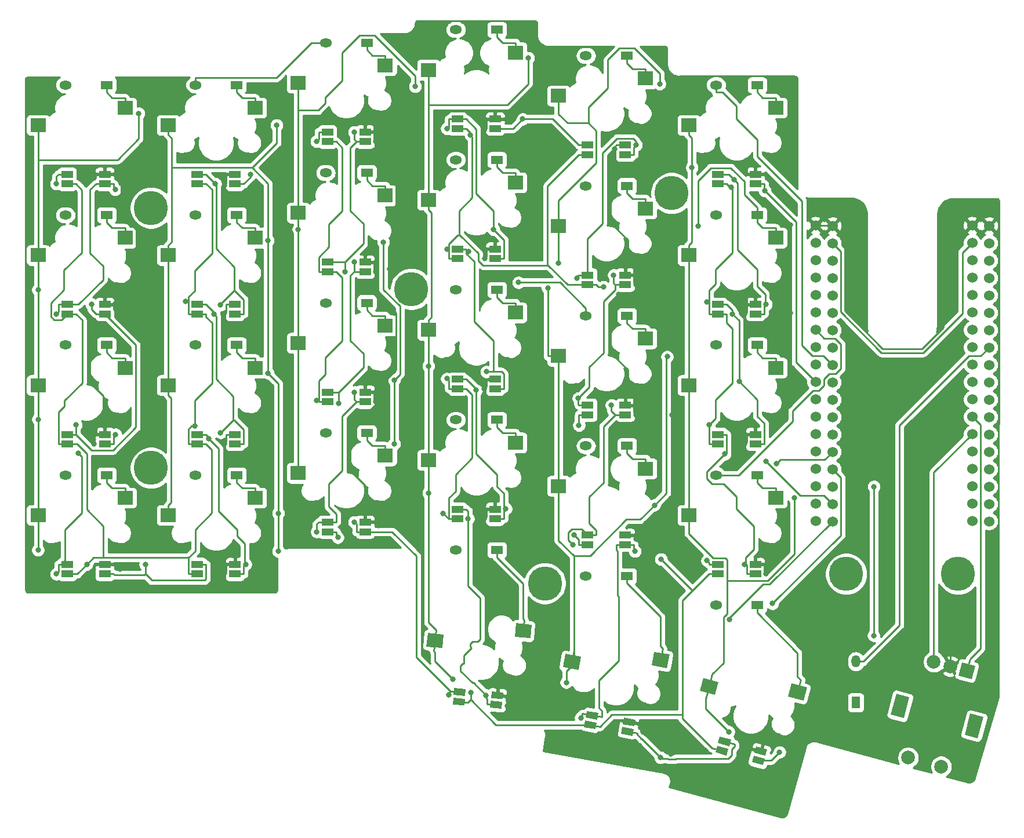
<source format=gbl>
%TF.GenerationSoftware,KiCad,Pcbnew,5.1.10*%
%TF.CreationDate,2021-09-07T21:41:42+02:00*%
%TF.ProjectId,mini,6d696e69-2e6b-4696-9361-645f70636258,rev?*%
%TF.SameCoordinates,Original*%
%TF.FileFunction,Copper,L2,Bot*%
%TF.FilePolarity,Positive*%
%FSLAX46Y46*%
G04 Gerber Fmt 4.6, Leading zero omitted, Abs format (unit mm)*
G04 Created by KiCad (PCBNEW 5.1.10) date 2021-09-07 21:41:42*
%MOMM*%
%LPD*%
G01*
G04 APERTURE LIST*
%TA.AperFunction,SMDPad,CuDef*%
%ADD10C,0.100000*%
%TD*%
%TA.AperFunction,ComponentPad*%
%ADD11O,1.778000X1.300000*%
%TD*%
%TA.AperFunction,ComponentPad*%
%ADD12R,1.778000X1.300000*%
%TD*%
%TA.AperFunction,ComponentPad*%
%ADD13O,1.300000X1.778000*%
%TD*%
%TA.AperFunction,ComponentPad*%
%ADD14R,1.300000X1.778000*%
%TD*%
%TA.AperFunction,ComponentPad*%
%ADD15C,1.524000*%
%TD*%
%TA.AperFunction,ComponentPad*%
%ADD16C,2.000000*%
%TD*%
%TA.AperFunction,ComponentPad*%
%ADD17C,0.100000*%
%TD*%
%TA.AperFunction,SMDPad,CuDef*%
%ADD18R,2.300000X2.000000*%
%TD*%
%TA.AperFunction,SMDPad,CuDef*%
%ADD19R,1.700000X1.000000*%
%TD*%
%TA.AperFunction,ComponentPad*%
%ADD20C,5.000000*%
%TD*%
%TA.AperFunction,ViaPad*%
%ADD21C,0.800000*%
%TD*%
%TA.AperFunction,Conductor*%
%ADD22C,0.250000*%
%TD*%
%TA.AperFunction,Conductor*%
%ADD23C,0.254000*%
%TD*%
%TA.AperFunction,Conductor*%
%ADD24C,0.100000*%
%TD*%
G04 APERTURE END LIST*
%TA.AperFunction,SMDPad,CuDef*%
D10*
G36*
X188471565Y-143408444D02*
G01*
X187953927Y-145340296D01*
X185732297Y-144745012D01*
X186249935Y-142813160D01*
X188471565Y-143408444D01*
G37*
%TD.AperFunction*%
%TA.AperFunction,SMDPad,CuDef*%
G36*
X175546906Y-142574894D02*
G01*
X175029268Y-144506746D01*
X172807638Y-143911462D01*
X173325276Y-141979610D01*
X175546906Y-142574894D01*
G37*
%TD.AperFunction*%
D11*
X80200000Y-112376000D03*
D12*
X86200000Y-112376000D03*
D11*
X175200000Y-131376000D03*
D12*
X181200000Y-131376000D03*
D11*
X156200000Y-127101000D03*
D12*
X162200000Y-127101000D03*
D11*
X137200000Y-123301000D03*
D12*
X143200000Y-123301000D03*
D13*
X195600000Y-139600000D03*
D14*
X195600000Y-145600000D03*
D11*
X175200000Y-112376000D03*
D12*
X181200000Y-112376000D03*
D11*
X156200000Y-108101000D03*
D12*
X162200000Y-108101000D03*
D11*
X137200000Y-104301000D03*
D12*
X143200000Y-104301000D03*
D11*
X118200000Y-106201000D03*
D12*
X124200000Y-106201000D03*
D11*
X99200000Y-112376000D03*
D12*
X105200000Y-112376000D03*
D11*
X175200000Y-93375600D03*
D12*
X181200000Y-93375600D03*
D11*
X156200000Y-89100600D03*
D12*
X162200000Y-89100600D03*
D11*
X137200000Y-85300600D03*
D12*
X143200000Y-85300600D03*
D11*
X118200000Y-87200600D03*
D12*
X124200000Y-87200600D03*
D11*
X99200000Y-93375600D03*
D12*
X105200000Y-93375600D03*
D11*
X80200000Y-93375600D03*
D12*
X86200000Y-93375600D03*
D11*
X175200000Y-74375600D03*
D12*
X181200000Y-74375600D03*
D11*
X156200000Y-70100600D03*
D12*
X162200000Y-70100600D03*
D11*
X137200000Y-66300600D03*
D12*
X143200000Y-66300600D03*
D11*
X118200000Y-68200600D03*
D12*
X124200000Y-68200600D03*
D11*
X99200000Y-74375600D03*
D12*
X105200000Y-74375600D03*
D11*
X80200000Y-74375600D03*
D12*
X86200000Y-74375600D03*
D11*
X175200000Y-55375600D03*
D12*
X181200000Y-55375600D03*
D11*
X156200000Y-51100600D03*
D12*
X162200000Y-51100600D03*
D11*
X137200000Y-47300600D03*
D12*
X143200000Y-47300600D03*
D11*
X118200000Y-49200600D03*
D12*
X124200000Y-49200600D03*
D11*
X99200000Y-55375600D03*
D12*
X105200000Y-55375600D03*
D11*
X80200000Y-55375600D03*
D12*
X86200000Y-55375600D03*
%TA.AperFunction,SMDPad,CuDef*%
D10*
G36*
X168397660Y-138585467D02*
G01*
X168050364Y-140555082D01*
X165785306Y-140155691D01*
X166132602Y-138186076D01*
X168397660Y-138585467D01*
G37*
%TD.AperFunction*%
%TA.AperFunction,SMDPad,CuDef*%
G36*
X155449535Y-138881547D02*
G01*
X155102239Y-140851162D01*
X152837181Y-140451771D01*
X153184477Y-138482156D01*
X155449535Y-138881547D01*
G37*
%TD.AperFunction*%
D15*
X212595025Y-119079949D03*
X212595025Y-116539949D03*
X212595025Y-113999949D03*
X212595025Y-111459949D03*
X212595025Y-108919949D03*
X212595025Y-106379949D03*
X212595025Y-103839949D03*
X212595025Y-101299949D03*
X212595025Y-98759949D03*
X212595025Y-93679949D03*
X212595025Y-91139949D03*
X212595025Y-88599949D03*
X212595025Y-86059949D03*
X212595025Y-83519949D03*
X212595025Y-80979949D03*
X212595025Y-78439949D03*
X212595025Y-75899949D03*
X189735025Y-119079949D03*
X189735025Y-116539949D03*
X189735025Y-113999949D03*
X189735025Y-111459949D03*
X189735025Y-108919949D03*
X189735025Y-106379949D03*
X189735025Y-103839949D03*
X189735025Y-101299949D03*
X189735025Y-98759949D03*
X189735025Y-93679949D03*
X189735025Y-91139949D03*
X189735025Y-88599949D03*
X189735025Y-86059949D03*
X189735025Y-83519949D03*
X189735025Y-80979949D03*
X189735025Y-78439949D03*
X189735025Y-75899949D03*
X189735025Y-96219949D03*
X212595025Y-96219949D03*
D16*
X203244452Y-153661433D03*
X208074081Y-154955528D03*
%TA.AperFunction,ComponentPad*%
D17*
G36*
X201510000Y-144293313D02*
G01*
X203441851Y-144810951D01*
X202613630Y-147901913D01*
X200681779Y-147384275D01*
X201510000Y-144293313D01*
G37*
%TD.AperFunction*%
%TA.AperFunction,ComponentPad*%
G36*
X212328370Y-147192087D02*
G01*
X214260221Y-147709725D01*
X213432000Y-150800687D01*
X211500149Y-150283049D01*
X212328370Y-147192087D01*
G37*
%TD.AperFunction*%
D16*
X206997328Y-139655509D03*
X209412143Y-140302556D03*
%TA.AperFunction,ComponentPad*%
D17*
G36*
X211119850Y-139724859D02*
G01*
X213051702Y-140242497D01*
X212534064Y-142174349D01*
X210602212Y-141656711D01*
X211119850Y-139724859D01*
G37*
%TD.AperFunction*%
D18*
X88900000Y-58700000D03*
X76200000Y-61240000D03*
X107900000Y-58700000D03*
X95200000Y-61240000D03*
X126900000Y-52525000D03*
X114200000Y-55065000D03*
X145900000Y-50625000D03*
X133200000Y-53165000D03*
X164900000Y-54425000D03*
X152200000Y-56965000D03*
X183900000Y-58700000D03*
X171200000Y-61240000D03*
X88900000Y-77700000D03*
X76200000Y-80240000D03*
X107900000Y-77700000D03*
X95200000Y-80240000D03*
X126900000Y-71525000D03*
X114200000Y-74065000D03*
X145900000Y-69625000D03*
X133200000Y-72165000D03*
X164900000Y-73425000D03*
X152200000Y-75965000D03*
X183900000Y-77700000D03*
X171200000Y-80240000D03*
X88900000Y-96700000D03*
X76200000Y-99240000D03*
X107900000Y-96700000D03*
X95200000Y-99240000D03*
X126900000Y-90525000D03*
X114200000Y-93065000D03*
X145900000Y-88625000D03*
X133200000Y-91165000D03*
X164900000Y-92425000D03*
X152200000Y-94965000D03*
X183900000Y-96700000D03*
X171200000Y-99240000D03*
X88900000Y-115700000D03*
X76200000Y-118240000D03*
X107900000Y-115700000D03*
X95200000Y-118240000D03*
X126900000Y-109525000D03*
X114200000Y-112065000D03*
X145900000Y-107625000D03*
X133200000Y-110165000D03*
X164900000Y-111425000D03*
X152200000Y-113965000D03*
X183900000Y-115700000D03*
X171200000Y-118240000D03*
%TA.AperFunction,SMDPad,CuDef*%
D10*
G36*
X148254327Y-134215305D02*
G01*
X148080015Y-136207695D01*
X145788767Y-136007237D01*
X145963079Y-134014847D01*
X148254327Y-134215305D01*
G37*
%TD.AperFunction*%
%TA.AperFunction,SMDPad,CuDef*%
G36*
X135381279Y-135638761D02*
G01*
X135206967Y-137631151D01*
X132915719Y-137430693D01*
X133090031Y-135438303D01*
X135381279Y-135638761D01*
G37*
%TD.AperFunction*%
D19*
X85950000Y-68420000D03*
X85950000Y-69820000D03*
X80450000Y-68420000D03*
X80450000Y-69820000D03*
X104950000Y-68420000D03*
X104950000Y-69820000D03*
X99450000Y-68420000D03*
X99450000Y-69820000D03*
X123950000Y-62245000D03*
X123950000Y-63645000D03*
X118450000Y-62245000D03*
X118450000Y-63645000D03*
X142950000Y-60345000D03*
X142950000Y-61745000D03*
X137450000Y-60345000D03*
X137450000Y-61745000D03*
X161950000Y-64145000D03*
X161950000Y-65545000D03*
X156450000Y-64145000D03*
X156450000Y-65545000D03*
X180950000Y-68420000D03*
X180950000Y-69820000D03*
X175450000Y-68420000D03*
X175450000Y-69820000D03*
X85950000Y-87420000D03*
X85950000Y-88820000D03*
X80450000Y-87420000D03*
X80450000Y-88820000D03*
X104950000Y-87420000D03*
X104950000Y-88820000D03*
X99450000Y-87420000D03*
X99450000Y-88820000D03*
X123950000Y-81245000D03*
X123950000Y-82645000D03*
X118450000Y-81245000D03*
X118450000Y-82645000D03*
X142950000Y-79345000D03*
X142950000Y-80745000D03*
X137450000Y-79345000D03*
X137450000Y-80745000D03*
X161950000Y-83145000D03*
X161950000Y-84545000D03*
X156450000Y-83145000D03*
X156450000Y-84545000D03*
X180950000Y-87420000D03*
X180950000Y-88820000D03*
X175450000Y-87420000D03*
X175450000Y-88820000D03*
X85950000Y-106420000D03*
X85950000Y-107820000D03*
X80450000Y-106420000D03*
X80450000Y-107820000D03*
X104950000Y-106420000D03*
X104950000Y-107820000D03*
X99450000Y-106420000D03*
X99450000Y-107820000D03*
X123950000Y-100245000D03*
X123950000Y-101645000D03*
X118450000Y-100245000D03*
X118450000Y-101645000D03*
X142950000Y-98345000D03*
X142950000Y-99745000D03*
X137450000Y-98345000D03*
X137450000Y-99745000D03*
X161950000Y-102145000D03*
X161950000Y-103545000D03*
X156450000Y-102145000D03*
X156450000Y-103545000D03*
X180950000Y-106420000D03*
X180950000Y-107820000D03*
X175450000Y-106420000D03*
X175450000Y-107820000D03*
X85950000Y-125420000D03*
X85950000Y-126820000D03*
X80450000Y-125420000D03*
X80450000Y-126820000D03*
X104950000Y-125420000D03*
X104950000Y-126820000D03*
X99450000Y-125420000D03*
X99450000Y-126820000D03*
X123950000Y-119245000D03*
X123950000Y-120645000D03*
X118450000Y-119245000D03*
X118450000Y-120645000D03*
X142950000Y-117345000D03*
X142950000Y-118745000D03*
X137450000Y-117345000D03*
X137450000Y-118745000D03*
X161950000Y-121145000D03*
X161950000Y-122545000D03*
X156450000Y-121145000D03*
X156450000Y-122545000D03*
X180950000Y-125420000D03*
X180950000Y-126820000D03*
X175450000Y-125420000D03*
X175450000Y-126820000D03*
%TA.AperFunction,SMDPad,CuDef*%
D10*
G36*
X142345201Y-144960357D02*
G01*
X142432356Y-143964162D01*
X144125887Y-144112327D01*
X144038732Y-145108522D01*
X142345201Y-144960357D01*
G37*
%TD.AperFunction*%
%TA.AperFunction,SMDPad,CuDef*%
G36*
X142223183Y-146355030D02*
G01*
X142310338Y-145358835D01*
X144003869Y-145507000D01*
X143916714Y-146503195D01*
X142223183Y-146355030D01*
G37*
%TD.AperFunction*%
%TA.AperFunction,SMDPad,CuDef*%
G36*
X136866131Y-144481000D02*
G01*
X136953286Y-143484805D01*
X138646817Y-143632970D01*
X138559662Y-144629165D01*
X136866131Y-144481000D01*
G37*
%TD.AperFunction*%
%TA.AperFunction,SMDPad,CuDef*%
G36*
X136744113Y-145875673D02*
G01*
X136831268Y-144879478D01*
X138524799Y-145027643D01*
X138437644Y-146023838D01*
X136744113Y-145875673D01*
G37*
%TD.AperFunction*%
%TA.AperFunction,SMDPad,CuDef*%
G36*
X161574864Y-148775970D02*
G01*
X161748512Y-147791162D01*
X163422686Y-148086364D01*
X163249038Y-149071172D01*
X161574864Y-148775970D01*
G37*
%TD.AperFunction*%
%TA.AperFunction,SMDPad,CuDef*%
G36*
X161331757Y-150154701D02*
G01*
X161505405Y-149169893D01*
X163179579Y-149465095D01*
X163005931Y-150449903D01*
X161331757Y-150154701D01*
G37*
%TD.AperFunction*%
%TA.AperFunction,SMDPad,CuDef*%
G36*
X156158421Y-147820905D02*
G01*
X156332069Y-146836097D01*
X158006243Y-147131299D01*
X157832595Y-148116107D01*
X156158421Y-147820905D01*
G37*
%TD.AperFunction*%
%TA.AperFunction,SMDPad,CuDef*%
G36*
X155915314Y-149199636D02*
G01*
X156088962Y-148214828D01*
X157763136Y-148510030D01*
X157589488Y-149494838D01*
X155915314Y-149199636D01*
G37*
%TD.AperFunction*%
%TA.AperFunction,SMDPad,CuDef*%
G36*
X180786023Y-152965571D02*
G01*
X181044842Y-151999645D01*
X182686915Y-152439637D01*
X182428096Y-153405563D01*
X180786023Y-152965571D01*
G37*
%TD.AperFunction*%
%TA.AperFunction,SMDPad,CuDef*%
G36*
X180423677Y-154317867D02*
G01*
X180682496Y-153351941D01*
X182324569Y-153791933D01*
X182065750Y-154757859D01*
X180423677Y-154317867D01*
G37*
%TD.AperFunction*%
%TA.AperFunction,SMDPad,CuDef*%
G36*
X175473431Y-151542067D02*
G01*
X175732250Y-150576141D01*
X177374323Y-151016133D01*
X177115504Y-151982059D01*
X175473431Y-151542067D01*
G37*
%TD.AperFunction*%
%TA.AperFunction,SMDPad,CuDef*%
G36*
X175111085Y-152894363D02*
G01*
X175369904Y-151928437D01*
X177011977Y-152368429D01*
X176753158Y-153334355D01*
X175111085Y-152894363D01*
G37*
%TD.AperFunction*%
D15*
X192204975Y-119129949D03*
X192204975Y-116589949D03*
X192204975Y-114049949D03*
X192204975Y-111509949D03*
X192204975Y-108969949D03*
X192204975Y-106429949D03*
X192204975Y-103889949D03*
X192204975Y-101349949D03*
X192204975Y-98809949D03*
X192204975Y-93729949D03*
X192204975Y-91189949D03*
X192204975Y-88649949D03*
X192204975Y-86109949D03*
X192204975Y-83569949D03*
X192204975Y-81029949D03*
X192204975Y-78489949D03*
X192204975Y-75949949D03*
X215064975Y-119129949D03*
X215064975Y-116589949D03*
X215064975Y-114049949D03*
X215064975Y-111509949D03*
X215064975Y-108969949D03*
X215064975Y-106429949D03*
X215064975Y-103889949D03*
X215064975Y-101349949D03*
X215064975Y-98809949D03*
X215064975Y-93729949D03*
X215064975Y-91189949D03*
X215064975Y-88649949D03*
X215064975Y-86109949D03*
X215064975Y-83569949D03*
X215064975Y-81029949D03*
X215064975Y-78489949D03*
X215064975Y-75949949D03*
X215064975Y-96269949D03*
X192204975Y-96269949D03*
D20*
X210540000Y-126820000D03*
X194213000Y-126820000D03*
X92700000Y-73320000D03*
X130700000Y-85195000D03*
X150211000Y-128186000D03*
X92700000Y-111320000D03*
X168700000Y-71182500D03*
D21*
X172544800Y-75987900D03*
X146344500Y-84225500D03*
X184023800Y-110717400D03*
X76200000Y-104221900D03*
X90884500Y-59515400D03*
X76200000Y-85295200D03*
X76200000Y-123312200D03*
X183437700Y-131133000D03*
X111281700Y-123460800D03*
X111281700Y-117941800D03*
X109751600Y-97445000D03*
X111052200Y-61240000D03*
X109751600Y-78114800D03*
X126629100Y-78327200D03*
X128200000Y-107809200D03*
X128200000Y-98466300D03*
X114200000Y-76453100D03*
X131264200Y-55579600D03*
X198200000Y-135800000D03*
X198250100Y-114049900D03*
X133200000Y-96440300D03*
X133200000Y-114983600D03*
X147764900Y-51416700D03*
X182486400Y-110365200D03*
X136788700Y-142229600D03*
X166972500Y-55229100D03*
X177140300Y-133452300D03*
X152200000Y-81361400D03*
X153324300Y-142659200D03*
X168071200Y-95063900D03*
X166200000Y-116753900D03*
X150624900Y-85056500D03*
X186653600Y-115699300D03*
X177045100Y-149857900D03*
X171676700Y-67428900D03*
X182307200Y-70821300D03*
X78873300Y-69820000D03*
X83318100Y-125420000D03*
X99054400Y-105217900D03*
X135897700Y-79345000D03*
X139352600Y-62670200D03*
X119972000Y-121483900D03*
X173890000Y-87054000D03*
X97764400Y-87009500D03*
X116890500Y-101467600D03*
X158766900Y-84882600D03*
X135887000Y-98281300D03*
X177422000Y-70316200D03*
X155174900Y-105100400D03*
X174174900Y-105049700D03*
X135371700Y-117941800D03*
X154506000Y-121145000D03*
X167151200Y-124650500D03*
X139360800Y-144162000D03*
X141526300Y-102147700D03*
X167313300Y-122503100D03*
X168790300Y-103545000D03*
X179491700Y-67520800D03*
X186040900Y-88661400D03*
X186040900Y-75791000D03*
X127529900Y-82216500D03*
X140569500Y-120289800D03*
X168590300Y-153085500D03*
X209412100Y-133670200D03*
X123223100Y-104266600D03*
X182521100Y-126820000D03*
X88064400Y-68579400D03*
X84371300Y-68927000D03*
X103389000Y-70064100D03*
X125225100Y-59407500D03*
X125502500Y-63645000D03*
X141372700Y-62047200D03*
X160393400Y-64732500D03*
X88161200Y-89095900D03*
X103361300Y-88885500D03*
X125519700Y-82645000D03*
X83790400Y-89497700D03*
X141391000Y-80745000D03*
X163524400Y-84545000D03*
X179674900Y-86082500D03*
X179390500Y-88885500D03*
X84366500Y-107820000D03*
X103371800Y-107820000D03*
X125509300Y-101645000D03*
X160992000Y-85935600D03*
X141377600Y-99745000D03*
X163524400Y-103545000D03*
X179391900Y-107820000D03*
X88161200Y-126120000D03*
X103379800Y-126658500D03*
X125935500Y-119786400D03*
X163543100Y-121716500D03*
X141378200Y-118745000D03*
X144714900Y-146115700D03*
X164517500Y-149914700D03*
X179692400Y-153660800D03*
X78899400Y-88820000D03*
X87463800Y-70663100D03*
X107197200Y-68420000D03*
X116871900Y-63614200D03*
X120988200Y-82645000D03*
X122383900Y-62245000D03*
X146962500Y-60345000D03*
X154894600Y-83566900D03*
X163510800Y-64145000D03*
X81725100Y-105049700D03*
X84016500Y-87420000D03*
X120100500Y-101926500D03*
X122381400Y-81245000D03*
X160252600Y-83145000D03*
X155088900Y-101133700D03*
X82071500Y-109165500D03*
X87525900Y-106420000D03*
X78873300Y-126820000D03*
X122381400Y-100245000D03*
X116898000Y-120645000D03*
X154316000Y-122545000D03*
X159922000Y-102145000D03*
X91862500Y-125420000D03*
X122381400Y-119245000D03*
X136146500Y-144484800D03*
X163352500Y-123502600D03*
X155454800Y-147848800D03*
X167097000Y-153637800D03*
X102845800Y-87504100D03*
X102097800Y-69820000D03*
X135896900Y-61745000D03*
X142710900Y-76480300D03*
X177850600Y-69187900D03*
X182504800Y-87420000D03*
X102847900Y-106177300D03*
X101867400Y-88820000D03*
X139036000Y-79745400D03*
X141674900Y-97265500D03*
X177565800Y-88820000D03*
X178555900Y-98675500D03*
X106506800Y-125420000D03*
X101148500Y-107059000D03*
X144516000Y-117297900D03*
X140191000Y-99970300D03*
X176489100Y-109280100D03*
X179398100Y-125420000D03*
X139006300Y-118745000D03*
X141617900Y-144536300D03*
X173883500Y-124872600D03*
X184467200Y-152835600D03*
D22*
X99200000Y-55375600D02*
X99200000Y-54300500D01*
X99200000Y-54300500D02*
X111039700Y-54300500D01*
X111039700Y-54300500D02*
X116139600Y-49200600D01*
X116139600Y-49200600D02*
X118200000Y-49200600D01*
X175200000Y-55375600D02*
X175200000Y-56450700D01*
X192205000Y-96270000D02*
X190885000Y-94950000D01*
X190885000Y-94950000D02*
X189278100Y-94950000D01*
X189278100Y-94950000D02*
X187759000Y-93430900D01*
X187759000Y-93430900D02*
X187759000Y-72336200D01*
X187759000Y-72336200D02*
X181244600Y-65821800D01*
X181244600Y-65821800D02*
X181244600Y-63364200D01*
X181244600Y-63364200D02*
X178200100Y-60319700D01*
X178200100Y-60319700D02*
X178200100Y-58473400D01*
X178200100Y-58473400D02*
X176177400Y-56450700D01*
X176177400Y-56450700D02*
X175200000Y-56450700D01*
X86200000Y-55375600D02*
X86200000Y-56450700D01*
X88900000Y-58700000D02*
X88900000Y-57274900D01*
X88900000Y-57274900D02*
X87024200Y-57274900D01*
X87024200Y-57274900D02*
X86200000Y-56450700D01*
X105200000Y-55375600D02*
X105200000Y-56450700D01*
X107900000Y-58700000D02*
X107900000Y-57274900D01*
X107900000Y-57274900D02*
X106024200Y-57274900D01*
X106024200Y-57274900D02*
X105200000Y-56450700D01*
X124200000Y-49200600D02*
X124200000Y-50275700D01*
X126900000Y-52525000D02*
X126900000Y-51099900D01*
X126900000Y-51099900D02*
X125024200Y-51099900D01*
X125024200Y-51099900D02*
X124200000Y-50275700D01*
X143200000Y-47300600D02*
X143200000Y-48375700D01*
X145900000Y-50625000D02*
X145900000Y-49199900D01*
X145900000Y-49199900D02*
X144024200Y-49199900D01*
X144024200Y-49199900D02*
X143200000Y-48375700D01*
X162200000Y-51100600D02*
X162200000Y-52175700D01*
X164900000Y-54425000D02*
X164900000Y-52999900D01*
X164900000Y-52999900D02*
X163024200Y-52999900D01*
X163024200Y-52999900D02*
X162200000Y-52175700D01*
X181200000Y-55375600D02*
X181200000Y-56450700D01*
X183900000Y-58700000D02*
X183900000Y-57274900D01*
X183900000Y-57274900D02*
X182024200Y-57274900D01*
X182024200Y-57274900D02*
X181200000Y-56450700D01*
X86200000Y-74375600D02*
X86200000Y-75450700D01*
X88900000Y-77700000D02*
X88900000Y-76274900D01*
X88900000Y-76274900D02*
X87024200Y-76274900D01*
X87024200Y-76274900D02*
X86200000Y-75450700D01*
X105200000Y-74375600D02*
X105200000Y-75450700D01*
X107900000Y-77700000D02*
X107900000Y-76274900D01*
X107900000Y-76274900D02*
X106024200Y-76274900D01*
X106024200Y-76274900D02*
X105200000Y-75450700D01*
X124200000Y-68200600D02*
X124200000Y-69275700D01*
X126900000Y-71525000D02*
X126900000Y-70099900D01*
X126900000Y-70099900D02*
X125024200Y-70099900D01*
X125024200Y-70099900D02*
X124200000Y-69275700D01*
X143200000Y-66300600D02*
X143200000Y-67375700D01*
X145900000Y-69625000D02*
X145900000Y-68199900D01*
X145900000Y-68199900D02*
X144024200Y-68199900D01*
X144024200Y-68199900D02*
X143200000Y-67375700D01*
X162200000Y-70100600D02*
X162200000Y-71175700D01*
X164900000Y-73425000D02*
X164900000Y-71999900D01*
X164900000Y-71999900D02*
X163024200Y-71999900D01*
X163024200Y-71999900D02*
X162200000Y-71175700D01*
X181200000Y-73300500D02*
X179347400Y-71447900D01*
X179347400Y-71447900D02*
X179347400Y-69465500D01*
X179347400Y-69465500D02*
X177365900Y-67484000D01*
X177365900Y-67484000D02*
X174434800Y-67484000D01*
X174434800Y-67484000D02*
X172544800Y-69374000D01*
X172544800Y-69374000D02*
X172544800Y-75987900D01*
X181200000Y-74375600D02*
X181200000Y-73300500D01*
X181200000Y-74375600D02*
X181200000Y-75450700D01*
X183900000Y-77700000D02*
X183900000Y-76274900D01*
X183900000Y-76274900D02*
X182024200Y-76274900D01*
X182024200Y-76274900D02*
X181200000Y-75450700D01*
X146344500Y-84225500D02*
X152400000Y-84225500D01*
X152400000Y-84225500D02*
X156200000Y-88025500D01*
X156200000Y-89100600D02*
X156200000Y-88025500D01*
X86200000Y-93375600D02*
X86200000Y-94450700D01*
X88900000Y-96700000D02*
X88900000Y-95274900D01*
X88900000Y-95274900D02*
X87024200Y-95274900D01*
X87024200Y-95274900D02*
X86200000Y-94450700D01*
X105200000Y-93375600D02*
X105200000Y-94450700D01*
X107900000Y-96700000D02*
X107900000Y-95274900D01*
X107900000Y-95274900D02*
X106024200Y-95274900D01*
X106024200Y-95274900D02*
X105200000Y-94450700D01*
X124200000Y-87200600D02*
X124200000Y-88275700D01*
X126900000Y-90525000D02*
X126900000Y-89099900D01*
X126900000Y-89099900D02*
X125024200Y-89099900D01*
X125024200Y-89099900D02*
X124200000Y-88275700D01*
X143200000Y-85300600D02*
X143200000Y-86375700D01*
X145900000Y-88625000D02*
X145900000Y-87199900D01*
X145900000Y-87199900D02*
X144024200Y-87199900D01*
X144024200Y-87199900D02*
X143200000Y-86375700D01*
X162200000Y-89100600D02*
X162200000Y-90175700D01*
X164900000Y-92425000D02*
X164900000Y-90999900D01*
X164900000Y-90999900D02*
X163024200Y-90999900D01*
X163024200Y-90999900D02*
X162200000Y-90175700D01*
X181200000Y-93375600D02*
X181200000Y-94450700D01*
X183900000Y-96700000D02*
X183900000Y-95274900D01*
X183900000Y-95274900D02*
X182024200Y-95274900D01*
X182024200Y-95274900D02*
X181200000Y-94450700D01*
X189735000Y-91140000D02*
X190972200Y-92377200D01*
X190972200Y-92377200D02*
X192569500Y-92377200D01*
X192569500Y-92377200D02*
X193414300Y-93222000D01*
X193414300Y-93222000D02*
X193414300Y-96802400D01*
X193414300Y-96802400D02*
X192628900Y-97587800D01*
X192628900Y-97587800D02*
X191720100Y-97587800D01*
X191720100Y-97587800D02*
X190945100Y-98362800D01*
X190945100Y-98362800D02*
X190945100Y-99239400D01*
X190945100Y-99239400D02*
X190154500Y-100030000D01*
X190154500Y-100030000D02*
X189325900Y-100030000D01*
X189325900Y-100030000D02*
X186347200Y-103008700D01*
X186347200Y-103008700D02*
X186347200Y-104535900D01*
X186347200Y-104535900D02*
X178507100Y-112376000D01*
X178507100Y-112376000D02*
X175200000Y-112376000D01*
X86200000Y-112376000D02*
X86200000Y-113451100D01*
X88900000Y-115700000D02*
X88900000Y-114274900D01*
X88900000Y-114274900D02*
X87023800Y-114274900D01*
X87023800Y-114274900D02*
X86200000Y-113451100D01*
X105200000Y-112376000D02*
X105200000Y-113451100D01*
X107900000Y-115700000D02*
X107900000Y-114274900D01*
X107900000Y-114274900D02*
X106023800Y-114274900D01*
X106023800Y-114274900D02*
X105200000Y-113451100D01*
X124200000Y-106201000D02*
X124200000Y-107276100D01*
X126900000Y-109525000D02*
X126900000Y-108099900D01*
X126900000Y-108099900D02*
X125023800Y-108099900D01*
X125023800Y-108099900D02*
X124200000Y-107276100D01*
X143200000Y-104301000D02*
X143200000Y-105376100D01*
X145900000Y-107625000D02*
X145900000Y-106199900D01*
X145900000Y-106199900D02*
X144023800Y-106199900D01*
X144023800Y-106199900D02*
X143200000Y-105376100D01*
X162200000Y-108101000D02*
X162200000Y-109176100D01*
X164900000Y-111425000D02*
X164900000Y-109999900D01*
X164900000Y-109999900D02*
X163023800Y-109999900D01*
X163023800Y-109999900D02*
X162200000Y-109176100D01*
X181200000Y-112376000D02*
X181200000Y-113451100D01*
X183900000Y-115700000D02*
X183900000Y-114274900D01*
X183900000Y-114274900D02*
X182023800Y-114274900D01*
X182023800Y-114274900D02*
X181200000Y-113451100D01*
X195600000Y-139600000D02*
X196675100Y-139600000D01*
X215065000Y-93730000D02*
X213845000Y-94950000D01*
X213845000Y-94950000D02*
X212111100Y-94950000D01*
X212111100Y-94950000D02*
X201987300Y-105073800D01*
X201987300Y-105073800D02*
X201987300Y-134287800D01*
X201987300Y-134287800D02*
X196675100Y-139600000D01*
X143200000Y-123301000D02*
X143200000Y-124376100D01*
X147021500Y-135111300D02*
X147157800Y-133554200D01*
X147157800Y-133554200D02*
X147157700Y-133554200D01*
X147157700Y-133554200D02*
X147021500Y-133418000D01*
X147021500Y-133418000D02*
X147021500Y-128197600D01*
X147021500Y-128197600D02*
X143200000Y-124376100D01*
X162200000Y-127101000D02*
X162200000Y-128176100D01*
X167091500Y-139370600D02*
X167387100Y-137693500D01*
X167387100Y-137693500D02*
X167091500Y-137397900D01*
X167091500Y-137397900D02*
X167091500Y-133067600D01*
X167091500Y-133067600D02*
X162200000Y-128176100D01*
X187101900Y-144076700D02*
X187580000Y-142292500D01*
X181200000Y-131376000D02*
X181200000Y-132451100D01*
X181200000Y-132451100D02*
X187101900Y-138353000D01*
X187101900Y-138353000D02*
X187101900Y-141814500D01*
X187101900Y-141814500D02*
X187579900Y-142292500D01*
X187579900Y-142292500D02*
X187580000Y-142292500D01*
X192205000Y-108969900D02*
X191050900Y-110124000D01*
X191050900Y-110124000D02*
X184617200Y-110124000D01*
X184617200Y-110124000D02*
X184023800Y-110717400D01*
X76200000Y-104221900D02*
X76200000Y-99240000D01*
X76200000Y-118240000D02*
X76200000Y-104221900D01*
X76200000Y-66297200D02*
X76200000Y-61240000D01*
X76200000Y-80240000D02*
X76200000Y-66297200D01*
X76200000Y-66297200D02*
X87823800Y-66297200D01*
X87823800Y-66297200D02*
X90884500Y-63236500D01*
X90884500Y-63236500D02*
X90884500Y-59515400D01*
X76200000Y-99240000D02*
X76200000Y-85295200D01*
X76200000Y-80240000D02*
X76200000Y-85295200D01*
X76200000Y-118240000D02*
X76200000Y-123312200D01*
X111281700Y-117941800D02*
X111281700Y-123460800D01*
X183437700Y-131133000D02*
X193393900Y-121176800D01*
X193393900Y-121176800D02*
X193393900Y-112698800D01*
X193393900Y-112698800D02*
X192205000Y-111509900D01*
X109751600Y-97445000D02*
X111281700Y-98975100D01*
X111281700Y-98975100D02*
X111281700Y-117941800D01*
X109751600Y-78114800D02*
X109751600Y-97445000D01*
X107434500Y-67450100D02*
X109751600Y-69767200D01*
X109751600Y-69767200D02*
X109751600Y-78114800D01*
X95674400Y-67450100D02*
X107434500Y-67450100D01*
X107434500Y-67450100D02*
X111052200Y-63832400D01*
X111052200Y-63832400D02*
X111052200Y-61240000D01*
X95674400Y-67450100D02*
X95674400Y-63139500D01*
X95674400Y-63139500D02*
X95200000Y-62665100D01*
X95200000Y-78814900D02*
X95674400Y-78340500D01*
X95674400Y-78340500D02*
X95674400Y-67450100D01*
X95200000Y-61240000D02*
X95200000Y-62665100D01*
X95200000Y-80240000D02*
X95200000Y-78814900D01*
X95200000Y-99240000D02*
X95200000Y-80240000D01*
X95200000Y-116814900D02*
X95655000Y-116359900D01*
X95655000Y-116359900D02*
X95655000Y-101120100D01*
X95655000Y-101120100D02*
X95200000Y-100665100D01*
X95200000Y-99952500D02*
X95200000Y-99240000D01*
X95200000Y-99952500D02*
X95200000Y-100665100D01*
X95200000Y-118240000D02*
X95200000Y-116814900D01*
X128200000Y-98466300D02*
X129038800Y-97627500D01*
X129038800Y-97627500D02*
X129038800Y-87670500D01*
X129038800Y-87670500D02*
X126629100Y-85260800D01*
X126629100Y-85260800D02*
X126629100Y-78327200D01*
X128200000Y-107809200D02*
X128200000Y-98466300D01*
X114200000Y-112065000D02*
X114200000Y-93065000D01*
X114200000Y-76453100D02*
X114200000Y-75490100D01*
X114200000Y-93065000D02*
X114200000Y-76453100D01*
X114200000Y-59062900D02*
X114200000Y-55065000D01*
X114200000Y-74065000D02*
X114200000Y-59062900D01*
X114200000Y-59062900D02*
X117093900Y-59062900D01*
X117093900Y-59062900D02*
X118155400Y-58001400D01*
X118155400Y-58001400D02*
X118155400Y-57189300D01*
X118155400Y-57189300D02*
X120585200Y-54759500D01*
X120585200Y-54759500D02*
X120585200Y-50675200D01*
X120585200Y-50675200D02*
X123135000Y-48125400D01*
X123135000Y-48125400D02*
X125321600Y-48125400D01*
X125321600Y-48125400D02*
X131264200Y-54068000D01*
X131264200Y-54068000D02*
X131264200Y-55579600D01*
X114200000Y-74513300D02*
X114200000Y-74065000D01*
X114200000Y-74513300D02*
X114200000Y-75490100D01*
X198200000Y-114100000D02*
X198250100Y-114049900D01*
X198200000Y-135800000D02*
X198200000Y-114100000D01*
X133200000Y-96440300D02*
X133200000Y-92590100D01*
X133200000Y-110165000D02*
X133200000Y-96440300D01*
X133200000Y-114983600D02*
X133200000Y-110165000D01*
X133200000Y-91165000D02*
X133200000Y-92590100D01*
X134284800Y-134977700D02*
X134284700Y-134977700D01*
X134284700Y-134977700D02*
X133200000Y-133893000D01*
X133200000Y-133893000D02*
X133200000Y-114983600D01*
X192205000Y-116589900D02*
X190967800Y-115352700D01*
X190967800Y-115352700D02*
X187473900Y-115352700D01*
X187473900Y-115352700D02*
X182486400Y-110365200D01*
X133200000Y-58260900D02*
X133200000Y-53165000D01*
X133200000Y-72165000D02*
X133200000Y-58260900D01*
X133200000Y-58260900D02*
X144709000Y-58260900D01*
X144709000Y-58260900D02*
X147764900Y-55205000D01*
X147764900Y-55205000D02*
X147764900Y-51416700D01*
X133200000Y-72613300D02*
X133200000Y-72165000D01*
X133200000Y-72613300D02*
X133200000Y-73590100D01*
X133200000Y-91165000D02*
X133200000Y-89739900D01*
X133200000Y-89739900D02*
X133676700Y-89263200D01*
X133676700Y-89263200D02*
X133676700Y-74066800D01*
X133676700Y-74066800D02*
X133200000Y-73590100D01*
X134148500Y-136534700D02*
X134012200Y-138091800D01*
X134012200Y-138091800D02*
X134012300Y-138091800D01*
X134012300Y-138091800D02*
X134148500Y-138228000D01*
X134148500Y-138228000D02*
X134148500Y-139589400D01*
X134148500Y-139589400D02*
X136788700Y-142229600D01*
X134148500Y-136534700D02*
X134284800Y-134977700D01*
X156584200Y-60945100D02*
X156584200Y-58660500D01*
X156584200Y-58660500D02*
X159398700Y-55846000D01*
X159398700Y-55846000D02*
X159398700Y-51705500D01*
X159398700Y-51705500D02*
X161078800Y-50025400D01*
X161078800Y-50025400D02*
X163300700Y-50025400D01*
X163300700Y-50025400D02*
X166972500Y-53697200D01*
X166972500Y-53697200D02*
X166972500Y-55229100D01*
X152200000Y-75965000D02*
X152200000Y-72265300D01*
X152200000Y-72265300D02*
X157725200Y-66740100D01*
X157725200Y-66740100D02*
X157725200Y-62086100D01*
X157725200Y-62086100D02*
X156584200Y-60945100D01*
X156584200Y-60945100D02*
X153519500Y-60945100D01*
X153519500Y-60945100D02*
X152200000Y-59625600D01*
X152200000Y-59625600D02*
X152200000Y-56965000D01*
X152200000Y-81361400D02*
X152200000Y-75965000D01*
X168071200Y-95063900D02*
X167965200Y-95169900D01*
X167965200Y-95169900D02*
X167965200Y-114988700D01*
X167965200Y-114988700D02*
X166200000Y-116753900D01*
X192205000Y-119129900D02*
X183016200Y-128318700D01*
X183016200Y-128318700D02*
X182049900Y-128318700D01*
X182049900Y-128318700D02*
X177140300Y-133228300D01*
X177140300Y-133228300D02*
X177140300Y-133452300D01*
X154439000Y-137989800D02*
X154439000Y-139904100D01*
X154439000Y-139904100D02*
X153324300Y-141018800D01*
X153324300Y-141018800D02*
X153324300Y-142659200D01*
X154439000Y-137989800D02*
X154439000Y-124159900D01*
X154143400Y-139666700D02*
X154439000Y-137989800D01*
X150624900Y-94965000D02*
X150624900Y-85056500D01*
X166200000Y-116753900D02*
X164099400Y-118854500D01*
X164099400Y-118854500D02*
X162104400Y-118854500D01*
X162104400Y-118854500D02*
X156799000Y-124159900D01*
X156799000Y-124159900D02*
X154439000Y-124159900D01*
X152200000Y-113965000D02*
X152200000Y-121920900D01*
X152200000Y-121920900D02*
X154439000Y-124159900D01*
X152200000Y-94965000D02*
X152200000Y-113965000D01*
X152200000Y-94965000D02*
X150624900Y-94965000D01*
X176784900Y-127768500D02*
X176784900Y-132640900D01*
X176784900Y-132640900D02*
X176315200Y-133110600D01*
X176315200Y-133110600D02*
X176315200Y-139799100D01*
X176315200Y-139799100D02*
X174655400Y-141458900D01*
X171200000Y-118240000D02*
X171200000Y-120922500D01*
X171200000Y-120922500D02*
X174765600Y-124488100D01*
X174765600Y-124488100D02*
X176531600Y-124488100D01*
X176531600Y-124488100D02*
X176784900Y-124741400D01*
X176784900Y-124741400D02*
X176784900Y-127768500D01*
X176784900Y-127768500D02*
X182761800Y-127768500D01*
X182761800Y-127768500D02*
X186653600Y-123876700D01*
X186653600Y-123876700D02*
X186653600Y-115699300D01*
X174177300Y-143243200D02*
X174655400Y-141458900D01*
X171200000Y-99240000D02*
X171200000Y-118240000D01*
X173699200Y-145027400D02*
X173699200Y-146512000D01*
X173699200Y-146512000D02*
X177045100Y-149857900D01*
X174177300Y-143243200D02*
X173699200Y-145027400D01*
X171676700Y-67428900D02*
X171676700Y-63141800D01*
X171676700Y-63141800D02*
X171200000Y-62665100D01*
X171200000Y-78814900D02*
X171676700Y-78338200D01*
X171676700Y-78338200D02*
X171676700Y-67428900D01*
X171200000Y-61240000D02*
X171200000Y-62665100D01*
X171200000Y-80240000D02*
X171200000Y-78814900D01*
X171200000Y-99240000D02*
X171200000Y-80240000D01*
X189735000Y-98760000D02*
X186866000Y-95891000D01*
X186866000Y-95891000D02*
X186866000Y-75380100D01*
X186866000Y-75380100D02*
X182307200Y-70821300D01*
X182307200Y-70821300D02*
X182225100Y-70739200D01*
X182225100Y-70739200D02*
X182225100Y-69820000D01*
X180950000Y-69820000D02*
X182225100Y-69820000D01*
X206997300Y-139655500D02*
X206997300Y-111977600D01*
X206997300Y-111977600D02*
X212595000Y-106379900D01*
X211827000Y-140949600D02*
X212294700Y-139204200D01*
X212294700Y-139204200D02*
X213800300Y-137698600D01*
X213800300Y-137698600D02*
X213800300Y-105045300D01*
X213800300Y-105045300D02*
X212595000Y-103840000D01*
X79174900Y-68420000D02*
X78873300Y-68721600D01*
X78873300Y-68721600D02*
X78873300Y-69820000D01*
X80450000Y-68420000D02*
X79174900Y-68420000D01*
X138725100Y-99745000D02*
X139592100Y-100612000D01*
X139592100Y-100612000D02*
X139592100Y-109852600D01*
X139592100Y-109852600D02*
X137155400Y-112289300D01*
X137155400Y-112289300D02*
X137155400Y-114746900D01*
X137155400Y-114746900D02*
X136174900Y-115727400D01*
X136174900Y-115727400D02*
X136174900Y-118745000D01*
X155174900Y-103545000D02*
X155174900Y-105100400D01*
X83318100Y-125420000D02*
X81918100Y-126820000D01*
X81918100Y-126820000D02*
X80450000Y-126820000D01*
X85710300Y-124444600D02*
X84293500Y-124444600D01*
X84293500Y-124444600D02*
X83318100Y-125420000D01*
X171747800Y-129247100D02*
X174174900Y-126820000D01*
X170320900Y-147363600D02*
X170320900Y-130674000D01*
X170320900Y-130674000D02*
X171747800Y-129247100D01*
X171747800Y-129247100D02*
X167151200Y-124650500D01*
X192205000Y-78489900D02*
X193392200Y-79677100D01*
X193392200Y-79677100D02*
X193392200Y-88545800D01*
X193392200Y-88545800D02*
X199337600Y-94491200D01*
X199337600Y-94491200D02*
X205446900Y-94491200D01*
X205446900Y-94491200D02*
X211169600Y-88768500D01*
X211169600Y-88768500D02*
X211169600Y-79865300D01*
X211169600Y-79865300D02*
X212595000Y-78439900D01*
X150590800Y-81731500D02*
X141154800Y-81731500D01*
X141154800Y-81731500D02*
X140477000Y-81053700D01*
X140477000Y-81053700D02*
X140477000Y-79998000D01*
X140477000Y-79998000D02*
X137785600Y-77306600D01*
X137785600Y-77306600D02*
X137705400Y-77306600D01*
X156450000Y-84545000D02*
X153497600Y-84545000D01*
X153497600Y-84545000D02*
X150684100Y-81731500D01*
X150684100Y-81731500D02*
X150590800Y-81731500D01*
X150590800Y-81731500D02*
X150590800Y-70129100D01*
X150590800Y-70129100D02*
X155174900Y-65545000D01*
X156450000Y-65545000D02*
X155174900Y-65545000D01*
X99054400Y-105217900D02*
X98614600Y-105217900D01*
X98614600Y-105217900D02*
X98174900Y-105657600D01*
X98174900Y-105657600D02*
X98174900Y-107820000D01*
X100725100Y-88820000D02*
X100725100Y-89254200D01*
X100725100Y-89254200D02*
X101592400Y-90121500D01*
X101592400Y-90121500D02*
X101592400Y-98927300D01*
X101592400Y-98927300D02*
X99054400Y-101465300D01*
X99054400Y-101465300D02*
X99054400Y-105217900D01*
X135887000Y-98281300D02*
X136174900Y-98569200D01*
X136174900Y-98569200D02*
X136174900Y-99745000D01*
X136174900Y-79345000D02*
X136174900Y-80745000D01*
X137705400Y-77306600D02*
X137464800Y-77306600D01*
X137464800Y-77306600D02*
X136174900Y-78596500D01*
X136174900Y-78596500D02*
X136174900Y-79345000D01*
X136174900Y-79345000D02*
X135897700Y-79345000D01*
X137705400Y-77306600D02*
X137705400Y-73739300D01*
X137705400Y-73739300D02*
X139592400Y-71852300D01*
X139592400Y-71852300D02*
X139592400Y-62910000D01*
X139592400Y-62910000D02*
X139352600Y-62670200D01*
X85710300Y-124444600D02*
X85710300Y-119829800D01*
X85710300Y-119829800D02*
X83305900Y-117425400D01*
X83305900Y-117425400D02*
X83305900Y-109233000D01*
X83305900Y-109233000D02*
X81892900Y-107820000D01*
X81892900Y-107820000D02*
X81725100Y-107820000D01*
X177422000Y-70316200D02*
X177590700Y-70484900D01*
X177590700Y-70484900D02*
X177590700Y-79865400D01*
X177590700Y-79865400D02*
X175101500Y-82354600D01*
X175101500Y-82354600D02*
X175101500Y-84443500D01*
X175101500Y-84443500D02*
X174174900Y-85370100D01*
X174174900Y-85370100D02*
X174174900Y-87054000D01*
X176725100Y-69820000D02*
X177221300Y-70316200D01*
X177221300Y-70316200D02*
X177422000Y-70316200D01*
X80450000Y-69820000D02*
X81725100Y-69820000D01*
X81725100Y-69820000D02*
X82599000Y-70693900D01*
X82599000Y-70693900D02*
X82599000Y-79857100D01*
X82599000Y-79857100D02*
X80001500Y-82454600D01*
X80001500Y-82454600D02*
X80001500Y-85324200D01*
X80001500Y-85324200D02*
X78072000Y-87253700D01*
X78072000Y-87253700D02*
X78072000Y-89194100D01*
X78072000Y-89194100D02*
X78544800Y-89666900D01*
X78544800Y-89666900D02*
X79603100Y-89666900D01*
X79603100Y-89666900D02*
X80450000Y-88820000D01*
X138725100Y-61745000D02*
X139352600Y-62372500D01*
X139352600Y-62372500D02*
X139352600Y-62670200D01*
X118450000Y-120645000D02*
X119725100Y-120645000D01*
X119972000Y-121483900D02*
X119725100Y-121237000D01*
X119725100Y-121237000D02*
X119725100Y-120645000D01*
X80450000Y-107820000D02*
X79174900Y-107820000D01*
X80450000Y-88820000D02*
X81725100Y-88820000D01*
X81725100Y-88820000D02*
X82629400Y-89724300D01*
X82629400Y-89724300D02*
X82629400Y-98890400D01*
X82629400Y-98890400D02*
X80061500Y-101458300D01*
X80061500Y-101458300D02*
X80061500Y-102308500D01*
X80061500Y-102308500D02*
X79174900Y-103195100D01*
X79174900Y-103195100D02*
X79174900Y-107820000D01*
X173890000Y-87054000D02*
X174174900Y-87054000D01*
X174174900Y-87054000D02*
X174174900Y-88820000D01*
X98174900Y-87009500D02*
X98174900Y-88820000D01*
X100725100Y-69820000D02*
X101592400Y-70687300D01*
X101592400Y-70687300D02*
X101592400Y-79927300D01*
X101592400Y-79927300D02*
X99054300Y-82465400D01*
X99054300Y-82465400D02*
X99054300Y-85426400D01*
X99054300Y-85426400D02*
X98174900Y-86305800D01*
X98174900Y-86305800D02*
X98174900Y-87009500D01*
X98174900Y-87009500D02*
X97764400Y-87009500D01*
X117174900Y-101467600D02*
X117174900Y-101645000D01*
X119725100Y-82645000D02*
X120592400Y-83512300D01*
X120592400Y-83512300D02*
X120592400Y-92752300D01*
X120592400Y-92752300D02*
X118155400Y-95189300D01*
X118155400Y-95189300D02*
X118155400Y-97646900D01*
X118155400Y-97646900D02*
X117174900Y-98627400D01*
X117174900Y-98627400D02*
X117174900Y-101467600D01*
X117174900Y-101467600D02*
X116890500Y-101467600D01*
X157725100Y-84545000D02*
X158062700Y-84882600D01*
X158062700Y-84882600D02*
X158766900Y-84882600D01*
X156450000Y-84545000D02*
X157725100Y-84545000D01*
X119725100Y-63645000D02*
X120592400Y-64512300D01*
X120592400Y-64512300D02*
X120592400Y-73752300D01*
X120592400Y-73752300D02*
X118649100Y-75695600D01*
X118649100Y-75695600D02*
X118649100Y-79053500D01*
X118649100Y-79053500D02*
X117174900Y-80527700D01*
X117174900Y-80527700D02*
X117174900Y-82645000D01*
X156450000Y-103545000D02*
X155174900Y-103545000D01*
X176725100Y-88820000D02*
X176725100Y-90086900D01*
X176725100Y-90086900D02*
X177592400Y-90954200D01*
X177592400Y-90954200D02*
X177592400Y-98927300D01*
X177592400Y-98927300D02*
X175155400Y-101364300D01*
X175155400Y-101364300D02*
X175155400Y-104069200D01*
X175155400Y-104069200D02*
X174174900Y-105049700D01*
X174174900Y-107820000D02*
X174174900Y-105049700D01*
X98174900Y-124444600D02*
X85710300Y-124444600D01*
X80450000Y-107820000D02*
X81725100Y-107820000D01*
X98174900Y-124444600D02*
X98174900Y-126820000D01*
X100725100Y-107820000D02*
X101592100Y-108687000D01*
X101592100Y-108687000D02*
X101592100Y-117927600D01*
X101592100Y-117927600D02*
X99155400Y-120364300D01*
X99155400Y-120364300D02*
X99155400Y-123464100D01*
X99155400Y-123464100D02*
X98174900Y-124444600D01*
X135371700Y-117941800D02*
X136174900Y-118745000D01*
X156450000Y-122545000D02*
X155174900Y-122545000D01*
X155174900Y-122545000D02*
X155174900Y-121813900D01*
X155174900Y-121813900D02*
X154506000Y-121145000D01*
X174590400Y-152237200D02*
X170320900Y-147967700D01*
X170320900Y-147967700D02*
X170320900Y-147363600D01*
X170320900Y-147363600D02*
X159996400Y-147363600D01*
X159996400Y-147363600D02*
X158255600Y-149104400D01*
X158255600Y-149104400D02*
X158255600Y-149104500D01*
X175450000Y-126820000D02*
X174174900Y-126820000D01*
X139360800Y-145194600D02*
X139360800Y-144162000D01*
X138985400Y-145569900D02*
X138985400Y-145570000D01*
X138985400Y-145570000D02*
X139360800Y-145194600D01*
X156839200Y-148854800D02*
X143021000Y-148854800D01*
X143021000Y-148854800D02*
X139360800Y-145194600D01*
X175450000Y-88820000D02*
X174174900Y-88820000D01*
X175450000Y-69820000D02*
X176725100Y-69820000D01*
X99450000Y-69820000D02*
X100725100Y-69820000D01*
X99450000Y-88820000D02*
X98174900Y-88820000D01*
X100087600Y-88820000D02*
X99450000Y-88820000D01*
X100087600Y-88820000D02*
X100725100Y-88820000D01*
X118450000Y-63645000D02*
X119725100Y-63645000D01*
X118450000Y-82645000D02*
X117174900Y-82645000D01*
X119087600Y-82645000D02*
X118450000Y-82645000D01*
X119087600Y-82645000D02*
X119725100Y-82645000D01*
X137450000Y-61745000D02*
X138725100Y-61745000D01*
X137450000Y-80745000D02*
X136174900Y-80745000D01*
X99450000Y-107820000D02*
X98174900Y-107820000D01*
X100024300Y-107820000D02*
X99450000Y-107820000D01*
X100024300Y-107820000D02*
X100725100Y-107820000D01*
X118450000Y-101645000D02*
X117174900Y-101645000D01*
X137450000Y-99745000D02*
X136174900Y-99745000D01*
X138087600Y-99745000D02*
X137450000Y-99745000D01*
X138087600Y-99745000D02*
X138725100Y-99745000D01*
X175450000Y-88820000D02*
X176725100Y-88820000D01*
X175450000Y-107820000D02*
X174174900Y-107820000D01*
X99450000Y-126820000D02*
X98174900Y-126820000D01*
X137450000Y-118745000D02*
X136174900Y-118745000D01*
X137634500Y-145451700D02*
X138985400Y-145569900D01*
X156839200Y-148854800D02*
X158255600Y-149104500D01*
X176061500Y-152631400D02*
X174590400Y-152237200D01*
X140973900Y-119885400D02*
X140569500Y-120289800D01*
X141378200Y-118745000D02*
X141378200Y-119481100D01*
X141378200Y-119481100D02*
X140973900Y-119885400D01*
X125519700Y-82645000D02*
X125519700Y-85765000D01*
X125519700Y-85765000D02*
X128476900Y-88722200D01*
X128476900Y-88722200D02*
X128476900Y-96993200D01*
X128476900Y-96993200D02*
X125225100Y-100245000D01*
X141674900Y-98345000D02*
X141674900Y-99447700D01*
X141674900Y-99447700D02*
X141377600Y-99745000D01*
X141377600Y-99745000D02*
X141526300Y-99893700D01*
X141526300Y-99893700D02*
X141526300Y-102147700D01*
X212595000Y-75899900D02*
X208384500Y-80110400D01*
X208384500Y-80110400D02*
X208384500Y-90759900D01*
X208384500Y-90759900D02*
X205255500Y-93888900D01*
X205255500Y-93888900D02*
X199519000Y-93888900D01*
X199519000Y-93888900D02*
X193964500Y-88334400D01*
X193964500Y-88334400D02*
X193964500Y-77709400D01*
X193964500Y-77709400D02*
X192205000Y-75949900D01*
X167313300Y-122503100D02*
X168790300Y-121026100D01*
X168790300Y-121026100D02*
X168790300Y-103545000D01*
X127529900Y-82216500D02*
X128475200Y-81271200D01*
X128475200Y-81271200D02*
X128475200Y-66617700D01*
X128475200Y-66617700D02*
X125502500Y-63645000D01*
X180950000Y-68420000D02*
X179674900Y-68420000D01*
X179674900Y-68420000D02*
X179674900Y-67704000D01*
X179674900Y-67704000D02*
X179491700Y-67520800D01*
X84674900Y-106420000D02*
X84366500Y-106728400D01*
X84366500Y-106728400D02*
X84366500Y-107820000D01*
X186040900Y-88661400D02*
X186040900Y-75791000D01*
X125225100Y-62245000D02*
X125225100Y-63367600D01*
X125225100Y-63367600D02*
X125502500Y-63645000D01*
X168590300Y-153085500D02*
X165419500Y-149914700D01*
X165419500Y-149914700D02*
X164517500Y-149914700D01*
X164517500Y-149914700D02*
X164517500Y-149914600D01*
X164517500Y-149914600D02*
X164232400Y-149629500D01*
X164232400Y-149629500D02*
X163915300Y-149312400D01*
X163915300Y-149312400D02*
X163915300Y-148680900D01*
X84674900Y-106420000D02*
X84674900Y-105494900D01*
X84674900Y-105494900D02*
X85710900Y-104458900D01*
X85710900Y-104458900D02*
X85710900Y-100766900D01*
X85710900Y-100766900D02*
X83790400Y-98846400D01*
X83790400Y-98846400D02*
X83790400Y-89497700D01*
X209412100Y-140302600D02*
X209412100Y-133670200D01*
X163225100Y-102145000D02*
X163225100Y-100020200D01*
X163225100Y-100020200D02*
X162298600Y-99093700D01*
X162298600Y-99093700D02*
X162298600Y-97016200D01*
X162298600Y-97016200D02*
X159768200Y-94485800D01*
X159768200Y-94485800D02*
X159768200Y-87159400D01*
X159768200Y-87159400D02*
X160992000Y-85935600D01*
X86975200Y-87420000D02*
X90520500Y-83874700D01*
X90520500Y-83874700D02*
X90520500Y-76470400D01*
X90520500Y-76470400D02*
X88379800Y-74329700D01*
X88379800Y-74329700D02*
X88379800Y-68894800D01*
X88379800Y-68894800D02*
X88064400Y-68579400D01*
X86975200Y-87420000D02*
X87225100Y-87420000D01*
X86962600Y-87420000D02*
X86975200Y-87420000D01*
X85950000Y-87420000D02*
X86962600Y-87420000D01*
X123950000Y-119245000D02*
X123950000Y-113894600D01*
X123950000Y-113894600D02*
X121790100Y-111734700D01*
X121790100Y-111734700D02*
X121790100Y-105699600D01*
X121790100Y-105699600D02*
X123223100Y-104266600D01*
X125509300Y-101645000D02*
X125509300Y-102073000D01*
X125509300Y-102073000D02*
X123315700Y-104266600D01*
X123315700Y-104266600D02*
X123223100Y-104266600D01*
X182225100Y-125420000D02*
X182225100Y-126524000D01*
X182225100Y-126524000D02*
X182521100Y-126820000D01*
X180950000Y-125420000D02*
X182225100Y-125420000D01*
X161950000Y-121145000D02*
X163225100Y-121145000D01*
X189735000Y-75899900D02*
X192155000Y-75899900D01*
X192155000Y-75899900D02*
X192205000Y-75949900D01*
X179674900Y-87420000D02*
X179674900Y-86082500D01*
X85950000Y-68420000D02*
X87225100Y-68420000D01*
X88064400Y-68579400D02*
X87384500Y-68579400D01*
X87384500Y-68579400D02*
X87225100Y-68420000D01*
X85950000Y-68420000D02*
X84674900Y-68420000D01*
X84674900Y-68420000D02*
X84674900Y-68623400D01*
X84674900Y-68623400D02*
X84371300Y-68927000D01*
X103674900Y-68420000D02*
X103674900Y-69778200D01*
X103674900Y-69778200D02*
X103389000Y-70064100D01*
X104950000Y-68420000D02*
X103674900Y-68420000D01*
X125225100Y-62245000D02*
X125225100Y-59407500D01*
X123950000Y-62245000D02*
X125225100Y-62245000D01*
X141674900Y-60345000D02*
X141674900Y-61745000D01*
X141674900Y-61745000D02*
X141372700Y-62047200D01*
X142950000Y-60345000D02*
X141674900Y-60345000D01*
X163225100Y-83145000D02*
X163225100Y-81615900D01*
X163225100Y-81615900D02*
X162298600Y-80689400D01*
X162298600Y-80689400D02*
X162298600Y-78016200D01*
X162298600Y-78016200D02*
X159812400Y-75530000D01*
X159812400Y-75530000D02*
X159812400Y-65313500D01*
X159812400Y-65313500D02*
X160393400Y-64732500D01*
X160674900Y-64145000D02*
X160393400Y-64426500D01*
X160393400Y-64426500D02*
X160393400Y-64732500D01*
X161950000Y-64145000D02*
X160674900Y-64145000D01*
X87225100Y-87420000D02*
X87225100Y-88159800D01*
X87225100Y-88159800D02*
X88161200Y-89095900D01*
X103674900Y-87420000D02*
X103674900Y-88571900D01*
X103674900Y-88571900D02*
X103361300Y-88885500D01*
X104950000Y-87420000D02*
X103674900Y-87420000D01*
X125225100Y-100245000D02*
X125225100Y-101360800D01*
X125225100Y-101360800D02*
X125509300Y-101645000D01*
X123950000Y-81245000D02*
X125225100Y-81245000D01*
X125225100Y-81245000D02*
X125225100Y-82350400D01*
X125225100Y-82350400D02*
X125519700Y-82645000D01*
X141674900Y-79345000D02*
X141674900Y-80461100D01*
X141674900Y-80461100D02*
X141391000Y-80745000D01*
X142950000Y-79345000D02*
X141674900Y-79345000D01*
X161950000Y-83145000D02*
X163225100Y-83145000D01*
X163225100Y-83145000D02*
X163225100Y-84245700D01*
X163225100Y-84245700D02*
X163524400Y-84545000D01*
X180950000Y-87420000D02*
X179674900Y-87420000D01*
X179674900Y-87420000D02*
X179674900Y-88601100D01*
X179674900Y-88601100D02*
X179390500Y-88885500D01*
X85950000Y-106420000D02*
X84674900Y-106420000D01*
X104950000Y-106420000D02*
X103674900Y-106420000D01*
X103674900Y-106420000D02*
X103674900Y-107516900D01*
X103674900Y-107516900D02*
X103371800Y-107820000D01*
X123950000Y-119245000D02*
X125394100Y-119245000D01*
X125394100Y-119245000D02*
X125935500Y-119786400D01*
X123950000Y-100245000D02*
X125225100Y-100245000D01*
X142950000Y-98345000D02*
X141674900Y-98345000D01*
X161950000Y-102145000D02*
X163225100Y-102145000D01*
X163225100Y-102145000D02*
X163225100Y-103245700D01*
X163225100Y-103245700D02*
X163524400Y-103545000D01*
X179674900Y-106420000D02*
X179674900Y-107537000D01*
X179674900Y-107537000D02*
X179391900Y-107820000D01*
X180950000Y-106420000D02*
X179674900Y-106420000D01*
X85950000Y-125420000D02*
X87461200Y-125420000D01*
X87461200Y-125420000D02*
X88161200Y-126120000D01*
X104950000Y-125420000D02*
X103674900Y-125420000D01*
X103674900Y-125420000D02*
X103674900Y-126363400D01*
X103674900Y-126363400D02*
X103379800Y-126658500D01*
X142950000Y-117345000D02*
X141674900Y-117345000D01*
X141674900Y-117345000D02*
X141674900Y-118448300D01*
X141674900Y-118448300D02*
X141378200Y-118745000D01*
X163225100Y-121145000D02*
X163225100Y-121398500D01*
X163225100Y-121398500D02*
X163543100Y-121716500D01*
X143235500Y-144536300D02*
X144586500Y-144654600D01*
X144586500Y-144654600D02*
X144586500Y-145439700D01*
X144586500Y-145439700D02*
X144714900Y-145568100D01*
X144714900Y-145568100D02*
X144714900Y-146115700D01*
X162498800Y-148431200D02*
X163915300Y-148680900D01*
X181736500Y-152702600D02*
X180265300Y-152308400D01*
X180265300Y-152308400D02*
X179791600Y-152308400D01*
X179791600Y-152308400D02*
X179300000Y-152800000D01*
X179300000Y-153268400D02*
X179692400Y-153660800D01*
X179300000Y-152800000D02*
X179300000Y-153268400D01*
X79174900Y-87420000D02*
X79174900Y-88544500D01*
X79174900Y-88544500D02*
X78899400Y-88820000D01*
X80450000Y-87420000D02*
X79174900Y-87420000D01*
X84674900Y-69820000D02*
X83810800Y-70684100D01*
X83810800Y-70684100D02*
X83810800Y-79930400D01*
X83810800Y-79930400D02*
X85691700Y-81811300D01*
X85691700Y-81811300D02*
X85691700Y-83828800D01*
X85691700Y-83828800D02*
X82100500Y-87420000D01*
X82100500Y-87420000D02*
X80450000Y-87420000D01*
X87225100Y-69820000D02*
X87225100Y-70424400D01*
X87225100Y-70424400D02*
X87463800Y-70663100D01*
X85950000Y-69820000D02*
X87225100Y-69820000D01*
X85950000Y-69820000D02*
X84674900Y-69820000D01*
X106225100Y-69820000D02*
X107197200Y-68847900D01*
X107197200Y-68847900D02*
X107197200Y-68420000D01*
X104950000Y-69820000D02*
X106225100Y-69820000D01*
X118450000Y-62245000D02*
X117174900Y-62245000D01*
X117174900Y-62245000D02*
X117174900Y-63311200D01*
X117174900Y-63311200D02*
X116871900Y-63614200D01*
X120988200Y-81245000D02*
X120988200Y-82645000D01*
X122674900Y-63645000D02*
X121810800Y-64509100D01*
X121810800Y-64509100D02*
X121810800Y-73755400D01*
X121810800Y-73755400D02*
X123691700Y-75636300D01*
X123691700Y-75636300D02*
X123691700Y-78541500D01*
X123691700Y-78541500D02*
X120988200Y-81245000D01*
X120988200Y-81245000D02*
X119725100Y-81245000D01*
X122674900Y-63645000D02*
X122383900Y-63354000D01*
X122383900Y-63354000D02*
X122383900Y-62245000D01*
X123950000Y-63645000D02*
X122674900Y-63645000D01*
X118450000Y-81245000D02*
X119725100Y-81245000D01*
X156450000Y-64145000D02*
X155174900Y-64145000D01*
X146962500Y-60345000D02*
X151374900Y-60345000D01*
X151374900Y-60345000D02*
X155174900Y-64145000D01*
X144225100Y-61745000D02*
X145562500Y-61745000D01*
X145562500Y-61745000D02*
X146962500Y-60345000D01*
X142950000Y-61745000D02*
X144225100Y-61745000D01*
X156418200Y-83145000D02*
X156418200Y-77826500D01*
X156418200Y-77826500D02*
X158585100Y-75659600D01*
X158585100Y-75659600D02*
X158585100Y-65347700D01*
X158585100Y-65347700D02*
X160752300Y-63180500D01*
X160752300Y-63180500D02*
X163060800Y-63180500D01*
X163060800Y-63180500D02*
X163510800Y-63630500D01*
X163510800Y-63630500D02*
X163510800Y-64145000D01*
X156418200Y-83145000D02*
X155174900Y-83145000D01*
X156450000Y-83145000D02*
X156418200Y-83145000D01*
X155174900Y-83145000D02*
X154894600Y-83425300D01*
X154894600Y-83425300D02*
X154894600Y-83566900D01*
X163225100Y-65545000D02*
X163225100Y-64430700D01*
X163225100Y-64430700D02*
X163510800Y-64145000D01*
X161950000Y-65545000D02*
X163225100Y-65545000D01*
X81725100Y-106420000D02*
X84058600Y-108753500D01*
X84058600Y-108753500D02*
X87124800Y-108753500D01*
X87124800Y-108753500D02*
X90487800Y-105390500D01*
X90487800Y-105390500D02*
X90487800Y-93357800D01*
X90487800Y-93357800D02*
X85950000Y-88820000D01*
X81725100Y-106420000D02*
X81725100Y-105049700D01*
X84674900Y-88820000D02*
X84016500Y-88161600D01*
X84016500Y-88161600D02*
X84016500Y-87420000D01*
X85950000Y-88820000D02*
X84674900Y-88820000D01*
X80450000Y-106420000D02*
X81725100Y-106420000D01*
X120100500Y-100245000D02*
X120100500Y-101926500D01*
X120100500Y-100245000D02*
X123691700Y-96653800D01*
X123691700Y-96653800D02*
X123691700Y-94636300D01*
X123691700Y-94636300D02*
X121810800Y-92755400D01*
X121810800Y-92755400D02*
X121810800Y-83215600D01*
X121810800Y-83215600D02*
X122381400Y-82645000D01*
X118450000Y-100245000D02*
X120100500Y-100245000D01*
X122381400Y-82645000D02*
X122381400Y-81245000D01*
X122674900Y-82645000D02*
X122381400Y-82645000D01*
X123950000Y-82645000D02*
X122674900Y-82645000D01*
X155088900Y-101133700D02*
X156708300Y-99514300D01*
X156708300Y-99514300D02*
X156708300Y-96536500D01*
X156708300Y-96536500D02*
X158758800Y-94486000D01*
X158758800Y-94486000D02*
X158758800Y-87001800D01*
X158758800Y-87001800D02*
X160437600Y-85323000D01*
X160437600Y-85323000D02*
X160437600Y-84545000D01*
X160437600Y-84545000D02*
X160252600Y-84360000D01*
X160252600Y-84360000D02*
X160252600Y-83145000D01*
X160674900Y-84545000D02*
X160437600Y-84545000D01*
X161950000Y-84545000D02*
X160674900Y-84545000D01*
X155174900Y-102145000D02*
X155088900Y-102059000D01*
X155088900Y-102059000D02*
X155088900Y-101133700D01*
X156450000Y-102145000D02*
X155174900Y-102145000D01*
X79511400Y-125420000D02*
X79174900Y-125420000D01*
X80441700Y-125420000D02*
X79511400Y-125420000D01*
X82071500Y-109165500D02*
X82595400Y-109689400D01*
X82595400Y-109689400D02*
X82595400Y-117860700D01*
X82595400Y-117860700D02*
X80101500Y-120354600D01*
X80101500Y-120354600D02*
X80101500Y-124829900D01*
X80101500Y-124829900D02*
X79511400Y-125420000D01*
X87225100Y-107820000D02*
X87225100Y-106720800D01*
X87225100Y-106720800D02*
X87525900Y-106420000D01*
X85950000Y-107820000D02*
X87225100Y-107820000D01*
X80441700Y-125420000D02*
X80450000Y-125420000D01*
X79174900Y-125420000D02*
X79174900Y-126518400D01*
X79174900Y-126518400D02*
X78873300Y-126820000D01*
X119725100Y-119245000D02*
X119725100Y-118030700D01*
X119725100Y-118030700D02*
X118689100Y-116994700D01*
X118689100Y-116994700D02*
X118689100Y-113655700D01*
X118689100Y-113655700D02*
X120592400Y-111752400D01*
X120592400Y-111752400D02*
X120592400Y-103727500D01*
X120592400Y-103727500D02*
X122674900Y-101645000D01*
X122674900Y-101645000D02*
X122381400Y-101351500D01*
X122381400Y-101351500D02*
X122381400Y-100245000D01*
X123950000Y-101645000D02*
X122674900Y-101645000D01*
X123950000Y-101645000D02*
X122674900Y-101645000D01*
X118450000Y-119245000D02*
X119725100Y-119245000D01*
X118441700Y-119245000D02*
X118450000Y-119245000D01*
X118441700Y-119245000D02*
X117174900Y-119245000D01*
X117174900Y-119245000D02*
X116898000Y-119521900D01*
X116898000Y-119521900D02*
X116898000Y-120645000D01*
X156450000Y-121145000D02*
X155562300Y-120257300D01*
X155562300Y-120257300D02*
X154164400Y-120257300D01*
X154164400Y-120257300D02*
X153628200Y-120793500D01*
X153628200Y-120793500D02*
X153628200Y-121857200D01*
X153628200Y-121857200D02*
X154316000Y-122545000D01*
X160471200Y-103545000D02*
X159922000Y-102995800D01*
X159922000Y-102995800D02*
X159922000Y-102145000D01*
X160471200Y-103545000D02*
X158758700Y-105257500D01*
X158758700Y-105257500D02*
X158758700Y-113486100D01*
X158758700Y-113486100D02*
X156689100Y-115555700D01*
X156689100Y-115555700D02*
X156689100Y-119415200D01*
X156689100Y-119415200D02*
X157725100Y-120451200D01*
X157725100Y-120451200D02*
X157725100Y-121145000D01*
X160674900Y-103545000D02*
X160471200Y-103545000D01*
X161950000Y-103545000D02*
X160674900Y-103545000D01*
X156450000Y-121145000D02*
X157725100Y-121145000D01*
X87225100Y-126820000D02*
X87350200Y-126945100D01*
X87350200Y-126945100D02*
X91737400Y-126945100D01*
X91737400Y-126945100D02*
X91862500Y-126820000D01*
X91862500Y-126820000D02*
X91862500Y-125420000D01*
X100725100Y-125420000D02*
X100725100Y-127530100D01*
X100725100Y-127530100D02*
X100510100Y-127745100D01*
X100510100Y-127745100D02*
X92787600Y-127745100D01*
X92787600Y-127745100D02*
X91862500Y-126820000D01*
X85950000Y-126820000D02*
X87225100Y-126820000D01*
X99450000Y-125420000D02*
X100725100Y-125420000D01*
X123950000Y-120645000D02*
X127884500Y-120645000D01*
X127884500Y-120645000D02*
X131412200Y-124172700D01*
X131412200Y-124172700D02*
X131412200Y-138945400D01*
X131412200Y-138945400D02*
X136405500Y-143938700D01*
X122674900Y-120645000D02*
X122674900Y-119538500D01*
X122674900Y-119538500D02*
X122381400Y-119245000D01*
X123950000Y-120645000D02*
X122674900Y-120645000D01*
X136405500Y-143938700D02*
X136146500Y-144197700D01*
X136146500Y-144197700D02*
X136146500Y-144484800D01*
X137756500Y-144057000D02*
X136405500Y-143938700D01*
X163225100Y-122545000D02*
X163225100Y-123375200D01*
X163225100Y-123375200D02*
X163352500Y-123502600D01*
X161950000Y-122545000D02*
X163225100Y-122545000D01*
X161950000Y-122545000D02*
X160674900Y-122545000D01*
X157082300Y-147476100D02*
X158498700Y-147725800D01*
X158498700Y-147725800D02*
X158498700Y-146786500D01*
X158498700Y-146786500D02*
X158096200Y-146384000D01*
X158096200Y-146384000D02*
X158096200Y-142363800D01*
X158096200Y-142363800D02*
X160949900Y-139510100D01*
X160949900Y-139510100D02*
X160949900Y-130091400D01*
X160949900Y-130091400D02*
X160836700Y-129978200D01*
X160836700Y-129978200D02*
X160836700Y-123470100D01*
X160836700Y-123470100D02*
X160674900Y-123308300D01*
X160674900Y-123308300D02*
X160674900Y-122545000D01*
X157082300Y-147476100D02*
X155665800Y-147226400D01*
X155665800Y-147226400D02*
X155665800Y-147637800D01*
X155665800Y-147637800D02*
X155454800Y-147848800D01*
X167097000Y-153637800D02*
X167250400Y-153637800D01*
X167250400Y-153637800D02*
X167411300Y-153798700D01*
X167411300Y-153798700D02*
X168136700Y-153798700D01*
X168136700Y-153798700D02*
X168248600Y-153910600D01*
X168248600Y-153910600D02*
X169241100Y-153910600D01*
X169241100Y-153910600D02*
X169353000Y-153798700D01*
X169353000Y-153798700D02*
X176960700Y-153798700D01*
X176960700Y-153798700D02*
X177489500Y-153269900D01*
X177489500Y-153269900D02*
X177489500Y-152429400D01*
X177489500Y-152429400D02*
X177895000Y-152023900D01*
X177895000Y-152023900D02*
X177895000Y-151673300D01*
X163672200Y-150059600D02*
X163672200Y-150274900D01*
X163672200Y-150274900D02*
X164317800Y-150920500D01*
X164317800Y-150920500D02*
X164379700Y-150920500D01*
X164379700Y-150920500D02*
X167097000Y-153637800D01*
X162255700Y-149809900D02*
X163672200Y-150059600D01*
X176423900Y-151279100D02*
X177895000Y-151673300D01*
X104884300Y-85381900D02*
X102845800Y-87420400D01*
X102845800Y-87420400D02*
X102845800Y-87504100D01*
X102097800Y-69820000D02*
X102200000Y-69922200D01*
X102200000Y-69922200D02*
X102200000Y-79319600D01*
X102200000Y-79319600D02*
X104884300Y-82003900D01*
X104884300Y-82003900D02*
X104884300Y-85381900D01*
X106225100Y-88820000D02*
X106225100Y-86722700D01*
X106225100Y-86722700D02*
X104884300Y-85381900D01*
X100725100Y-68420000D02*
X102097800Y-69792700D01*
X102097800Y-69792700D02*
X102097800Y-69820000D01*
X99450000Y-68420000D02*
X100725100Y-68420000D01*
X104950000Y-88820000D02*
X106225100Y-88820000D01*
X137450000Y-60345000D02*
X136174900Y-60345000D01*
X136174900Y-60345000D02*
X136174900Y-61467000D01*
X136174900Y-61467000D02*
X135896900Y-61745000D01*
X137950000Y-60345000D02*
X137450000Y-60345000D01*
X137950000Y-60345000D02*
X138725100Y-60345000D01*
X138725100Y-60345000D02*
X140200000Y-61819900D01*
X140200000Y-61819900D02*
X140200000Y-71244600D01*
X140200000Y-71244600D02*
X142710900Y-73755500D01*
X142710900Y-73755500D02*
X142710900Y-76480300D01*
X144225100Y-80745000D02*
X144225100Y-77994500D01*
X144225100Y-77994500D02*
X142710900Y-76480300D01*
X142950000Y-80745000D02*
X144225100Y-80745000D01*
X175450000Y-68420000D02*
X177082700Y-68420000D01*
X177082700Y-68420000D02*
X177850600Y-69187900D01*
X182365000Y-87420000D02*
X182365000Y-85942200D01*
X182365000Y-85942200D02*
X181244600Y-84821800D01*
X181244600Y-84821800D02*
X181244600Y-82364200D01*
X181244600Y-82364200D02*
X178357000Y-79476600D01*
X178357000Y-79476600D02*
X178357000Y-69694300D01*
X178357000Y-69694300D02*
X177850600Y-69187900D01*
X182225100Y-88820000D02*
X182225100Y-87559900D01*
X182225100Y-87559900D02*
X182365000Y-87420000D01*
X182365000Y-87420000D02*
X182504800Y-87420000D01*
X180950000Y-88820000D02*
X182225100Y-88820000D01*
X104713200Y-104312000D02*
X102847900Y-106177300D01*
X106225100Y-107820000D02*
X106225100Y-105696200D01*
X106225100Y-105696200D02*
X104840900Y-104312000D01*
X104840900Y-104312000D02*
X104713200Y-104312000D01*
X104713200Y-104312000D02*
X104713200Y-100832800D01*
X104713200Y-100832800D02*
X102200000Y-98319600D01*
X102200000Y-98319600D02*
X102200000Y-89152600D01*
X102200000Y-89152600D02*
X101867400Y-88820000D01*
X100725100Y-87420000D02*
X101867400Y-88562300D01*
X101867400Y-88562300D02*
X101867400Y-88820000D01*
X99450000Y-87420000D02*
X100725100Y-87420000D01*
X104950000Y-107820000D02*
X106225100Y-107820000D01*
X137450000Y-79345000D02*
X138725100Y-79345000D01*
X142706200Y-97265500D02*
X142706200Y-92750800D01*
X142706200Y-92750800D02*
X139867400Y-89912000D01*
X139867400Y-89912000D02*
X139867400Y-81170800D01*
X139867400Y-81170800D02*
X138739000Y-80042400D01*
X139036000Y-79745400D02*
X138739000Y-80042400D01*
X138739000Y-80042400D02*
X138725100Y-80028500D01*
X138725100Y-80028500D02*
X138725100Y-79345000D01*
X142706200Y-97265500D02*
X141674900Y-97265500D01*
X144225100Y-99745000D02*
X144225100Y-97612600D01*
X144225100Y-97612600D02*
X143878000Y-97265500D01*
X143878000Y-97265500D02*
X142706200Y-97265500D01*
X142950000Y-99745000D02*
X144225100Y-99745000D01*
X177565800Y-88820000D02*
X177565800Y-88260700D01*
X177565800Y-88260700D02*
X176725100Y-87420000D01*
X178555900Y-98675500D02*
X178555900Y-89810100D01*
X178555900Y-89810100D02*
X177565800Y-88820000D01*
X182225100Y-107820000D02*
X182225100Y-104802300D01*
X182225100Y-104802300D02*
X181244600Y-103821800D01*
X181244600Y-103821800D02*
X181244600Y-101364200D01*
X181244600Y-101364200D02*
X178555900Y-98675500D01*
X175450000Y-87420000D02*
X176725100Y-87420000D01*
X180950000Y-107820000D02*
X182225100Y-107820000D01*
X106366000Y-125420000D02*
X106366000Y-122391900D01*
X106366000Y-122391900D02*
X105244600Y-121270500D01*
X105244600Y-121270500D02*
X105244600Y-120364100D01*
X105244600Y-120364100D02*
X102546600Y-117666100D01*
X102546600Y-117666100D02*
X102546600Y-108457100D01*
X102546600Y-108457100D02*
X101148500Y-107059000D01*
X106225100Y-126820000D02*
X106225100Y-125560900D01*
X106225100Y-125560900D02*
X106366000Y-125420000D01*
X106366000Y-125420000D02*
X106506800Y-125420000D01*
X101148500Y-107059000D02*
X101148500Y-106843400D01*
X101148500Y-106843400D02*
X100725100Y-106420000D01*
X99450000Y-106420000D02*
X100725100Y-106420000D01*
X104950000Y-126820000D02*
X106225100Y-126820000D01*
X140191000Y-99970300D02*
X140191000Y-109235600D01*
X140191000Y-109235600D02*
X143244600Y-112289200D01*
X143244600Y-112289200D02*
X143244600Y-114058600D01*
X143244600Y-114058600D02*
X144225100Y-115039100D01*
X144225100Y-115039100D02*
X144225100Y-117297900D01*
X144516000Y-117297900D02*
X144225100Y-117297900D01*
X144225100Y-117297900D02*
X144225100Y-118745000D01*
X138725100Y-98345000D02*
X140191000Y-99810900D01*
X140191000Y-99810900D02*
X140191000Y-99970300D01*
X137450000Y-98345000D02*
X138725100Y-98345000D01*
X142950000Y-118745000D02*
X144225100Y-118745000D01*
X176489100Y-109280100D02*
X176725100Y-109044100D01*
X176725100Y-109044100D02*
X176725100Y-106420000D01*
X179536500Y-125349900D02*
X179536500Y-124389300D01*
X179536500Y-124389300D02*
X180691700Y-123234100D01*
X180691700Y-123234100D02*
X180691700Y-119811300D01*
X180691700Y-119811300D02*
X178200100Y-117319700D01*
X178200100Y-117319700D02*
X178200100Y-115505300D01*
X178200100Y-115505300D02*
X176327800Y-113633000D01*
X176327800Y-113633000D02*
X174630600Y-113633000D01*
X174630600Y-113633000D02*
X173885800Y-112888200D01*
X173885800Y-112888200D02*
X173885800Y-111883400D01*
X173885800Y-111883400D02*
X176489100Y-109280100D01*
X179536500Y-125349900D02*
X179468200Y-125349900D01*
X179468200Y-125349900D02*
X179398100Y-125420000D01*
X179674900Y-126820000D02*
X179674900Y-125488300D01*
X179674900Y-125488300D02*
X179536500Y-125349900D01*
X175450000Y-106420000D02*
X176725100Y-106420000D01*
X180950000Y-126820000D02*
X179674900Y-126820000D01*
X139006300Y-118745000D02*
X139006300Y-128583300D01*
X139006300Y-128583300D02*
X140747500Y-130324500D01*
X140747500Y-130324500D02*
X140747500Y-136361900D01*
X140747500Y-136361900D02*
X140419600Y-136689800D01*
X140419600Y-136689800D02*
X139643900Y-136689800D01*
X139643900Y-136689800D02*
X139321700Y-137012000D01*
X139321700Y-137012000D02*
X139321700Y-137467800D01*
X139321700Y-137467800D02*
X139481700Y-137627700D01*
X139481700Y-137627700D02*
X138411000Y-138698400D01*
X138411000Y-138698400D02*
X138411000Y-139940100D01*
X138411000Y-139940100D02*
X138194000Y-139940100D01*
X138194000Y-139940100D02*
X137871800Y-140262300D01*
X137871800Y-140262300D02*
X137871800Y-140968100D01*
X137871800Y-140968100D02*
X139643900Y-142740200D01*
X139643900Y-142740200D02*
X139821800Y-142740200D01*
X139821800Y-142740200D02*
X141617900Y-144536300D01*
X141762700Y-145812800D02*
X141762700Y-145071100D01*
X141762700Y-145071100D02*
X141617900Y-144926300D01*
X141617900Y-144926300D02*
X141617900Y-144536300D01*
X138725100Y-117345000D02*
X139006300Y-117626200D01*
X139006300Y-117626200D02*
X139006300Y-118745000D01*
X137450000Y-117345000D02*
X138725100Y-117345000D01*
X143113500Y-145931000D02*
X141762700Y-145812800D01*
X175450000Y-125420000D02*
X174174900Y-125420000D01*
X174174900Y-125420000D02*
X174174900Y-125164000D01*
X174174900Y-125164000D02*
X173883500Y-124872600D01*
X183247900Y-154054900D02*
X184467200Y-152835600D01*
X181374123Y-154054900D02*
X183247900Y-154054900D01*
D23*
X216255665Y-71968863D02*
X216309214Y-71985030D01*
X216358597Y-72011288D01*
X216401945Y-72046641D01*
X216437600Y-72089740D01*
X216464201Y-72138937D01*
X216480742Y-72192375D01*
X216493866Y-72317236D01*
X216499240Y-72343417D01*
X216504000Y-72390300D01*
X216514867Y-72425850D01*
X216465002Y-138097183D01*
X216415714Y-144800473D01*
X213004383Y-156596986D01*
X212978688Y-156637890D01*
X212974321Y-156646790D01*
X212867902Y-156867556D01*
X212762461Y-157007807D01*
X212631789Y-157124903D01*
X212480857Y-157214390D01*
X212315423Y-157272856D01*
X212137417Y-157298709D01*
X212008415Y-157293684D01*
X208805693Y-156422196D01*
X208848544Y-156404446D01*
X209116333Y-156225515D01*
X209344068Y-155997780D01*
X209522999Y-155729991D01*
X209646249Y-155432440D01*
X209709081Y-155116561D01*
X209709081Y-154794495D01*
X209646249Y-154478616D01*
X209522999Y-154181065D01*
X209344068Y-153913276D01*
X209116333Y-153685541D01*
X208848544Y-153506610D01*
X208550993Y-153383360D01*
X208235114Y-153320528D01*
X207913048Y-153320528D01*
X207597169Y-153383360D01*
X207299618Y-153506610D01*
X207031829Y-153685541D01*
X206804094Y-153913276D01*
X206625163Y-154181065D01*
X206501913Y-154478616D01*
X206439081Y-154794495D01*
X206439081Y-155116561D01*
X206501913Y-155432440D01*
X206625163Y-155729991D01*
X206705901Y-155850824D01*
X204005335Y-155115976D01*
X204018915Y-155110351D01*
X204286704Y-154931420D01*
X204514439Y-154703685D01*
X204693370Y-154435896D01*
X204816620Y-154138345D01*
X204879452Y-153822466D01*
X204879452Y-153500400D01*
X204816620Y-153184521D01*
X204693370Y-152886970D01*
X204514439Y-152619181D01*
X204286704Y-152391446D01*
X204018915Y-152212515D01*
X203721364Y-152089265D01*
X203405485Y-152026433D01*
X203083419Y-152026433D01*
X202767540Y-152089265D01*
X202469989Y-152212515D01*
X202202200Y-152391446D01*
X201974465Y-152619181D01*
X201795534Y-152886970D01*
X201672284Y-153184521D01*
X201609452Y-153500400D01*
X201609452Y-153822466D01*
X201672284Y-154138345D01*
X201795534Y-154435896D01*
X201859865Y-154532175D01*
X190002765Y-151305753D01*
X190001619Y-151305559D01*
X189975597Y-151298570D01*
X189936077Y-151292003D01*
X189897234Y-151282196D01*
X189887422Y-151280787D01*
X189685534Y-151253238D01*
X189621263Y-151250803D01*
X189556966Y-151247466D01*
X189547066Y-151247991D01*
X189343672Y-151260180D01*
X189280167Y-151270272D01*
X189216431Y-151279490D01*
X189206822Y-151281927D01*
X189009669Y-151333390D01*
X188949337Y-151355623D01*
X188888600Y-151377047D01*
X188879648Y-151381304D01*
X188706898Y-151464925D01*
X188653824Y-151488463D01*
X188539493Y-151569015D01*
X188443075Y-151670324D01*
X188368273Y-151788498D01*
X188330570Y-151886293D01*
X185550982Y-161937615D01*
X185480868Y-162037114D01*
X185353863Y-162158180D01*
X185205763Y-162252272D01*
X185042202Y-162315808D01*
X184869427Y-162346362D01*
X184705076Y-162343002D01*
X168358802Y-157941132D01*
X168567263Y-157211518D01*
X168586040Y-157108402D01*
X168583771Y-156968562D01*
X168577798Y-156940887D01*
X168570899Y-156875247D01*
X168557958Y-156812203D01*
X168545901Y-156748999D01*
X168543036Y-156739509D01*
X168514180Y-156646290D01*
X168489253Y-156586991D01*
X168465135Y-156527298D01*
X168460481Y-156518545D01*
X168414068Y-156432708D01*
X168378102Y-156379388D01*
X168342848Y-156325514D01*
X168336582Y-156317832D01*
X168274381Y-156242643D01*
X168228731Y-156197311D01*
X168183701Y-156151327D01*
X168176062Y-156145008D01*
X168100441Y-156083332D01*
X168046853Y-156047728D01*
X167993738Y-156011359D01*
X167985017Y-156006644D01*
X167898856Y-155960832D01*
X167839388Y-155936321D01*
X167780220Y-155910962D01*
X167770751Y-155908031D01*
X167677333Y-155879826D01*
X167614213Y-155867328D01*
X167551257Y-155853946D01*
X167541398Y-155852910D01*
X167472333Y-155846138D01*
X150018761Y-152722347D01*
X150357519Y-150418795D01*
X150362531Y-150314104D01*
X150355681Y-150268320D01*
X150345899Y-150175247D01*
X150332958Y-150112203D01*
X150320901Y-150048999D01*
X150318036Y-150039509D01*
X150289180Y-149946290D01*
X150264253Y-149886991D01*
X150240135Y-149827298D01*
X150235481Y-149818545D01*
X150189068Y-149732708D01*
X150153102Y-149679388D01*
X150117848Y-149625514D01*
X150111582Y-149617832D01*
X150109074Y-149614800D01*
X155434827Y-149614800D01*
X155474079Y-149660556D01*
X155572478Y-149737780D01*
X155684052Y-149794324D01*
X155804514Y-149828014D01*
X157478688Y-150123216D01*
X157603408Y-150132758D01*
X157727592Y-150117785D01*
X157846470Y-150078873D01*
X157955471Y-150017516D01*
X158050408Y-149936073D01*
X158114593Y-149854289D01*
X158152235Y-149857996D01*
X158160419Y-149859439D01*
X158189336Y-149861650D01*
X158255600Y-149868177D01*
X158263939Y-149867356D01*
X158272285Y-149867994D01*
X158338337Y-149860028D01*
X158404586Y-149853503D01*
X158412601Y-149851072D01*
X158420915Y-149850069D01*
X158484128Y-149829375D01*
X158547847Y-149810046D01*
X158555240Y-149806094D01*
X158563192Y-149803491D01*
X158621147Y-149770866D01*
X158679876Y-149739474D01*
X158686352Y-149734159D01*
X158693648Y-149730052D01*
X158744134Y-149686739D01*
X158795601Y-149644501D01*
X158800917Y-149638023D01*
X158807270Y-149632573D01*
X158825654Y-149609147D01*
X160311202Y-148123600D01*
X161485838Y-148123600D01*
X162395758Y-148284043D01*
X162399231Y-148264347D01*
X162649372Y-148308454D01*
X162645899Y-148328150D01*
X163826930Y-148536397D01*
X164010834Y-148407626D01*
X164051064Y-148197164D01*
X164056692Y-148123600D01*
X169573995Y-148123600D01*
X169610675Y-148244522D01*
X169615354Y-148259946D01*
X169685926Y-148391976D01*
X169720745Y-148434403D01*
X169780899Y-148507701D01*
X169809903Y-148531504D01*
X174008938Y-152730540D01*
X174016232Y-152740719D01*
X174061771Y-152783373D01*
X174079397Y-152800999D01*
X174089025Y-152808901D01*
X174125495Y-152843060D01*
X174146766Y-152856287D01*
X174166124Y-152872174D01*
X174210199Y-152895733D01*
X174252626Y-152922116D01*
X174276057Y-152930935D01*
X174298153Y-152942746D01*
X174345977Y-152957253D01*
X174357628Y-152961638D01*
X174381692Y-152968086D01*
X174441414Y-152986202D01*
X174453879Y-152987430D01*
X174482544Y-152995111D01*
X174492707Y-153038700D01*
X169390322Y-153038700D01*
X169352999Y-153035024D01*
X169315677Y-153038700D01*
X169315667Y-153038700D01*
X169204014Y-153049697D01*
X169060753Y-153093154D01*
X168953281Y-153150600D01*
X168536419Y-153150600D01*
X168428947Y-153093154D01*
X168285686Y-153049697D01*
X168174033Y-153038700D01*
X168174022Y-153038700D01*
X168136700Y-153035024D01*
X168099378Y-153038700D01*
X167941478Y-153038700D01*
X167900937Y-152978026D01*
X167756774Y-152833863D01*
X167587256Y-152720595D01*
X167398898Y-152642574D01*
X167198939Y-152602800D01*
X167136802Y-152602800D01*
X164943504Y-150409503D01*
X164919701Y-150380499D01*
X164803976Y-150285526D01*
X164704405Y-150232304D01*
X164425408Y-149953307D01*
X164421203Y-149910614D01*
X164418771Y-149902595D01*
X164417767Y-149894275D01*
X164397073Y-149831068D01*
X164377746Y-149767353D01*
X164373791Y-149759954D01*
X164371187Y-149752000D01*
X164338569Y-149694060D01*
X164307174Y-149635324D01*
X164301856Y-149628844D01*
X164297747Y-149621545D01*
X164254444Y-149571073D01*
X164212201Y-149519599D01*
X164205718Y-149514278D01*
X164200266Y-149507924D01*
X164147928Y-149466852D01*
X164096475Y-149424626D01*
X164089088Y-149420677D01*
X164082494Y-149415503D01*
X164023150Y-149385432D01*
X163964446Y-149354054D01*
X163956421Y-149351620D01*
X163948952Y-149347835D01*
X163884901Y-149329925D01*
X163837137Y-149315436D01*
X163843726Y-149302434D01*
X163877416Y-149181972D01*
X163911595Y-148970443D01*
X163782823Y-148786538D01*
X162601792Y-148578291D01*
X162598319Y-148597987D01*
X162348178Y-148553880D01*
X162351651Y-148534184D01*
X161170620Y-148325937D01*
X160986716Y-148454708D01*
X160946486Y-148665170D01*
X160936944Y-148789890D01*
X160946391Y-148868238D01*
X160910717Y-148938632D01*
X160877027Y-149059093D01*
X160703379Y-150043901D01*
X160693837Y-150168620D01*
X160708810Y-150292805D01*
X160747722Y-150411682D01*
X160809079Y-150520684D01*
X160890522Y-150615621D01*
X160988921Y-150692845D01*
X161100495Y-150749389D01*
X161220957Y-150783079D01*
X162895131Y-151078281D01*
X163019851Y-151087823D01*
X163144035Y-151072850D01*
X163262913Y-151033938D01*
X163322753Y-151000254D01*
X163754000Y-151431502D01*
X163777799Y-151460501D01*
X163893524Y-151555474D01*
X163993096Y-151608697D01*
X166062000Y-153677602D01*
X166062000Y-153739739D01*
X166101774Y-153939698D01*
X166179795Y-154128056D01*
X166293063Y-154297574D01*
X166437226Y-154441737D01*
X166606744Y-154555005D01*
X166795102Y-154633026D01*
X166995061Y-154672800D01*
X167198939Y-154672800D01*
X167398898Y-154633026D01*
X167578336Y-154558700D01*
X167848881Y-154558700D01*
X167956353Y-154616146D01*
X168099614Y-154659603D01*
X168211267Y-154670600D01*
X168211277Y-154670600D01*
X168248599Y-154674276D01*
X168285922Y-154670600D01*
X169203778Y-154670600D01*
X169241100Y-154674276D01*
X169278422Y-154670600D01*
X169278433Y-154670600D01*
X169390086Y-154659603D01*
X169533347Y-154616146D01*
X169640819Y-154558700D01*
X176923378Y-154558700D01*
X176960700Y-154562376D01*
X176998022Y-154558700D01*
X176998033Y-154558700D01*
X177109686Y-154547703D01*
X177252947Y-154504246D01*
X177384976Y-154433674D01*
X177500701Y-154338701D01*
X177524503Y-154309698D01*
X177558066Y-154276135D01*
X179786971Y-154276135D01*
X179791064Y-154401152D01*
X179819467Y-154522969D01*
X179871090Y-154636903D01*
X179943949Y-154738577D01*
X180035243Y-154824084D01*
X180141465Y-154890136D01*
X180258532Y-154934197D01*
X181900605Y-155374189D01*
X182024018Y-155394565D01*
X182149035Y-155390472D01*
X182270852Y-155362069D01*
X182384786Y-155310446D01*
X182486460Y-155237587D01*
X182571967Y-155146293D01*
X182638019Y-155040071D01*
X182682080Y-154923004D01*
X182711046Y-154814900D01*
X183210578Y-154814900D01*
X183247900Y-154818576D01*
X183285222Y-154814900D01*
X183285233Y-154814900D01*
X183396886Y-154803903D01*
X183540147Y-154760446D01*
X183672176Y-154689874D01*
X183787901Y-154594901D01*
X183811704Y-154565897D01*
X184507002Y-153870600D01*
X184569139Y-153870600D01*
X184769098Y-153830826D01*
X184957456Y-153752805D01*
X185126974Y-153639537D01*
X185271137Y-153495374D01*
X185384405Y-153325856D01*
X185462426Y-153137498D01*
X185502200Y-152937539D01*
X185502200Y-152733661D01*
X185462426Y-152533702D01*
X185384405Y-152345344D01*
X185271137Y-152175826D01*
X185126974Y-152031663D01*
X184957456Y-151918395D01*
X184769098Y-151840374D01*
X184569139Y-151800600D01*
X184365261Y-151800600D01*
X184165302Y-151840374D01*
X183976944Y-151918395D01*
X183807426Y-152031663D01*
X183663263Y-152175826D01*
X183549995Y-152345344D01*
X183471974Y-152533702D01*
X183432200Y-152733661D01*
X183432200Y-152795798D01*
X183181784Y-153046215D01*
X183203739Y-152964276D01*
X183050400Y-152923189D01*
X183244826Y-152810937D01*
X183303246Y-152604782D01*
X183323622Y-152481369D01*
X183319529Y-152356352D01*
X183291125Y-152234535D01*
X183239502Y-152120601D01*
X183166643Y-152018928D01*
X183075350Y-151933421D01*
X182969128Y-151867368D01*
X182852061Y-151823307D01*
X182306242Y-151680236D01*
X182111814Y-151792489D01*
X181892012Y-152612801D01*
X181911331Y-152617977D01*
X181845590Y-152863323D01*
X181826272Y-152858147D01*
X181821096Y-152877466D01*
X181575750Y-152811725D01*
X181580926Y-152792407D01*
X180422540Y-152482018D01*
X180228112Y-152594271D01*
X180169692Y-152800426D01*
X180149316Y-152923839D01*
X180151898Y-153002715D01*
X180110227Y-153069729D01*
X180066166Y-153186796D01*
X179807347Y-154152722D01*
X179786971Y-154276135D01*
X177558066Y-154276135D01*
X178000503Y-153833698D01*
X178029501Y-153809901D01*
X178068276Y-153762654D01*
X178124474Y-153694177D01*
X178195046Y-153562147D01*
X178211308Y-153508538D01*
X178238503Y-153418886D01*
X178249500Y-153307233D01*
X178249500Y-153307224D01*
X178253176Y-153269901D01*
X178249500Y-153232578D01*
X178249500Y-152744201D01*
X178405998Y-152587703D01*
X178435001Y-152563901D01*
X178529974Y-152448176D01*
X178600546Y-152316147D01*
X178644003Y-152172886D01*
X178655000Y-152061233D01*
X178655000Y-152061232D01*
X178656870Y-152042244D01*
X180376027Y-152042244D01*
X180488280Y-152236673D01*
X181646666Y-152547061D01*
X181866469Y-151726749D01*
X181754215Y-151532321D01*
X181209987Y-151383315D01*
X181086573Y-151362939D01*
X180961556Y-151367031D01*
X180839740Y-151395436D01*
X180725806Y-151447058D01*
X180624132Y-151519917D01*
X180538625Y-151611211D01*
X180472572Y-151717432D01*
X180428511Y-151834500D01*
X180376027Y-152042244D01*
X178656870Y-152042244D01*
X178658677Y-152023900D01*
X178655000Y-151986567D01*
X178655000Y-151735617D01*
X178657041Y-151723256D01*
X178655000Y-151660881D01*
X178655000Y-151635968D01*
X178653779Y-151623574D01*
X178652145Y-151573629D01*
X178646458Y-151549236D01*
X178644003Y-151524315D01*
X178629496Y-151476492D01*
X178618151Y-151427833D01*
X178607819Y-151405028D01*
X178600546Y-151381053D01*
X178576984Y-151336973D01*
X178556368Y-151291470D01*
X178541782Y-151271115D01*
X178529974Y-151249024D01*
X178498266Y-151210387D01*
X178469168Y-151169781D01*
X178450894Y-151152665D01*
X178435001Y-151133299D01*
X178396374Y-151101599D01*
X178359905Y-151067440D01*
X178338634Y-151054213D01*
X178319276Y-151038326D01*
X178275201Y-151014767D01*
X178232774Y-150988384D01*
X178209343Y-150979565D01*
X178187247Y-150967754D01*
X178139418Y-150953246D01*
X178127772Y-150948862D01*
X178103725Y-150942418D01*
X178043986Y-150924297D01*
X178031515Y-150923069D01*
X178002866Y-150915392D01*
X177978533Y-150811031D01*
X177926910Y-150697097D01*
X177854051Y-150595423D01*
X177811315Y-150555396D01*
X177849037Y-150517674D01*
X177962305Y-150348156D01*
X178040326Y-150159798D01*
X178080100Y-149959839D01*
X178080100Y-149755961D01*
X178040326Y-149556002D01*
X177962305Y-149367644D01*
X177849037Y-149198126D01*
X177704874Y-149053963D01*
X177535356Y-148940695D01*
X177346998Y-148862674D01*
X177147039Y-148822900D01*
X177084902Y-148822900D01*
X176119573Y-147857571D01*
X176357492Y-147810246D01*
X176627745Y-147698304D01*
X176870966Y-147535789D01*
X177077809Y-147328946D01*
X177240324Y-147085725D01*
X177352266Y-146815472D01*
X177409334Y-146528574D01*
X177409334Y-146242448D01*
X177458502Y-146242448D01*
X177870979Y-146160401D01*
X178005506Y-146104678D01*
X177891583Y-146275175D01*
X177689183Y-146763814D01*
X177586000Y-147282551D01*
X177586000Y-147811449D01*
X177689183Y-148330186D01*
X177891583Y-148818825D01*
X178185424Y-149258588D01*
X178559412Y-149632576D01*
X178999175Y-149926417D01*
X179487814Y-150128817D01*
X180006551Y-150232000D01*
X180535449Y-150232000D01*
X181054186Y-150128817D01*
X181542825Y-149926417D01*
X181982588Y-149632576D01*
X182356576Y-149258588D01*
X182650417Y-148818825D01*
X182852817Y-148330186D01*
X182956000Y-147811449D01*
X182956000Y-147446416D01*
X183247595Y-147738011D01*
X183409829Y-147846412D01*
X183301676Y-148008275D01*
X183189734Y-148278528D01*
X183132666Y-148565426D01*
X183132666Y-148857946D01*
X183189734Y-149144844D01*
X183301676Y-149415097D01*
X183464191Y-149658318D01*
X183671034Y-149865161D01*
X183914255Y-150027676D01*
X184184508Y-150139618D01*
X184259772Y-150154589D01*
X184427124Y-150266410D01*
X184715576Y-150385890D01*
X185021794Y-150446801D01*
X185334012Y-150446801D01*
X185640230Y-150385890D01*
X185928682Y-150266410D01*
X185966236Y-150241317D01*
X210863443Y-150241317D01*
X210867536Y-150366334D01*
X210895939Y-150488150D01*
X210947562Y-150602085D01*
X211020421Y-150703759D01*
X211111715Y-150789266D01*
X211217937Y-150855318D01*
X211335004Y-150899379D01*
X213266855Y-151417017D01*
X213390268Y-151437393D01*
X213515285Y-151433300D01*
X213637101Y-151404897D01*
X213751036Y-151353274D01*
X213852710Y-151280415D01*
X213938217Y-151189121D01*
X214004269Y-151082899D01*
X214048330Y-150965832D01*
X214876551Y-147874870D01*
X214896927Y-147751457D01*
X214892834Y-147626440D01*
X214864431Y-147504624D01*
X214812808Y-147390689D01*
X214739949Y-147289015D01*
X214648655Y-147203508D01*
X214542433Y-147137456D01*
X214425366Y-147093395D01*
X212493515Y-146575757D01*
X212370102Y-146555381D01*
X212245085Y-146559474D01*
X212123269Y-146587877D01*
X212009334Y-146639500D01*
X211907660Y-146712359D01*
X211822153Y-146803653D01*
X211756101Y-146909875D01*
X211712040Y-147026942D01*
X210883819Y-150117904D01*
X210863443Y-150241317D01*
X185966236Y-150241317D01*
X186188282Y-150092951D01*
X186409053Y-149872180D01*
X186582512Y-149612580D01*
X186701992Y-149324128D01*
X186762903Y-149017910D01*
X186762903Y-148705692D01*
X186701992Y-148399474D01*
X186582512Y-148111022D01*
X186409053Y-147851422D01*
X186188282Y-147630651D01*
X186121526Y-147586046D01*
X186266941Y-147440631D01*
X186332481Y-147342543D01*
X200045073Y-147342543D01*
X200049166Y-147467560D01*
X200077569Y-147589376D01*
X200129192Y-147703311D01*
X200202051Y-147804985D01*
X200293345Y-147890492D01*
X200399567Y-147956544D01*
X200516634Y-148000605D01*
X202448485Y-148518243D01*
X202571898Y-148538619D01*
X202696915Y-148534526D01*
X202818731Y-148506123D01*
X202932666Y-148454500D01*
X203034340Y-148381641D01*
X203119847Y-148290347D01*
X203185899Y-148184125D01*
X203229960Y-148067058D01*
X204058181Y-144976096D01*
X204078557Y-144852683D01*
X204074464Y-144727666D01*
X204046061Y-144605850D01*
X203994438Y-144491915D01*
X203921579Y-144390241D01*
X203830285Y-144304734D01*
X203724063Y-144238682D01*
X203606996Y-144194621D01*
X201675145Y-143676983D01*
X201551732Y-143656607D01*
X201426715Y-143660700D01*
X201304899Y-143689103D01*
X201190964Y-143740726D01*
X201089290Y-143813585D01*
X201003783Y-143904879D01*
X200937731Y-144011101D01*
X200893670Y-144128168D01*
X200065449Y-147219130D01*
X200045073Y-147342543D01*
X186332481Y-147342543D01*
X186500590Y-147090950D01*
X186661531Y-146702404D01*
X186743578Y-146289927D01*
X186743578Y-145869369D01*
X186703068Y-145665710D01*
X187788782Y-145956626D01*
X187912195Y-145977002D01*
X188037212Y-145972909D01*
X188159029Y-145944506D01*
X188272963Y-145892883D01*
X188374637Y-145820024D01*
X188460144Y-145728730D01*
X188526196Y-145622508D01*
X188570257Y-145505441D01*
X188783126Y-144711000D01*
X194311928Y-144711000D01*
X194311928Y-146489000D01*
X194324188Y-146613482D01*
X194360498Y-146733180D01*
X194419463Y-146843494D01*
X194498815Y-146940185D01*
X194595506Y-147019537D01*
X194705820Y-147078502D01*
X194825518Y-147114812D01*
X194950000Y-147127072D01*
X196250000Y-147127072D01*
X196374482Y-147114812D01*
X196494180Y-147078502D01*
X196604494Y-147019537D01*
X196701185Y-146940185D01*
X196780537Y-146843494D01*
X196839502Y-146733180D01*
X196875812Y-146613482D01*
X196888072Y-146489000D01*
X196888072Y-144711000D01*
X196875812Y-144586518D01*
X196839502Y-144466820D01*
X196780537Y-144356506D01*
X196701185Y-144259815D01*
X196604494Y-144180463D01*
X196494180Y-144121498D01*
X196374482Y-144085188D01*
X196250000Y-144072928D01*
X194950000Y-144072928D01*
X194825518Y-144085188D01*
X194705820Y-144121498D01*
X194595506Y-144180463D01*
X194498815Y-144259815D01*
X194419463Y-144356506D01*
X194360498Y-144466820D01*
X194324188Y-144586518D01*
X194311928Y-144711000D01*
X188783126Y-144711000D01*
X189087895Y-143573589D01*
X189108271Y-143450176D01*
X189104178Y-143325159D01*
X189075775Y-143203342D01*
X189024152Y-143089408D01*
X188951293Y-142987734D01*
X188859999Y-142902227D01*
X188753777Y-142836175D01*
X188636710Y-142792114D01*
X188259983Y-142691170D01*
X188310878Y-142501238D01*
X188329003Y-142441486D01*
X188333901Y-142391753D01*
X188342041Y-142342458D01*
X188341222Y-142317426D01*
X188343677Y-142292500D01*
X188338779Y-142242772D01*
X188337145Y-142192830D01*
X188331458Y-142168439D01*
X188329003Y-142143514D01*
X188314495Y-142095686D01*
X188303151Y-142047034D01*
X188292820Y-142024231D01*
X188285546Y-142000253D01*
X188261981Y-141956167D01*
X188241368Y-141910671D01*
X188226783Y-141890318D01*
X188214974Y-141868224D01*
X188183269Y-141829591D01*
X188154169Y-141788981D01*
X188135892Y-141771862D01*
X188120001Y-141752499D01*
X188090440Y-141728239D01*
X187861900Y-141499699D01*
X187861900Y-138390322D01*
X187865576Y-138352999D01*
X187861900Y-138315676D01*
X187861900Y-138315667D01*
X187850903Y-138204014D01*
X187807446Y-138060753D01*
X187796941Y-138041099D01*
X187736874Y-137928723D01*
X187665699Y-137841997D01*
X187641901Y-137812999D01*
X187612904Y-137789202D01*
X182402272Y-132578571D01*
X182443494Y-132556537D01*
X182540185Y-132477185D01*
X182619537Y-132380494D01*
X182678502Y-132270180D01*
X182714812Y-132150482D01*
X182727072Y-132026000D01*
X182727072Y-131886083D01*
X182777926Y-131936937D01*
X182947444Y-132050205D01*
X183135802Y-132128226D01*
X183335761Y-132168000D01*
X183539639Y-132168000D01*
X183739598Y-132128226D01*
X183927956Y-132050205D01*
X184097474Y-131936937D01*
X184241637Y-131792774D01*
X184354905Y-131623256D01*
X184432926Y-131434898D01*
X184472700Y-131234939D01*
X184472700Y-131172801D01*
X189134272Y-126511229D01*
X191078000Y-126511229D01*
X191078000Y-127128771D01*
X191198476Y-127734446D01*
X191434799Y-128304979D01*
X191777886Y-128818446D01*
X192214554Y-129255114D01*
X192728021Y-129598201D01*
X193298554Y-129834524D01*
X193904229Y-129955000D01*
X194521771Y-129955000D01*
X195127446Y-129834524D01*
X195697979Y-129598201D01*
X196211446Y-129255114D01*
X196648114Y-128818446D01*
X196991201Y-128304979D01*
X197227524Y-127734446D01*
X197348000Y-127128771D01*
X197348000Y-126511229D01*
X197227524Y-125905554D01*
X196991201Y-125335021D01*
X196648114Y-124821554D01*
X196211446Y-124384886D01*
X195697979Y-124041799D01*
X195127446Y-123805476D01*
X194521771Y-123685000D01*
X193904229Y-123685000D01*
X193298554Y-123805476D01*
X192728021Y-124041799D01*
X192214554Y-124384886D01*
X191777886Y-124821554D01*
X191434799Y-125335021D01*
X191198476Y-125905554D01*
X191078000Y-126511229D01*
X189134272Y-126511229D01*
X193904904Y-121740598D01*
X193933901Y-121716801D01*
X193964103Y-121680000D01*
X194028874Y-121601077D01*
X194099446Y-121469047D01*
X194109092Y-121437247D01*
X194142903Y-121325786D01*
X194153900Y-121214133D01*
X194153900Y-121214124D01*
X194157576Y-121176801D01*
X194153900Y-121139478D01*
X194153900Y-112736133D01*
X194157577Y-112698800D01*
X194142903Y-112549814D01*
X194099446Y-112406553D01*
X194028874Y-112274524D01*
X193957699Y-112187797D01*
X193933901Y-112158799D01*
X193904903Y-112135001D01*
X193571359Y-111801457D01*
X193601975Y-111647541D01*
X193601975Y-111372357D01*
X193548289Y-111102459D01*
X193442980Y-110848222D01*
X193290095Y-110619414D01*
X193095510Y-110424829D01*
X192866702Y-110271944D01*
X192789460Y-110239949D01*
X192866702Y-110207954D01*
X193095510Y-110055069D01*
X193290095Y-109860484D01*
X193442980Y-109631676D01*
X193548289Y-109377439D01*
X193601975Y-109107541D01*
X193601975Y-108832357D01*
X193548289Y-108562459D01*
X193442980Y-108308222D01*
X193290095Y-108079414D01*
X193095510Y-107884829D01*
X192866702Y-107731944D01*
X192789460Y-107699949D01*
X192866702Y-107667954D01*
X193095510Y-107515069D01*
X193290095Y-107320484D01*
X193442980Y-107091676D01*
X193548289Y-106837439D01*
X193601975Y-106567541D01*
X193601975Y-106292357D01*
X193548289Y-106022459D01*
X193442980Y-105768222D01*
X193290095Y-105539414D01*
X193095510Y-105344829D01*
X192866702Y-105191944D01*
X192789460Y-105159949D01*
X192866702Y-105127954D01*
X193095510Y-104975069D01*
X193290095Y-104780484D01*
X193442980Y-104551676D01*
X193548289Y-104297439D01*
X193601975Y-104027541D01*
X193601975Y-103752357D01*
X193548289Y-103482459D01*
X193442980Y-103228222D01*
X193290095Y-102999414D01*
X193095510Y-102804829D01*
X192866702Y-102651944D01*
X192789460Y-102619949D01*
X192866702Y-102587954D01*
X193095510Y-102435069D01*
X193290095Y-102240484D01*
X193442980Y-102011676D01*
X193548289Y-101757439D01*
X193601975Y-101487541D01*
X193601975Y-101212357D01*
X193548289Y-100942459D01*
X193442980Y-100688222D01*
X193290095Y-100459414D01*
X193095510Y-100264829D01*
X192866702Y-100111944D01*
X192789460Y-100079949D01*
X192866702Y-100047954D01*
X193095510Y-99895069D01*
X193290095Y-99700484D01*
X193442980Y-99471676D01*
X193548289Y-99217439D01*
X193601975Y-98947541D01*
X193601975Y-98672357D01*
X193548289Y-98402459D01*
X193442980Y-98148222D01*
X193322937Y-97968565D01*
X193925302Y-97366199D01*
X193954301Y-97342401D01*
X194049274Y-97226676D01*
X194119846Y-97094647D01*
X194163303Y-96951386D01*
X194174300Y-96839733D01*
X194174300Y-96839724D01*
X194177976Y-96802401D01*
X194174300Y-96765078D01*
X194174300Y-93259333D01*
X194177977Y-93222000D01*
X194171438Y-93155604D01*
X194163303Y-93073014D01*
X194119846Y-92929753D01*
X194049274Y-92797724D01*
X193954301Y-92681999D01*
X193925304Y-92658202D01*
X193313122Y-92046021D01*
X193442980Y-91851676D01*
X193548289Y-91597439D01*
X193601975Y-91327541D01*
X193601975Y-91052357D01*
X193548289Y-90782459D01*
X193442980Y-90528222D01*
X193290095Y-90299414D01*
X193095510Y-90104829D01*
X192866702Y-89951944D01*
X192789460Y-89919949D01*
X192866702Y-89887954D01*
X193095510Y-89735069D01*
X193290095Y-89540484D01*
X193298902Y-89527303D01*
X198773801Y-95002203D01*
X198797599Y-95031201D01*
X198913324Y-95126174D01*
X199045353Y-95196746D01*
X199188614Y-95240203D01*
X199300267Y-95251200D01*
X199300276Y-95251200D01*
X199337599Y-95254876D01*
X199374922Y-95251200D01*
X205409578Y-95251200D01*
X205446900Y-95254876D01*
X205484222Y-95251200D01*
X205484233Y-95251200D01*
X205595886Y-95240203D01*
X205739147Y-95196746D01*
X205871176Y-95126174D01*
X205986901Y-95031201D01*
X206010704Y-95002197D01*
X211516161Y-89496740D01*
X211704490Y-89685069D01*
X211933298Y-89837954D01*
X212010540Y-89869949D01*
X211933298Y-89901944D01*
X211704490Y-90054829D01*
X211509905Y-90249414D01*
X211357020Y-90478222D01*
X211251711Y-90732459D01*
X211198025Y-91002357D01*
X211198025Y-91277541D01*
X211251711Y-91547439D01*
X211357020Y-91801676D01*
X211509905Y-92030484D01*
X211704490Y-92225069D01*
X211933298Y-92377954D01*
X212010540Y-92409949D01*
X211933298Y-92441944D01*
X211704490Y-92594829D01*
X211509905Y-92789414D01*
X211357020Y-93018222D01*
X211251711Y-93272459D01*
X211198025Y-93542357D01*
X211198025Y-93817541D01*
X211251711Y-94087439D01*
X211357020Y-94341676D01*
X211472217Y-94514081D01*
X201476303Y-104509996D01*
X201447299Y-104533799D01*
X201392171Y-104600974D01*
X201352326Y-104649524D01*
X201300492Y-104746498D01*
X201281754Y-104781554D01*
X201238297Y-104924815D01*
X201227300Y-105036468D01*
X201227300Y-105036478D01*
X201223624Y-105073800D01*
X201227300Y-105111122D01*
X201227301Y-133972997D01*
X199219268Y-135981031D01*
X199235000Y-135901939D01*
X199235000Y-135698061D01*
X199195226Y-135498102D01*
X199117205Y-135309744D01*
X199003937Y-135140226D01*
X198960000Y-135096289D01*
X198960000Y-114803711D01*
X199054037Y-114709674D01*
X199167305Y-114540156D01*
X199245326Y-114351798D01*
X199285100Y-114151839D01*
X199285100Y-113947961D01*
X199245326Y-113748002D01*
X199167305Y-113559644D01*
X199054037Y-113390126D01*
X198909874Y-113245963D01*
X198740356Y-113132695D01*
X198551998Y-113054674D01*
X198352039Y-113014900D01*
X198148161Y-113014900D01*
X197948202Y-113054674D01*
X197759844Y-113132695D01*
X197590326Y-113245963D01*
X197446163Y-113390126D01*
X197332895Y-113559644D01*
X197254874Y-113748002D01*
X197215100Y-113947961D01*
X197215100Y-114151839D01*
X197254874Y-114351798D01*
X197332895Y-114540156D01*
X197440001Y-114700452D01*
X197440000Y-135096289D01*
X197396063Y-135140226D01*
X197282795Y-135309744D01*
X197204774Y-135498102D01*
X197165000Y-135698061D01*
X197165000Y-135901939D01*
X197204774Y-136101898D01*
X197282795Y-136290256D01*
X197396063Y-136459774D01*
X197540226Y-136603937D01*
X197709744Y-136717205D01*
X197898102Y-136795226D01*
X198098061Y-136835000D01*
X198301939Y-136835000D01*
X198381031Y-136819268D01*
X196620893Y-138579406D01*
X196513028Y-138447972D01*
X196317361Y-138287392D01*
X196094126Y-138168071D01*
X195851903Y-138094593D01*
X195600000Y-138069783D01*
X195348096Y-138094593D01*
X195105873Y-138168071D01*
X194882638Y-138287392D01*
X194686972Y-138447972D01*
X194526392Y-138643639D01*
X194407071Y-138866874D01*
X194333593Y-139109097D01*
X194315000Y-139297878D01*
X194315000Y-139902123D01*
X194333593Y-140090904D01*
X194407071Y-140333127D01*
X194526392Y-140556362D01*
X194686973Y-140752028D01*
X194882639Y-140912608D01*
X195105874Y-141031929D01*
X195348097Y-141105407D01*
X195600000Y-141130217D01*
X195851904Y-141105407D01*
X196094127Y-141031929D01*
X196317362Y-140912608D01*
X196513028Y-140752028D01*
X196673608Y-140556362D01*
X196782240Y-140353125D01*
X196824086Y-140349003D01*
X196967347Y-140305546D01*
X197099376Y-140234974D01*
X197215101Y-140140001D01*
X197238904Y-140110997D01*
X202498303Y-134851599D01*
X202527301Y-134827801D01*
X202622274Y-134712076D01*
X202692846Y-134580047D01*
X202736303Y-134436786D01*
X202747300Y-134325133D01*
X202747300Y-134325124D01*
X202750976Y-134287801D01*
X202747300Y-134250478D01*
X202747300Y-105388601D01*
X211326912Y-96808990D01*
X211357020Y-96881676D01*
X211509905Y-97110484D01*
X211704490Y-97305069D01*
X211933298Y-97457954D01*
X212010540Y-97489949D01*
X211933298Y-97521944D01*
X211704490Y-97674829D01*
X211509905Y-97869414D01*
X211357020Y-98098222D01*
X211251711Y-98352459D01*
X211198025Y-98622357D01*
X211198025Y-98897541D01*
X211251711Y-99167439D01*
X211357020Y-99421676D01*
X211509905Y-99650484D01*
X211704490Y-99845069D01*
X211933298Y-99997954D01*
X212010540Y-100029949D01*
X211933298Y-100061944D01*
X211704490Y-100214829D01*
X211509905Y-100409414D01*
X211357020Y-100638222D01*
X211251711Y-100892459D01*
X211198025Y-101162357D01*
X211198025Y-101437541D01*
X211251711Y-101707439D01*
X211357020Y-101961676D01*
X211509905Y-102190484D01*
X211704490Y-102385069D01*
X211933298Y-102537954D01*
X212010540Y-102569949D01*
X211933298Y-102601944D01*
X211704490Y-102754829D01*
X211509905Y-102949414D01*
X211357020Y-103178222D01*
X211251711Y-103432459D01*
X211198025Y-103702357D01*
X211198025Y-103977541D01*
X211251711Y-104247439D01*
X211357020Y-104501676D01*
X211509905Y-104730484D01*
X211704490Y-104925069D01*
X211933298Y-105077954D01*
X212010540Y-105109949D01*
X211933298Y-105141944D01*
X211704490Y-105294829D01*
X211509905Y-105489414D01*
X211357020Y-105718222D01*
X211251711Y-105972459D01*
X211198025Y-106242357D01*
X211198025Y-106517541D01*
X211228641Y-106671457D01*
X206486298Y-111413801D01*
X206457300Y-111437599D01*
X206433502Y-111466597D01*
X206433501Y-111466598D01*
X206362326Y-111553324D01*
X206291754Y-111685354D01*
X206271417Y-111752400D01*
X206248298Y-111828614D01*
X206239549Y-111917439D01*
X206233624Y-111977600D01*
X206237301Y-112014933D01*
X206237300Y-138200612D01*
X206222865Y-138206591D01*
X205955076Y-138385522D01*
X205727341Y-138613257D01*
X205548410Y-138881046D01*
X205425160Y-139178597D01*
X205362328Y-139494476D01*
X205362328Y-139816542D01*
X205425160Y-140132421D01*
X205548410Y-140429972D01*
X205727341Y-140697761D01*
X205955076Y-140925496D01*
X206222865Y-141104427D01*
X206520416Y-141227677D01*
X206836295Y-141290509D01*
X207158361Y-141290509D01*
X207474240Y-141227677D01*
X207771791Y-141104427D01*
X208039580Y-140925496D01*
X208047488Y-140917588D01*
X208068037Y-140931929D01*
X209205306Y-140275327D01*
X209218394Y-140288415D01*
X209398002Y-140108807D01*
X208819823Y-139530628D01*
X208562799Y-139085450D01*
X208532009Y-139088095D01*
X208446246Y-138881046D01*
X208267315Y-138613257D01*
X208039580Y-138385522D01*
X207771791Y-138206591D01*
X207757300Y-138200589D01*
X207757300Y-128294117D01*
X207761799Y-128304979D01*
X208104886Y-128818446D01*
X208541554Y-129255114D01*
X209055021Y-129598201D01*
X209625554Y-129834524D01*
X210231229Y-129955000D01*
X210848771Y-129955000D01*
X211454446Y-129834524D01*
X212024979Y-129598201D01*
X212538446Y-129255114D01*
X212975114Y-128818446D01*
X213040300Y-128720888D01*
X213040300Y-137383798D01*
X211801366Y-138622733D01*
X211791180Y-138630032D01*
X211748503Y-138675596D01*
X211730901Y-138693198D01*
X211723007Y-138702816D01*
X211688840Y-138739295D01*
X211675613Y-138760566D01*
X211659726Y-138779924D01*
X211636166Y-138824002D01*
X211609784Y-138866427D01*
X211600965Y-138889858D01*
X211589154Y-138911954D01*
X211574649Y-138959774D01*
X211570262Y-138971428D01*
X211563812Y-138995500D01*
X211545698Y-139055215D01*
X211544470Y-139067679D01*
X211516875Y-139170661D01*
X211284995Y-139108529D01*
X211161582Y-139088153D01*
X211036565Y-139092246D01*
X210914748Y-139120649D01*
X210800814Y-139172272D01*
X210699140Y-139245131D01*
X210618747Y-139330965D01*
X210605180Y-139173035D01*
X210361898Y-138961988D01*
X210082117Y-138802459D01*
X209776589Y-138700577D01*
X209457056Y-138660260D01*
X209135797Y-138683054D01*
X208943703Y-138727844D01*
X208782770Y-138958450D01*
X209458628Y-140129071D01*
X210519827Y-139516387D01*
X210503520Y-139559714D01*
X210421299Y-139866566D01*
X209618980Y-140329785D01*
X209605892Y-140316697D01*
X209426284Y-140496305D01*
X210004463Y-141074484D01*
X210068103Y-141184712D01*
X209985882Y-141491566D01*
X209978341Y-141537240D01*
X209365658Y-140476041D01*
X208195037Y-141151900D01*
X208219106Y-141432077D01*
X208462388Y-141643124D01*
X208742169Y-141802653D01*
X209047697Y-141904535D01*
X209367230Y-141944852D01*
X209688489Y-141922058D01*
X209880583Y-141877268D01*
X209971297Y-141747280D01*
X209998002Y-141861813D01*
X210049625Y-141975747D01*
X210122484Y-142077421D01*
X210213778Y-142162928D01*
X210320000Y-142228980D01*
X210437067Y-142273041D01*
X212368919Y-142790679D01*
X212492332Y-142811055D01*
X212617349Y-142806962D01*
X212739166Y-142778559D01*
X212853100Y-142726936D01*
X212954774Y-142654077D01*
X213040281Y-142562783D01*
X213106333Y-142456561D01*
X213150394Y-142339494D01*
X213668032Y-140407642D01*
X213688408Y-140284229D01*
X213684315Y-140159212D01*
X213655912Y-140037395D01*
X213604289Y-139923461D01*
X213531430Y-139821787D01*
X213440136Y-139736280D01*
X213333914Y-139670228D01*
X213216847Y-139626167D01*
X213004447Y-139569255D01*
X214311304Y-138262398D01*
X214340301Y-138238601D01*
X214379639Y-138190668D01*
X214435274Y-138122877D01*
X214505846Y-137990847D01*
X214511962Y-137970685D01*
X214549303Y-137847586D01*
X214560300Y-137735933D01*
X214560300Y-137735923D01*
X214563976Y-137698600D01*
X214560300Y-137661277D01*
X214560300Y-120433007D01*
X214657485Y-120473263D01*
X214927383Y-120526949D01*
X215202567Y-120526949D01*
X215472465Y-120473263D01*
X215726702Y-120367954D01*
X215955510Y-120215069D01*
X216150095Y-120020484D01*
X216302980Y-119791676D01*
X216408289Y-119537439D01*
X216461975Y-119267541D01*
X216461975Y-118992357D01*
X216408289Y-118722459D01*
X216302980Y-118468222D01*
X216150095Y-118239414D01*
X215955510Y-118044829D01*
X215726702Y-117891944D01*
X215649460Y-117859949D01*
X215726702Y-117827954D01*
X215955510Y-117675069D01*
X216150095Y-117480484D01*
X216302980Y-117251676D01*
X216408289Y-116997439D01*
X216461975Y-116727541D01*
X216461975Y-116452357D01*
X216408289Y-116182459D01*
X216302980Y-115928222D01*
X216150095Y-115699414D01*
X215955510Y-115504829D01*
X215726702Y-115351944D01*
X215649460Y-115319949D01*
X215726702Y-115287954D01*
X215955510Y-115135069D01*
X216150095Y-114940484D01*
X216302980Y-114711676D01*
X216408289Y-114457439D01*
X216461975Y-114187541D01*
X216461975Y-113912357D01*
X216408289Y-113642459D01*
X216302980Y-113388222D01*
X216150095Y-113159414D01*
X215955510Y-112964829D01*
X215726702Y-112811944D01*
X215649460Y-112779949D01*
X215726702Y-112747954D01*
X215955510Y-112595069D01*
X216150095Y-112400484D01*
X216302980Y-112171676D01*
X216408289Y-111917439D01*
X216461975Y-111647541D01*
X216461975Y-111372357D01*
X216408289Y-111102459D01*
X216302980Y-110848222D01*
X216150095Y-110619414D01*
X215955510Y-110424829D01*
X215726702Y-110271944D01*
X215649460Y-110239949D01*
X215726702Y-110207954D01*
X215955510Y-110055069D01*
X216150095Y-109860484D01*
X216302980Y-109631676D01*
X216408289Y-109377439D01*
X216461975Y-109107541D01*
X216461975Y-108832357D01*
X216408289Y-108562459D01*
X216302980Y-108308222D01*
X216150095Y-108079414D01*
X215955510Y-107884829D01*
X215726702Y-107731944D01*
X215649460Y-107699949D01*
X215726702Y-107667954D01*
X215955510Y-107515069D01*
X216150095Y-107320484D01*
X216302980Y-107091676D01*
X216408289Y-106837439D01*
X216461975Y-106567541D01*
X216461975Y-106292357D01*
X216408289Y-106022459D01*
X216302980Y-105768222D01*
X216150095Y-105539414D01*
X215955510Y-105344829D01*
X215726702Y-105191944D01*
X215649460Y-105159949D01*
X215726702Y-105127954D01*
X215955510Y-104975069D01*
X216150095Y-104780484D01*
X216302980Y-104551676D01*
X216408289Y-104297439D01*
X216461975Y-104027541D01*
X216461975Y-103752357D01*
X216408289Y-103482459D01*
X216302980Y-103228222D01*
X216150095Y-102999414D01*
X215955510Y-102804829D01*
X215726702Y-102651944D01*
X215649460Y-102619949D01*
X215726702Y-102587954D01*
X215955510Y-102435069D01*
X216150095Y-102240484D01*
X216302980Y-102011676D01*
X216408289Y-101757439D01*
X216461975Y-101487541D01*
X216461975Y-101212357D01*
X216408289Y-100942459D01*
X216302980Y-100688222D01*
X216150095Y-100459414D01*
X215955510Y-100264829D01*
X215726702Y-100111944D01*
X215649460Y-100079949D01*
X215726702Y-100047954D01*
X215955510Y-99895069D01*
X216150095Y-99700484D01*
X216302980Y-99471676D01*
X216408289Y-99217439D01*
X216461975Y-98947541D01*
X216461975Y-98672357D01*
X216408289Y-98402459D01*
X216302980Y-98148222D01*
X216150095Y-97919414D01*
X215955510Y-97724829D01*
X215726702Y-97571944D01*
X215649460Y-97539949D01*
X215726702Y-97507954D01*
X215955510Y-97355069D01*
X216150095Y-97160484D01*
X216302980Y-96931676D01*
X216408289Y-96677439D01*
X216461975Y-96407541D01*
X216461975Y-96132357D01*
X216408289Y-95862459D01*
X216302980Y-95608222D01*
X216150095Y-95379414D01*
X215955510Y-95184829D01*
X215726702Y-95031944D01*
X215649460Y-94999949D01*
X215726702Y-94967954D01*
X215955510Y-94815069D01*
X216150095Y-94620484D01*
X216302980Y-94391676D01*
X216408289Y-94137439D01*
X216461975Y-93867541D01*
X216461975Y-93592357D01*
X216408289Y-93322459D01*
X216302980Y-93068222D01*
X216150095Y-92839414D01*
X215955510Y-92644829D01*
X215726702Y-92491944D01*
X215649460Y-92459949D01*
X215726702Y-92427954D01*
X215955510Y-92275069D01*
X216150095Y-92080484D01*
X216302980Y-91851676D01*
X216408289Y-91597439D01*
X216461975Y-91327541D01*
X216461975Y-91052357D01*
X216408289Y-90782459D01*
X216302980Y-90528222D01*
X216150095Y-90299414D01*
X215955510Y-90104829D01*
X215726702Y-89951944D01*
X215649460Y-89919949D01*
X215726702Y-89887954D01*
X215955510Y-89735069D01*
X216150095Y-89540484D01*
X216302980Y-89311676D01*
X216408289Y-89057439D01*
X216461975Y-88787541D01*
X216461975Y-88512357D01*
X216408289Y-88242459D01*
X216302980Y-87988222D01*
X216150095Y-87759414D01*
X215955510Y-87564829D01*
X215726702Y-87411944D01*
X215649460Y-87379949D01*
X215726702Y-87347954D01*
X215955510Y-87195069D01*
X216150095Y-87000484D01*
X216302980Y-86771676D01*
X216408289Y-86517439D01*
X216461975Y-86247541D01*
X216461975Y-85972357D01*
X216408289Y-85702459D01*
X216302980Y-85448222D01*
X216150095Y-85219414D01*
X215955510Y-85024829D01*
X215726702Y-84871944D01*
X215649460Y-84839949D01*
X215726702Y-84807954D01*
X215955510Y-84655069D01*
X216150095Y-84460484D01*
X216302980Y-84231676D01*
X216408289Y-83977439D01*
X216461975Y-83707541D01*
X216461975Y-83432357D01*
X216408289Y-83162459D01*
X216302980Y-82908222D01*
X216150095Y-82679414D01*
X215955510Y-82484829D01*
X215726702Y-82331944D01*
X215649460Y-82299949D01*
X215726702Y-82267954D01*
X215955510Y-82115069D01*
X216150095Y-81920484D01*
X216302980Y-81691676D01*
X216408289Y-81437439D01*
X216461975Y-81167541D01*
X216461975Y-80892357D01*
X216408289Y-80622459D01*
X216302980Y-80368222D01*
X216150095Y-80139414D01*
X215955510Y-79944829D01*
X215726702Y-79791944D01*
X215649460Y-79759949D01*
X215726702Y-79727954D01*
X215955510Y-79575069D01*
X216150095Y-79380484D01*
X216302980Y-79151676D01*
X216408289Y-78897439D01*
X216461975Y-78627541D01*
X216461975Y-78352357D01*
X216408289Y-78082459D01*
X216302980Y-77828222D01*
X216150095Y-77599414D01*
X215955510Y-77404829D01*
X215726702Y-77251944D01*
X215655032Y-77222257D01*
X215667998Y-77217585D01*
X215783955Y-77155605D01*
X215850935Y-76915514D01*
X215064975Y-76129554D01*
X214279015Y-76915514D01*
X214345995Y-77155605D01*
X214481735Y-77219434D01*
X214403248Y-77251944D01*
X214174440Y-77404829D01*
X213979855Y-77599414D01*
X213843496Y-77803489D01*
X213833030Y-77778222D01*
X213680145Y-77549414D01*
X213485560Y-77354829D01*
X213256752Y-77201944D01*
X213185082Y-77172257D01*
X213198048Y-77167585D01*
X213314005Y-77105605D01*
X213380985Y-76865514D01*
X212595025Y-76079554D01*
X211809065Y-76865514D01*
X211876045Y-77105605D01*
X212011785Y-77169434D01*
X211933298Y-77201944D01*
X211704490Y-77354829D01*
X211509905Y-77549414D01*
X211357020Y-77778222D01*
X211251711Y-78032459D01*
X211198025Y-78302357D01*
X211198025Y-78577541D01*
X211228641Y-78731458D01*
X210658598Y-79301501D01*
X210629600Y-79325299D01*
X210605802Y-79354297D01*
X210605801Y-79354298D01*
X210534626Y-79441024D01*
X210464054Y-79573054D01*
X210442697Y-79643461D01*
X210421160Y-79714463D01*
X210420598Y-79716315D01*
X210405924Y-79865300D01*
X210409601Y-79902632D01*
X210409600Y-88453698D01*
X207384843Y-91478456D01*
X207472562Y-91187915D01*
X207485062Y-91124785D01*
X207498440Y-91061846D01*
X207499476Y-91051987D01*
X207556611Y-90469285D01*
X207560000Y-90434877D01*
X207560000Y-75971966D01*
X211193115Y-75971966D01*
X211234103Y-76244082D01*
X211327389Y-76502972D01*
X211389369Y-76618929D01*
X211629460Y-76685909D01*
X212415420Y-75899949D01*
X212774630Y-75899949D01*
X213560590Y-76685909D01*
X213800681Y-76618929D01*
X213815616Y-76587167D01*
X213859319Y-76668929D01*
X214099410Y-76735909D01*
X214885370Y-75949949D01*
X215244580Y-75949949D01*
X216030540Y-76735909D01*
X216270631Y-76668929D01*
X216387731Y-76419901D01*
X216453998Y-76152814D01*
X216466885Y-75877932D01*
X216425897Y-75605816D01*
X216332611Y-75346926D01*
X216270631Y-75230969D01*
X216030540Y-75163989D01*
X215244580Y-75949949D01*
X214885370Y-75949949D01*
X214099410Y-75163989D01*
X213859319Y-75230969D01*
X213844384Y-75262731D01*
X213800681Y-75180969D01*
X213560590Y-75113989D01*
X212774630Y-75899949D01*
X212415420Y-75899949D01*
X211629460Y-75113989D01*
X211389369Y-75180969D01*
X211272269Y-75429997D01*
X211206002Y-75697084D01*
X211193115Y-75971966D01*
X207560000Y-75971966D01*
X207560000Y-74934384D01*
X211809065Y-74934384D01*
X212595025Y-75720344D01*
X213330985Y-74984384D01*
X214279015Y-74984384D01*
X215064975Y-75770344D01*
X215850935Y-74984384D01*
X215783955Y-74744293D01*
X215534927Y-74627193D01*
X215267840Y-74560926D01*
X214992958Y-74548039D01*
X214720842Y-74589027D01*
X214461952Y-74682313D01*
X214345995Y-74744293D01*
X214279015Y-74984384D01*
X213330985Y-74984384D01*
X213380985Y-74934384D01*
X213314005Y-74694293D01*
X213064977Y-74577193D01*
X212797890Y-74510926D01*
X212523008Y-74498039D01*
X212250892Y-74539027D01*
X211992002Y-74632313D01*
X211876045Y-74694293D01*
X211809065Y-74934384D01*
X207560000Y-74934384D01*
X207560000Y-74284721D01*
X207606953Y-73805866D01*
X207735938Y-73378645D01*
X207945446Y-72984616D01*
X208227499Y-72638786D01*
X208571351Y-72354327D01*
X208963910Y-72142071D01*
X209390213Y-72010108D01*
X209866964Y-71960000D01*
X216165278Y-71960000D01*
X216255665Y-71968863D01*
%TA.AperFunction,Conductor*%
D24*
G36*
X216255665Y-71968863D02*
G01*
X216309214Y-71985030D01*
X216358597Y-72011288D01*
X216401945Y-72046641D01*
X216437600Y-72089740D01*
X216464201Y-72138937D01*
X216480742Y-72192375D01*
X216493866Y-72317236D01*
X216499240Y-72343417D01*
X216504000Y-72390300D01*
X216514867Y-72425850D01*
X216465002Y-138097183D01*
X216415714Y-144800473D01*
X213004383Y-156596986D01*
X212978688Y-156637890D01*
X212974321Y-156646790D01*
X212867902Y-156867556D01*
X212762461Y-157007807D01*
X212631789Y-157124903D01*
X212480857Y-157214390D01*
X212315423Y-157272856D01*
X212137417Y-157298709D01*
X212008415Y-157293684D01*
X208805693Y-156422196D01*
X208848544Y-156404446D01*
X209116333Y-156225515D01*
X209344068Y-155997780D01*
X209522999Y-155729991D01*
X209646249Y-155432440D01*
X209709081Y-155116561D01*
X209709081Y-154794495D01*
X209646249Y-154478616D01*
X209522999Y-154181065D01*
X209344068Y-153913276D01*
X209116333Y-153685541D01*
X208848544Y-153506610D01*
X208550993Y-153383360D01*
X208235114Y-153320528D01*
X207913048Y-153320528D01*
X207597169Y-153383360D01*
X207299618Y-153506610D01*
X207031829Y-153685541D01*
X206804094Y-153913276D01*
X206625163Y-154181065D01*
X206501913Y-154478616D01*
X206439081Y-154794495D01*
X206439081Y-155116561D01*
X206501913Y-155432440D01*
X206625163Y-155729991D01*
X206705901Y-155850824D01*
X204005335Y-155115976D01*
X204018915Y-155110351D01*
X204286704Y-154931420D01*
X204514439Y-154703685D01*
X204693370Y-154435896D01*
X204816620Y-154138345D01*
X204879452Y-153822466D01*
X204879452Y-153500400D01*
X204816620Y-153184521D01*
X204693370Y-152886970D01*
X204514439Y-152619181D01*
X204286704Y-152391446D01*
X204018915Y-152212515D01*
X203721364Y-152089265D01*
X203405485Y-152026433D01*
X203083419Y-152026433D01*
X202767540Y-152089265D01*
X202469989Y-152212515D01*
X202202200Y-152391446D01*
X201974465Y-152619181D01*
X201795534Y-152886970D01*
X201672284Y-153184521D01*
X201609452Y-153500400D01*
X201609452Y-153822466D01*
X201672284Y-154138345D01*
X201795534Y-154435896D01*
X201859865Y-154532175D01*
X190002765Y-151305753D01*
X190001619Y-151305559D01*
X189975597Y-151298570D01*
X189936077Y-151292003D01*
X189897234Y-151282196D01*
X189887422Y-151280787D01*
X189685534Y-151253238D01*
X189621263Y-151250803D01*
X189556966Y-151247466D01*
X189547066Y-151247991D01*
X189343672Y-151260180D01*
X189280167Y-151270272D01*
X189216431Y-151279490D01*
X189206822Y-151281927D01*
X189009669Y-151333390D01*
X188949337Y-151355623D01*
X188888600Y-151377047D01*
X188879648Y-151381304D01*
X188706898Y-151464925D01*
X188653824Y-151488463D01*
X188539493Y-151569015D01*
X188443075Y-151670324D01*
X188368273Y-151788498D01*
X188330570Y-151886293D01*
X185550982Y-161937615D01*
X185480868Y-162037114D01*
X185353863Y-162158180D01*
X185205763Y-162252272D01*
X185042202Y-162315808D01*
X184869427Y-162346362D01*
X184705076Y-162343002D01*
X168358802Y-157941132D01*
X168567263Y-157211518D01*
X168586040Y-157108402D01*
X168583771Y-156968562D01*
X168577798Y-156940887D01*
X168570899Y-156875247D01*
X168557958Y-156812203D01*
X168545901Y-156748999D01*
X168543036Y-156739509D01*
X168514180Y-156646290D01*
X168489253Y-156586991D01*
X168465135Y-156527298D01*
X168460481Y-156518545D01*
X168414068Y-156432708D01*
X168378102Y-156379388D01*
X168342848Y-156325514D01*
X168336582Y-156317832D01*
X168274381Y-156242643D01*
X168228731Y-156197311D01*
X168183701Y-156151327D01*
X168176062Y-156145008D01*
X168100441Y-156083332D01*
X168046853Y-156047728D01*
X167993738Y-156011359D01*
X167985017Y-156006644D01*
X167898856Y-155960832D01*
X167839388Y-155936321D01*
X167780220Y-155910962D01*
X167770751Y-155908031D01*
X167677333Y-155879826D01*
X167614213Y-155867328D01*
X167551257Y-155853946D01*
X167541398Y-155852910D01*
X167472333Y-155846138D01*
X150018761Y-152722347D01*
X150357519Y-150418795D01*
X150362531Y-150314104D01*
X150355681Y-150268320D01*
X150345899Y-150175247D01*
X150332958Y-150112203D01*
X150320901Y-150048999D01*
X150318036Y-150039509D01*
X150289180Y-149946290D01*
X150264253Y-149886991D01*
X150240135Y-149827298D01*
X150235481Y-149818545D01*
X150189068Y-149732708D01*
X150153102Y-149679388D01*
X150117848Y-149625514D01*
X150111582Y-149617832D01*
X150109074Y-149614800D01*
X155434827Y-149614800D01*
X155474079Y-149660556D01*
X155572478Y-149737780D01*
X155684052Y-149794324D01*
X155804514Y-149828014D01*
X157478688Y-150123216D01*
X157603408Y-150132758D01*
X157727592Y-150117785D01*
X157846470Y-150078873D01*
X157955471Y-150017516D01*
X158050408Y-149936073D01*
X158114593Y-149854289D01*
X158152235Y-149857996D01*
X158160419Y-149859439D01*
X158189336Y-149861650D01*
X158255600Y-149868177D01*
X158263939Y-149867356D01*
X158272285Y-149867994D01*
X158338337Y-149860028D01*
X158404586Y-149853503D01*
X158412601Y-149851072D01*
X158420915Y-149850069D01*
X158484128Y-149829375D01*
X158547847Y-149810046D01*
X158555240Y-149806094D01*
X158563192Y-149803491D01*
X158621147Y-149770866D01*
X158679876Y-149739474D01*
X158686352Y-149734159D01*
X158693648Y-149730052D01*
X158744134Y-149686739D01*
X158795601Y-149644501D01*
X158800917Y-149638023D01*
X158807270Y-149632573D01*
X158825654Y-149609147D01*
X160311202Y-148123600D01*
X161485838Y-148123600D01*
X162395758Y-148284043D01*
X162399231Y-148264347D01*
X162649372Y-148308454D01*
X162645899Y-148328150D01*
X163826930Y-148536397D01*
X164010834Y-148407626D01*
X164051064Y-148197164D01*
X164056692Y-148123600D01*
X169573995Y-148123600D01*
X169610675Y-148244522D01*
X169615354Y-148259946D01*
X169685926Y-148391976D01*
X169720745Y-148434403D01*
X169780899Y-148507701D01*
X169809903Y-148531504D01*
X174008938Y-152730540D01*
X174016232Y-152740719D01*
X174061771Y-152783373D01*
X174079397Y-152800999D01*
X174089025Y-152808901D01*
X174125495Y-152843060D01*
X174146766Y-152856287D01*
X174166124Y-152872174D01*
X174210199Y-152895733D01*
X174252626Y-152922116D01*
X174276057Y-152930935D01*
X174298153Y-152942746D01*
X174345977Y-152957253D01*
X174357628Y-152961638D01*
X174381692Y-152968086D01*
X174441414Y-152986202D01*
X174453879Y-152987430D01*
X174482544Y-152995111D01*
X174492707Y-153038700D01*
X169390322Y-153038700D01*
X169352999Y-153035024D01*
X169315677Y-153038700D01*
X169315667Y-153038700D01*
X169204014Y-153049697D01*
X169060753Y-153093154D01*
X168953281Y-153150600D01*
X168536419Y-153150600D01*
X168428947Y-153093154D01*
X168285686Y-153049697D01*
X168174033Y-153038700D01*
X168174022Y-153038700D01*
X168136700Y-153035024D01*
X168099378Y-153038700D01*
X167941478Y-153038700D01*
X167900937Y-152978026D01*
X167756774Y-152833863D01*
X167587256Y-152720595D01*
X167398898Y-152642574D01*
X167198939Y-152602800D01*
X167136802Y-152602800D01*
X164943504Y-150409503D01*
X164919701Y-150380499D01*
X164803976Y-150285526D01*
X164704405Y-150232304D01*
X164425408Y-149953307D01*
X164421203Y-149910614D01*
X164418771Y-149902595D01*
X164417767Y-149894275D01*
X164397073Y-149831068D01*
X164377746Y-149767353D01*
X164373791Y-149759954D01*
X164371187Y-149752000D01*
X164338569Y-149694060D01*
X164307174Y-149635324D01*
X164301856Y-149628844D01*
X164297747Y-149621545D01*
X164254444Y-149571073D01*
X164212201Y-149519599D01*
X164205718Y-149514278D01*
X164200266Y-149507924D01*
X164147928Y-149466852D01*
X164096475Y-149424626D01*
X164089088Y-149420677D01*
X164082494Y-149415503D01*
X164023150Y-149385432D01*
X163964446Y-149354054D01*
X163956421Y-149351620D01*
X163948952Y-149347835D01*
X163884901Y-149329925D01*
X163837137Y-149315436D01*
X163843726Y-149302434D01*
X163877416Y-149181972D01*
X163911595Y-148970443D01*
X163782823Y-148786538D01*
X162601792Y-148578291D01*
X162598319Y-148597987D01*
X162348178Y-148553880D01*
X162351651Y-148534184D01*
X161170620Y-148325937D01*
X160986716Y-148454708D01*
X160946486Y-148665170D01*
X160936944Y-148789890D01*
X160946391Y-148868238D01*
X160910717Y-148938632D01*
X160877027Y-149059093D01*
X160703379Y-150043901D01*
X160693837Y-150168620D01*
X160708810Y-150292805D01*
X160747722Y-150411682D01*
X160809079Y-150520684D01*
X160890522Y-150615621D01*
X160988921Y-150692845D01*
X161100495Y-150749389D01*
X161220957Y-150783079D01*
X162895131Y-151078281D01*
X163019851Y-151087823D01*
X163144035Y-151072850D01*
X163262913Y-151033938D01*
X163322753Y-151000254D01*
X163754000Y-151431502D01*
X163777799Y-151460501D01*
X163893524Y-151555474D01*
X163993096Y-151608697D01*
X166062000Y-153677602D01*
X166062000Y-153739739D01*
X166101774Y-153939698D01*
X166179795Y-154128056D01*
X166293063Y-154297574D01*
X166437226Y-154441737D01*
X166606744Y-154555005D01*
X166795102Y-154633026D01*
X166995061Y-154672800D01*
X167198939Y-154672800D01*
X167398898Y-154633026D01*
X167578336Y-154558700D01*
X167848881Y-154558700D01*
X167956353Y-154616146D01*
X168099614Y-154659603D01*
X168211267Y-154670600D01*
X168211277Y-154670600D01*
X168248599Y-154674276D01*
X168285922Y-154670600D01*
X169203778Y-154670600D01*
X169241100Y-154674276D01*
X169278422Y-154670600D01*
X169278433Y-154670600D01*
X169390086Y-154659603D01*
X169533347Y-154616146D01*
X169640819Y-154558700D01*
X176923378Y-154558700D01*
X176960700Y-154562376D01*
X176998022Y-154558700D01*
X176998033Y-154558700D01*
X177109686Y-154547703D01*
X177252947Y-154504246D01*
X177384976Y-154433674D01*
X177500701Y-154338701D01*
X177524503Y-154309698D01*
X177558066Y-154276135D01*
X179786971Y-154276135D01*
X179791064Y-154401152D01*
X179819467Y-154522969D01*
X179871090Y-154636903D01*
X179943949Y-154738577D01*
X180035243Y-154824084D01*
X180141465Y-154890136D01*
X180258532Y-154934197D01*
X181900605Y-155374189D01*
X182024018Y-155394565D01*
X182149035Y-155390472D01*
X182270852Y-155362069D01*
X182384786Y-155310446D01*
X182486460Y-155237587D01*
X182571967Y-155146293D01*
X182638019Y-155040071D01*
X182682080Y-154923004D01*
X182711046Y-154814900D01*
X183210578Y-154814900D01*
X183247900Y-154818576D01*
X183285222Y-154814900D01*
X183285233Y-154814900D01*
X183396886Y-154803903D01*
X183540147Y-154760446D01*
X183672176Y-154689874D01*
X183787901Y-154594901D01*
X183811704Y-154565897D01*
X184507002Y-153870600D01*
X184569139Y-153870600D01*
X184769098Y-153830826D01*
X184957456Y-153752805D01*
X185126974Y-153639537D01*
X185271137Y-153495374D01*
X185384405Y-153325856D01*
X185462426Y-153137498D01*
X185502200Y-152937539D01*
X185502200Y-152733661D01*
X185462426Y-152533702D01*
X185384405Y-152345344D01*
X185271137Y-152175826D01*
X185126974Y-152031663D01*
X184957456Y-151918395D01*
X184769098Y-151840374D01*
X184569139Y-151800600D01*
X184365261Y-151800600D01*
X184165302Y-151840374D01*
X183976944Y-151918395D01*
X183807426Y-152031663D01*
X183663263Y-152175826D01*
X183549995Y-152345344D01*
X183471974Y-152533702D01*
X183432200Y-152733661D01*
X183432200Y-152795798D01*
X183181784Y-153046215D01*
X183203739Y-152964276D01*
X183050400Y-152923189D01*
X183244826Y-152810937D01*
X183303246Y-152604782D01*
X183323622Y-152481369D01*
X183319529Y-152356352D01*
X183291125Y-152234535D01*
X183239502Y-152120601D01*
X183166643Y-152018928D01*
X183075350Y-151933421D01*
X182969128Y-151867368D01*
X182852061Y-151823307D01*
X182306242Y-151680236D01*
X182111814Y-151792489D01*
X181892012Y-152612801D01*
X181911331Y-152617977D01*
X181845590Y-152863323D01*
X181826272Y-152858147D01*
X181821096Y-152877466D01*
X181575750Y-152811725D01*
X181580926Y-152792407D01*
X180422540Y-152482018D01*
X180228112Y-152594271D01*
X180169692Y-152800426D01*
X180149316Y-152923839D01*
X180151898Y-153002715D01*
X180110227Y-153069729D01*
X180066166Y-153186796D01*
X179807347Y-154152722D01*
X179786971Y-154276135D01*
X177558066Y-154276135D01*
X178000503Y-153833698D01*
X178029501Y-153809901D01*
X178068276Y-153762654D01*
X178124474Y-153694177D01*
X178195046Y-153562147D01*
X178211308Y-153508538D01*
X178238503Y-153418886D01*
X178249500Y-153307233D01*
X178249500Y-153307224D01*
X178253176Y-153269901D01*
X178249500Y-153232578D01*
X178249500Y-152744201D01*
X178405998Y-152587703D01*
X178435001Y-152563901D01*
X178529974Y-152448176D01*
X178600546Y-152316147D01*
X178644003Y-152172886D01*
X178655000Y-152061233D01*
X178655000Y-152061232D01*
X178656870Y-152042244D01*
X180376027Y-152042244D01*
X180488280Y-152236673D01*
X181646666Y-152547061D01*
X181866469Y-151726749D01*
X181754215Y-151532321D01*
X181209987Y-151383315D01*
X181086573Y-151362939D01*
X180961556Y-151367031D01*
X180839740Y-151395436D01*
X180725806Y-151447058D01*
X180624132Y-151519917D01*
X180538625Y-151611211D01*
X180472572Y-151717432D01*
X180428511Y-151834500D01*
X180376027Y-152042244D01*
X178656870Y-152042244D01*
X178658677Y-152023900D01*
X178655000Y-151986567D01*
X178655000Y-151735617D01*
X178657041Y-151723256D01*
X178655000Y-151660881D01*
X178655000Y-151635968D01*
X178653779Y-151623574D01*
X178652145Y-151573629D01*
X178646458Y-151549236D01*
X178644003Y-151524315D01*
X178629496Y-151476492D01*
X178618151Y-151427833D01*
X178607819Y-151405028D01*
X178600546Y-151381053D01*
X178576984Y-151336973D01*
X178556368Y-151291470D01*
X178541782Y-151271115D01*
X178529974Y-151249024D01*
X178498266Y-151210387D01*
X178469168Y-151169781D01*
X178450894Y-151152665D01*
X178435001Y-151133299D01*
X178396374Y-151101599D01*
X178359905Y-151067440D01*
X178338634Y-151054213D01*
X178319276Y-151038326D01*
X178275201Y-151014767D01*
X178232774Y-150988384D01*
X178209343Y-150979565D01*
X178187247Y-150967754D01*
X178139418Y-150953246D01*
X178127772Y-150948862D01*
X178103725Y-150942418D01*
X178043986Y-150924297D01*
X178031515Y-150923069D01*
X178002866Y-150915392D01*
X177978533Y-150811031D01*
X177926910Y-150697097D01*
X177854051Y-150595423D01*
X177811315Y-150555396D01*
X177849037Y-150517674D01*
X177962305Y-150348156D01*
X178040326Y-150159798D01*
X178080100Y-149959839D01*
X178080100Y-149755961D01*
X178040326Y-149556002D01*
X177962305Y-149367644D01*
X177849037Y-149198126D01*
X177704874Y-149053963D01*
X177535356Y-148940695D01*
X177346998Y-148862674D01*
X177147039Y-148822900D01*
X177084902Y-148822900D01*
X176119573Y-147857571D01*
X176357492Y-147810246D01*
X176627745Y-147698304D01*
X176870966Y-147535789D01*
X177077809Y-147328946D01*
X177240324Y-147085725D01*
X177352266Y-146815472D01*
X177409334Y-146528574D01*
X177409334Y-146242448D01*
X177458502Y-146242448D01*
X177870979Y-146160401D01*
X178005506Y-146104678D01*
X177891583Y-146275175D01*
X177689183Y-146763814D01*
X177586000Y-147282551D01*
X177586000Y-147811449D01*
X177689183Y-148330186D01*
X177891583Y-148818825D01*
X178185424Y-149258588D01*
X178559412Y-149632576D01*
X178999175Y-149926417D01*
X179487814Y-150128817D01*
X180006551Y-150232000D01*
X180535449Y-150232000D01*
X181054186Y-150128817D01*
X181542825Y-149926417D01*
X181982588Y-149632576D01*
X182356576Y-149258588D01*
X182650417Y-148818825D01*
X182852817Y-148330186D01*
X182956000Y-147811449D01*
X182956000Y-147446416D01*
X183247595Y-147738011D01*
X183409829Y-147846412D01*
X183301676Y-148008275D01*
X183189734Y-148278528D01*
X183132666Y-148565426D01*
X183132666Y-148857946D01*
X183189734Y-149144844D01*
X183301676Y-149415097D01*
X183464191Y-149658318D01*
X183671034Y-149865161D01*
X183914255Y-150027676D01*
X184184508Y-150139618D01*
X184259772Y-150154589D01*
X184427124Y-150266410D01*
X184715576Y-150385890D01*
X185021794Y-150446801D01*
X185334012Y-150446801D01*
X185640230Y-150385890D01*
X185928682Y-150266410D01*
X185966236Y-150241317D01*
X210863443Y-150241317D01*
X210867536Y-150366334D01*
X210895939Y-150488150D01*
X210947562Y-150602085D01*
X211020421Y-150703759D01*
X211111715Y-150789266D01*
X211217937Y-150855318D01*
X211335004Y-150899379D01*
X213266855Y-151417017D01*
X213390268Y-151437393D01*
X213515285Y-151433300D01*
X213637101Y-151404897D01*
X213751036Y-151353274D01*
X213852710Y-151280415D01*
X213938217Y-151189121D01*
X214004269Y-151082899D01*
X214048330Y-150965832D01*
X214876551Y-147874870D01*
X214896927Y-147751457D01*
X214892834Y-147626440D01*
X214864431Y-147504624D01*
X214812808Y-147390689D01*
X214739949Y-147289015D01*
X214648655Y-147203508D01*
X214542433Y-147137456D01*
X214425366Y-147093395D01*
X212493515Y-146575757D01*
X212370102Y-146555381D01*
X212245085Y-146559474D01*
X212123269Y-146587877D01*
X212009334Y-146639500D01*
X211907660Y-146712359D01*
X211822153Y-146803653D01*
X211756101Y-146909875D01*
X211712040Y-147026942D01*
X210883819Y-150117904D01*
X210863443Y-150241317D01*
X185966236Y-150241317D01*
X186188282Y-150092951D01*
X186409053Y-149872180D01*
X186582512Y-149612580D01*
X186701992Y-149324128D01*
X186762903Y-149017910D01*
X186762903Y-148705692D01*
X186701992Y-148399474D01*
X186582512Y-148111022D01*
X186409053Y-147851422D01*
X186188282Y-147630651D01*
X186121526Y-147586046D01*
X186266941Y-147440631D01*
X186332481Y-147342543D01*
X200045073Y-147342543D01*
X200049166Y-147467560D01*
X200077569Y-147589376D01*
X200129192Y-147703311D01*
X200202051Y-147804985D01*
X200293345Y-147890492D01*
X200399567Y-147956544D01*
X200516634Y-148000605D01*
X202448485Y-148518243D01*
X202571898Y-148538619D01*
X202696915Y-148534526D01*
X202818731Y-148506123D01*
X202932666Y-148454500D01*
X203034340Y-148381641D01*
X203119847Y-148290347D01*
X203185899Y-148184125D01*
X203229960Y-148067058D01*
X204058181Y-144976096D01*
X204078557Y-144852683D01*
X204074464Y-144727666D01*
X204046061Y-144605850D01*
X203994438Y-144491915D01*
X203921579Y-144390241D01*
X203830285Y-144304734D01*
X203724063Y-144238682D01*
X203606996Y-144194621D01*
X201675145Y-143676983D01*
X201551732Y-143656607D01*
X201426715Y-143660700D01*
X201304899Y-143689103D01*
X201190964Y-143740726D01*
X201089290Y-143813585D01*
X201003783Y-143904879D01*
X200937731Y-144011101D01*
X200893670Y-144128168D01*
X200065449Y-147219130D01*
X200045073Y-147342543D01*
X186332481Y-147342543D01*
X186500590Y-147090950D01*
X186661531Y-146702404D01*
X186743578Y-146289927D01*
X186743578Y-145869369D01*
X186703068Y-145665710D01*
X187788782Y-145956626D01*
X187912195Y-145977002D01*
X188037212Y-145972909D01*
X188159029Y-145944506D01*
X188272963Y-145892883D01*
X188374637Y-145820024D01*
X188460144Y-145728730D01*
X188526196Y-145622508D01*
X188570257Y-145505441D01*
X188783126Y-144711000D01*
X194311928Y-144711000D01*
X194311928Y-146489000D01*
X194324188Y-146613482D01*
X194360498Y-146733180D01*
X194419463Y-146843494D01*
X194498815Y-146940185D01*
X194595506Y-147019537D01*
X194705820Y-147078502D01*
X194825518Y-147114812D01*
X194950000Y-147127072D01*
X196250000Y-147127072D01*
X196374482Y-147114812D01*
X196494180Y-147078502D01*
X196604494Y-147019537D01*
X196701185Y-146940185D01*
X196780537Y-146843494D01*
X196839502Y-146733180D01*
X196875812Y-146613482D01*
X196888072Y-146489000D01*
X196888072Y-144711000D01*
X196875812Y-144586518D01*
X196839502Y-144466820D01*
X196780537Y-144356506D01*
X196701185Y-144259815D01*
X196604494Y-144180463D01*
X196494180Y-144121498D01*
X196374482Y-144085188D01*
X196250000Y-144072928D01*
X194950000Y-144072928D01*
X194825518Y-144085188D01*
X194705820Y-144121498D01*
X194595506Y-144180463D01*
X194498815Y-144259815D01*
X194419463Y-144356506D01*
X194360498Y-144466820D01*
X194324188Y-144586518D01*
X194311928Y-144711000D01*
X188783126Y-144711000D01*
X189087895Y-143573589D01*
X189108271Y-143450176D01*
X189104178Y-143325159D01*
X189075775Y-143203342D01*
X189024152Y-143089408D01*
X188951293Y-142987734D01*
X188859999Y-142902227D01*
X188753777Y-142836175D01*
X188636710Y-142792114D01*
X188259983Y-142691170D01*
X188310878Y-142501238D01*
X188329003Y-142441486D01*
X188333901Y-142391753D01*
X188342041Y-142342458D01*
X188341222Y-142317426D01*
X188343677Y-142292500D01*
X188338779Y-142242772D01*
X188337145Y-142192830D01*
X188331458Y-142168439D01*
X188329003Y-142143514D01*
X188314495Y-142095686D01*
X188303151Y-142047034D01*
X188292820Y-142024231D01*
X188285546Y-142000253D01*
X188261981Y-141956167D01*
X188241368Y-141910671D01*
X188226783Y-141890318D01*
X188214974Y-141868224D01*
X188183269Y-141829591D01*
X188154169Y-141788981D01*
X188135892Y-141771862D01*
X188120001Y-141752499D01*
X188090440Y-141728239D01*
X187861900Y-141499699D01*
X187861900Y-138390322D01*
X187865576Y-138352999D01*
X187861900Y-138315676D01*
X187861900Y-138315667D01*
X187850903Y-138204014D01*
X187807446Y-138060753D01*
X187796941Y-138041099D01*
X187736874Y-137928723D01*
X187665699Y-137841997D01*
X187641901Y-137812999D01*
X187612904Y-137789202D01*
X182402272Y-132578571D01*
X182443494Y-132556537D01*
X182540185Y-132477185D01*
X182619537Y-132380494D01*
X182678502Y-132270180D01*
X182714812Y-132150482D01*
X182727072Y-132026000D01*
X182727072Y-131886083D01*
X182777926Y-131936937D01*
X182947444Y-132050205D01*
X183135802Y-132128226D01*
X183335761Y-132168000D01*
X183539639Y-132168000D01*
X183739598Y-132128226D01*
X183927956Y-132050205D01*
X184097474Y-131936937D01*
X184241637Y-131792774D01*
X184354905Y-131623256D01*
X184432926Y-131434898D01*
X184472700Y-131234939D01*
X184472700Y-131172801D01*
X189134272Y-126511229D01*
X191078000Y-126511229D01*
X191078000Y-127128771D01*
X191198476Y-127734446D01*
X191434799Y-128304979D01*
X191777886Y-128818446D01*
X192214554Y-129255114D01*
X192728021Y-129598201D01*
X193298554Y-129834524D01*
X193904229Y-129955000D01*
X194521771Y-129955000D01*
X195127446Y-129834524D01*
X195697979Y-129598201D01*
X196211446Y-129255114D01*
X196648114Y-128818446D01*
X196991201Y-128304979D01*
X197227524Y-127734446D01*
X197348000Y-127128771D01*
X197348000Y-126511229D01*
X197227524Y-125905554D01*
X196991201Y-125335021D01*
X196648114Y-124821554D01*
X196211446Y-124384886D01*
X195697979Y-124041799D01*
X195127446Y-123805476D01*
X194521771Y-123685000D01*
X193904229Y-123685000D01*
X193298554Y-123805476D01*
X192728021Y-124041799D01*
X192214554Y-124384886D01*
X191777886Y-124821554D01*
X191434799Y-125335021D01*
X191198476Y-125905554D01*
X191078000Y-126511229D01*
X189134272Y-126511229D01*
X193904904Y-121740598D01*
X193933901Y-121716801D01*
X193964103Y-121680000D01*
X194028874Y-121601077D01*
X194099446Y-121469047D01*
X194109092Y-121437247D01*
X194142903Y-121325786D01*
X194153900Y-121214133D01*
X194153900Y-121214124D01*
X194157576Y-121176801D01*
X194153900Y-121139478D01*
X194153900Y-112736133D01*
X194157577Y-112698800D01*
X194142903Y-112549814D01*
X194099446Y-112406553D01*
X194028874Y-112274524D01*
X193957699Y-112187797D01*
X193933901Y-112158799D01*
X193904903Y-112135001D01*
X193571359Y-111801457D01*
X193601975Y-111647541D01*
X193601975Y-111372357D01*
X193548289Y-111102459D01*
X193442980Y-110848222D01*
X193290095Y-110619414D01*
X193095510Y-110424829D01*
X192866702Y-110271944D01*
X192789460Y-110239949D01*
X192866702Y-110207954D01*
X193095510Y-110055069D01*
X193290095Y-109860484D01*
X193442980Y-109631676D01*
X193548289Y-109377439D01*
X193601975Y-109107541D01*
X193601975Y-108832357D01*
X193548289Y-108562459D01*
X193442980Y-108308222D01*
X193290095Y-108079414D01*
X193095510Y-107884829D01*
X192866702Y-107731944D01*
X192789460Y-107699949D01*
X192866702Y-107667954D01*
X193095510Y-107515069D01*
X193290095Y-107320484D01*
X193442980Y-107091676D01*
X193548289Y-106837439D01*
X193601975Y-106567541D01*
X193601975Y-106292357D01*
X193548289Y-106022459D01*
X193442980Y-105768222D01*
X193290095Y-105539414D01*
X193095510Y-105344829D01*
X192866702Y-105191944D01*
X192789460Y-105159949D01*
X192866702Y-105127954D01*
X193095510Y-104975069D01*
X193290095Y-104780484D01*
X193442980Y-104551676D01*
X193548289Y-104297439D01*
X193601975Y-104027541D01*
X193601975Y-103752357D01*
X193548289Y-103482459D01*
X193442980Y-103228222D01*
X193290095Y-102999414D01*
X193095510Y-102804829D01*
X192866702Y-102651944D01*
X192789460Y-102619949D01*
X192866702Y-102587954D01*
X193095510Y-102435069D01*
X193290095Y-102240484D01*
X193442980Y-102011676D01*
X193548289Y-101757439D01*
X193601975Y-101487541D01*
X193601975Y-101212357D01*
X193548289Y-100942459D01*
X193442980Y-100688222D01*
X193290095Y-100459414D01*
X193095510Y-100264829D01*
X192866702Y-100111944D01*
X192789460Y-100079949D01*
X192866702Y-100047954D01*
X193095510Y-99895069D01*
X193290095Y-99700484D01*
X193442980Y-99471676D01*
X193548289Y-99217439D01*
X193601975Y-98947541D01*
X193601975Y-98672357D01*
X193548289Y-98402459D01*
X193442980Y-98148222D01*
X193322937Y-97968565D01*
X193925302Y-97366199D01*
X193954301Y-97342401D01*
X194049274Y-97226676D01*
X194119846Y-97094647D01*
X194163303Y-96951386D01*
X194174300Y-96839733D01*
X194174300Y-96839724D01*
X194177976Y-96802401D01*
X194174300Y-96765078D01*
X194174300Y-93259333D01*
X194177977Y-93222000D01*
X194171438Y-93155604D01*
X194163303Y-93073014D01*
X194119846Y-92929753D01*
X194049274Y-92797724D01*
X193954301Y-92681999D01*
X193925304Y-92658202D01*
X193313122Y-92046021D01*
X193442980Y-91851676D01*
X193548289Y-91597439D01*
X193601975Y-91327541D01*
X193601975Y-91052357D01*
X193548289Y-90782459D01*
X193442980Y-90528222D01*
X193290095Y-90299414D01*
X193095510Y-90104829D01*
X192866702Y-89951944D01*
X192789460Y-89919949D01*
X192866702Y-89887954D01*
X193095510Y-89735069D01*
X193290095Y-89540484D01*
X193298902Y-89527303D01*
X198773801Y-95002203D01*
X198797599Y-95031201D01*
X198913324Y-95126174D01*
X199045353Y-95196746D01*
X199188614Y-95240203D01*
X199300267Y-95251200D01*
X199300276Y-95251200D01*
X199337599Y-95254876D01*
X199374922Y-95251200D01*
X205409578Y-95251200D01*
X205446900Y-95254876D01*
X205484222Y-95251200D01*
X205484233Y-95251200D01*
X205595886Y-95240203D01*
X205739147Y-95196746D01*
X205871176Y-95126174D01*
X205986901Y-95031201D01*
X206010704Y-95002197D01*
X211516161Y-89496740D01*
X211704490Y-89685069D01*
X211933298Y-89837954D01*
X212010540Y-89869949D01*
X211933298Y-89901944D01*
X211704490Y-90054829D01*
X211509905Y-90249414D01*
X211357020Y-90478222D01*
X211251711Y-90732459D01*
X211198025Y-91002357D01*
X211198025Y-91277541D01*
X211251711Y-91547439D01*
X211357020Y-91801676D01*
X211509905Y-92030484D01*
X211704490Y-92225069D01*
X211933298Y-92377954D01*
X212010540Y-92409949D01*
X211933298Y-92441944D01*
X211704490Y-92594829D01*
X211509905Y-92789414D01*
X211357020Y-93018222D01*
X211251711Y-93272459D01*
X211198025Y-93542357D01*
X211198025Y-93817541D01*
X211251711Y-94087439D01*
X211357020Y-94341676D01*
X211472217Y-94514081D01*
X201476303Y-104509996D01*
X201447299Y-104533799D01*
X201392171Y-104600974D01*
X201352326Y-104649524D01*
X201300492Y-104746498D01*
X201281754Y-104781554D01*
X201238297Y-104924815D01*
X201227300Y-105036468D01*
X201227300Y-105036478D01*
X201223624Y-105073800D01*
X201227300Y-105111122D01*
X201227301Y-133972997D01*
X199219268Y-135981031D01*
X199235000Y-135901939D01*
X199235000Y-135698061D01*
X199195226Y-135498102D01*
X199117205Y-135309744D01*
X199003937Y-135140226D01*
X198960000Y-135096289D01*
X198960000Y-114803711D01*
X199054037Y-114709674D01*
X199167305Y-114540156D01*
X199245326Y-114351798D01*
X199285100Y-114151839D01*
X199285100Y-113947961D01*
X199245326Y-113748002D01*
X199167305Y-113559644D01*
X199054037Y-113390126D01*
X198909874Y-113245963D01*
X198740356Y-113132695D01*
X198551998Y-113054674D01*
X198352039Y-113014900D01*
X198148161Y-113014900D01*
X197948202Y-113054674D01*
X197759844Y-113132695D01*
X197590326Y-113245963D01*
X197446163Y-113390126D01*
X197332895Y-113559644D01*
X197254874Y-113748002D01*
X197215100Y-113947961D01*
X197215100Y-114151839D01*
X197254874Y-114351798D01*
X197332895Y-114540156D01*
X197440001Y-114700452D01*
X197440000Y-135096289D01*
X197396063Y-135140226D01*
X197282795Y-135309744D01*
X197204774Y-135498102D01*
X197165000Y-135698061D01*
X197165000Y-135901939D01*
X197204774Y-136101898D01*
X197282795Y-136290256D01*
X197396063Y-136459774D01*
X197540226Y-136603937D01*
X197709744Y-136717205D01*
X197898102Y-136795226D01*
X198098061Y-136835000D01*
X198301939Y-136835000D01*
X198381031Y-136819268D01*
X196620893Y-138579406D01*
X196513028Y-138447972D01*
X196317361Y-138287392D01*
X196094126Y-138168071D01*
X195851903Y-138094593D01*
X195600000Y-138069783D01*
X195348096Y-138094593D01*
X195105873Y-138168071D01*
X194882638Y-138287392D01*
X194686972Y-138447972D01*
X194526392Y-138643639D01*
X194407071Y-138866874D01*
X194333593Y-139109097D01*
X194315000Y-139297878D01*
X194315000Y-139902123D01*
X194333593Y-140090904D01*
X194407071Y-140333127D01*
X194526392Y-140556362D01*
X194686973Y-140752028D01*
X194882639Y-140912608D01*
X195105874Y-141031929D01*
X195348097Y-141105407D01*
X195600000Y-141130217D01*
X195851904Y-141105407D01*
X196094127Y-141031929D01*
X196317362Y-140912608D01*
X196513028Y-140752028D01*
X196673608Y-140556362D01*
X196782240Y-140353125D01*
X196824086Y-140349003D01*
X196967347Y-140305546D01*
X197099376Y-140234974D01*
X197215101Y-140140001D01*
X197238904Y-140110997D01*
X202498303Y-134851599D01*
X202527301Y-134827801D01*
X202622274Y-134712076D01*
X202692846Y-134580047D01*
X202736303Y-134436786D01*
X202747300Y-134325133D01*
X202747300Y-134325124D01*
X202750976Y-134287801D01*
X202747300Y-134250478D01*
X202747300Y-105388601D01*
X211326912Y-96808990D01*
X211357020Y-96881676D01*
X211509905Y-97110484D01*
X211704490Y-97305069D01*
X211933298Y-97457954D01*
X212010540Y-97489949D01*
X211933298Y-97521944D01*
X211704490Y-97674829D01*
X211509905Y-97869414D01*
X211357020Y-98098222D01*
X211251711Y-98352459D01*
X211198025Y-98622357D01*
X211198025Y-98897541D01*
X211251711Y-99167439D01*
X211357020Y-99421676D01*
X211509905Y-99650484D01*
X211704490Y-99845069D01*
X211933298Y-99997954D01*
X212010540Y-100029949D01*
X211933298Y-100061944D01*
X211704490Y-100214829D01*
X211509905Y-100409414D01*
X211357020Y-100638222D01*
X211251711Y-100892459D01*
X211198025Y-101162357D01*
X211198025Y-101437541D01*
X211251711Y-101707439D01*
X211357020Y-101961676D01*
X211509905Y-102190484D01*
X211704490Y-102385069D01*
X211933298Y-102537954D01*
X212010540Y-102569949D01*
X211933298Y-102601944D01*
X211704490Y-102754829D01*
X211509905Y-102949414D01*
X211357020Y-103178222D01*
X211251711Y-103432459D01*
X211198025Y-103702357D01*
X211198025Y-103977541D01*
X211251711Y-104247439D01*
X211357020Y-104501676D01*
X211509905Y-104730484D01*
X211704490Y-104925069D01*
X211933298Y-105077954D01*
X212010540Y-105109949D01*
X211933298Y-105141944D01*
X211704490Y-105294829D01*
X211509905Y-105489414D01*
X211357020Y-105718222D01*
X211251711Y-105972459D01*
X211198025Y-106242357D01*
X211198025Y-106517541D01*
X211228641Y-106671457D01*
X206486298Y-111413801D01*
X206457300Y-111437599D01*
X206433502Y-111466597D01*
X206433501Y-111466598D01*
X206362326Y-111553324D01*
X206291754Y-111685354D01*
X206271417Y-111752400D01*
X206248298Y-111828614D01*
X206239549Y-111917439D01*
X206233624Y-111977600D01*
X206237301Y-112014933D01*
X206237300Y-138200612D01*
X206222865Y-138206591D01*
X205955076Y-138385522D01*
X205727341Y-138613257D01*
X205548410Y-138881046D01*
X205425160Y-139178597D01*
X205362328Y-139494476D01*
X205362328Y-139816542D01*
X205425160Y-140132421D01*
X205548410Y-140429972D01*
X205727341Y-140697761D01*
X205955076Y-140925496D01*
X206222865Y-141104427D01*
X206520416Y-141227677D01*
X206836295Y-141290509D01*
X207158361Y-141290509D01*
X207474240Y-141227677D01*
X207771791Y-141104427D01*
X208039580Y-140925496D01*
X208047488Y-140917588D01*
X208068037Y-140931929D01*
X209205306Y-140275327D01*
X209218394Y-140288415D01*
X209398002Y-140108807D01*
X208819823Y-139530628D01*
X208562799Y-139085450D01*
X208532009Y-139088095D01*
X208446246Y-138881046D01*
X208267315Y-138613257D01*
X208039580Y-138385522D01*
X207771791Y-138206591D01*
X207757300Y-138200589D01*
X207757300Y-128294117D01*
X207761799Y-128304979D01*
X208104886Y-128818446D01*
X208541554Y-129255114D01*
X209055021Y-129598201D01*
X209625554Y-129834524D01*
X210231229Y-129955000D01*
X210848771Y-129955000D01*
X211454446Y-129834524D01*
X212024979Y-129598201D01*
X212538446Y-129255114D01*
X212975114Y-128818446D01*
X213040300Y-128720888D01*
X213040300Y-137383798D01*
X211801366Y-138622733D01*
X211791180Y-138630032D01*
X211748503Y-138675596D01*
X211730901Y-138693198D01*
X211723007Y-138702816D01*
X211688840Y-138739295D01*
X211675613Y-138760566D01*
X211659726Y-138779924D01*
X211636166Y-138824002D01*
X211609784Y-138866427D01*
X211600965Y-138889858D01*
X211589154Y-138911954D01*
X211574649Y-138959774D01*
X211570262Y-138971428D01*
X211563812Y-138995500D01*
X211545698Y-139055215D01*
X211544470Y-139067679D01*
X211516875Y-139170661D01*
X211284995Y-139108529D01*
X211161582Y-139088153D01*
X211036565Y-139092246D01*
X210914748Y-139120649D01*
X210800814Y-139172272D01*
X210699140Y-139245131D01*
X210618747Y-139330965D01*
X210605180Y-139173035D01*
X210361898Y-138961988D01*
X210082117Y-138802459D01*
X209776589Y-138700577D01*
X209457056Y-138660260D01*
X209135797Y-138683054D01*
X208943703Y-138727844D01*
X208782770Y-138958450D01*
X209458628Y-140129071D01*
X210519827Y-139516387D01*
X210503520Y-139559714D01*
X210421299Y-139866566D01*
X209618980Y-140329785D01*
X209605892Y-140316697D01*
X209426284Y-140496305D01*
X210004463Y-141074484D01*
X210068103Y-141184712D01*
X209985882Y-141491566D01*
X209978341Y-141537240D01*
X209365658Y-140476041D01*
X208195037Y-141151900D01*
X208219106Y-141432077D01*
X208462388Y-141643124D01*
X208742169Y-141802653D01*
X209047697Y-141904535D01*
X209367230Y-141944852D01*
X209688489Y-141922058D01*
X209880583Y-141877268D01*
X209971297Y-141747280D01*
X209998002Y-141861813D01*
X210049625Y-141975747D01*
X210122484Y-142077421D01*
X210213778Y-142162928D01*
X210320000Y-142228980D01*
X210437067Y-142273041D01*
X212368919Y-142790679D01*
X212492332Y-142811055D01*
X212617349Y-142806962D01*
X212739166Y-142778559D01*
X212853100Y-142726936D01*
X212954774Y-142654077D01*
X213040281Y-142562783D01*
X213106333Y-142456561D01*
X213150394Y-142339494D01*
X213668032Y-140407642D01*
X213688408Y-140284229D01*
X213684315Y-140159212D01*
X213655912Y-140037395D01*
X213604289Y-139923461D01*
X213531430Y-139821787D01*
X213440136Y-139736280D01*
X213333914Y-139670228D01*
X213216847Y-139626167D01*
X213004447Y-139569255D01*
X214311304Y-138262398D01*
X214340301Y-138238601D01*
X214379639Y-138190668D01*
X214435274Y-138122877D01*
X214505846Y-137990847D01*
X214511962Y-137970685D01*
X214549303Y-137847586D01*
X214560300Y-137735933D01*
X214560300Y-137735923D01*
X214563976Y-137698600D01*
X214560300Y-137661277D01*
X214560300Y-120433007D01*
X214657485Y-120473263D01*
X214927383Y-120526949D01*
X215202567Y-120526949D01*
X215472465Y-120473263D01*
X215726702Y-120367954D01*
X215955510Y-120215069D01*
X216150095Y-120020484D01*
X216302980Y-119791676D01*
X216408289Y-119537439D01*
X216461975Y-119267541D01*
X216461975Y-118992357D01*
X216408289Y-118722459D01*
X216302980Y-118468222D01*
X216150095Y-118239414D01*
X215955510Y-118044829D01*
X215726702Y-117891944D01*
X215649460Y-117859949D01*
X215726702Y-117827954D01*
X215955510Y-117675069D01*
X216150095Y-117480484D01*
X216302980Y-117251676D01*
X216408289Y-116997439D01*
X216461975Y-116727541D01*
X216461975Y-116452357D01*
X216408289Y-116182459D01*
X216302980Y-115928222D01*
X216150095Y-115699414D01*
X215955510Y-115504829D01*
X215726702Y-115351944D01*
X215649460Y-115319949D01*
X215726702Y-115287954D01*
X215955510Y-115135069D01*
X216150095Y-114940484D01*
X216302980Y-114711676D01*
X216408289Y-114457439D01*
X216461975Y-114187541D01*
X216461975Y-113912357D01*
X216408289Y-113642459D01*
X216302980Y-113388222D01*
X216150095Y-113159414D01*
X215955510Y-112964829D01*
X215726702Y-112811944D01*
X215649460Y-112779949D01*
X215726702Y-112747954D01*
X215955510Y-112595069D01*
X216150095Y-112400484D01*
X216302980Y-112171676D01*
X216408289Y-111917439D01*
X216461975Y-111647541D01*
X216461975Y-111372357D01*
X216408289Y-111102459D01*
X216302980Y-110848222D01*
X216150095Y-110619414D01*
X215955510Y-110424829D01*
X215726702Y-110271944D01*
X215649460Y-110239949D01*
X215726702Y-110207954D01*
X215955510Y-110055069D01*
X216150095Y-109860484D01*
X216302980Y-109631676D01*
X216408289Y-109377439D01*
X216461975Y-109107541D01*
X216461975Y-108832357D01*
X216408289Y-108562459D01*
X216302980Y-108308222D01*
X216150095Y-108079414D01*
X215955510Y-107884829D01*
X215726702Y-107731944D01*
X215649460Y-107699949D01*
X215726702Y-107667954D01*
X215955510Y-107515069D01*
X216150095Y-107320484D01*
X216302980Y-107091676D01*
X216408289Y-106837439D01*
X216461975Y-106567541D01*
X216461975Y-106292357D01*
X216408289Y-106022459D01*
X216302980Y-105768222D01*
X216150095Y-105539414D01*
X215955510Y-105344829D01*
X215726702Y-105191944D01*
X215649460Y-105159949D01*
X215726702Y-105127954D01*
X215955510Y-104975069D01*
X216150095Y-104780484D01*
X216302980Y-104551676D01*
X216408289Y-104297439D01*
X216461975Y-104027541D01*
X216461975Y-103752357D01*
X216408289Y-103482459D01*
X216302980Y-103228222D01*
X216150095Y-102999414D01*
X215955510Y-102804829D01*
X215726702Y-102651944D01*
X215649460Y-102619949D01*
X215726702Y-102587954D01*
X215955510Y-102435069D01*
X216150095Y-102240484D01*
X216302980Y-102011676D01*
X216408289Y-101757439D01*
X216461975Y-101487541D01*
X216461975Y-101212357D01*
X216408289Y-100942459D01*
X216302980Y-100688222D01*
X216150095Y-100459414D01*
X215955510Y-100264829D01*
X215726702Y-100111944D01*
X215649460Y-100079949D01*
X215726702Y-100047954D01*
X215955510Y-99895069D01*
X216150095Y-99700484D01*
X216302980Y-99471676D01*
X216408289Y-99217439D01*
X216461975Y-98947541D01*
X216461975Y-98672357D01*
X216408289Y-98402459D01*
X216302980Y-98148222D01*
X216150095Y-97919414D01*
X215955510Y-97724829D01*
X215726702Y-97571944D01*
X215649460Y-97539949D01*
X215726702Y-97507954D01*
X215955510Y-97355069D01*
X216150095Y-97160484D01*
X216302980Y-96931676D01*
X216408289Y-96677439D01*
X216461975Y-96407541D01*
X216461975Y-96132357D01*
X216408289Y-95862459D01*
X216302980Y-95608222D01*
X216150095Y-95379414D01*
X215955510Y-95184829D01*
X215726702Y-95031944D01*
X215649460Y-94999949D01*
X215726702Y-94967954D01*
X215955510Y-94815069D01*
X216150095Y-94620484D01*
X216302980Y-94391676D01*
X216408289Y-94137439D01*
X216461975Y-93867541D01*
X216461975Y-93592357D01*
X216408289Y-93322459D01*
X216302980Y-93068222D01*
X216150095Y-92839414D01*
X215955510Y-92644829D01*
X215726702Y-92491944D01*
X215649460Y-92459949D01*
X215726702Y-92427954D01*
X215955510Y-92275069D01*
X216150095Y-92080484D01*
X216302980Y-91851676D01*
X216408289Y-91597439D01*
X216461975Y-91327541D01*
X216461975Y-91052357D01*
X216408289Y-90782459D01*
X216302980Y-90528222D01*
X216150095Y-90299414D01*
X215955510Y-90104829D01*
X215726702Y-89951944D01*
X215649460Y-89919949D01*
X215726702Y-89887954D01*
X215955510Y-89735069D01*
X216150095Y-89540484D01*
X216302980Y-89311676D01*
X216408289Y-89057439D01*
X216461975Y-88787541D01*
X216461975Y-88512357D01*
X216408289Y-88242459D01*
X216302980Y-87988222D01*
X216150095Y-87759414D01*
X215955510Y-87564829D01*
X215726702Y-87411944D01*
X215649460Y-87379949D01*
X215726702Y-87347954D01*
X215955510Y-87195069D01*
X216150095Y-87000484D01*
X216302980Y-86771676D01*
X216408289Y-86517439D01*
X216461975Y-86247541D01*
X216461975Y-85972357D01*
X216408289Y-85702459D01*
X216302980Y-85448222D01*
X216150095Y-85219414D01*
X215955510Y-85024829D01*
X215726702Y-84871944D01*
X215649460Y-84839949D01*
X215726702Y-84807954D01*
X215955510Y-84655069D01*
X216150095Y-84460484D01*
X216302980Y-84231676D01*
X216408289Y-83977439D01*
X216461975Y-83707541D01*
X216461975Y-83432357D01*
X216408289Y-83162459D01*
X216302980Y-82908222D01*
X216150095Y-82679414D01*
X215955510Y-82484829D01*
X215726702Y-82331944D01*
X215649460Y-82299949D01*
X215726702Y-82267954D01*
X215955510Y-82115069D01*
X216150095Y-81920484D01*
X216302980Y-81691676D01*
X216408289Y-81437439D01*
X216461975Y-81167541D01*
X216461975Y-80892357D01*
X216408289Y-80622459D01*
X216302980Y-80368222D01*
X216150095Y-80139414D01*
X215955510Y-79944829D01*
X215726702Y-79791944D01*
X215649460Y-79759949D01*
X215726702Y-79727954D01*
X215955510Y-79575069D01*
X216150095Y-79380484D01*
X216302980Y-79151676D01*
X216408289Y-78897439D01*
X216461975Y-78627541D01*
X216461975Y-78352357D01*
X216408289Y-78082459D01*
X216302980Y-77828222D01*
X216150095Y-77599414D01*
X215955510Y-77404829D01*
X215726702Y-77251944D01*
X215655032Y-77222257D01*
X215667998Y-77217585D01*
X215783955Y-77155605D01*
X215850935Y-76915514D01*
X215064975Y-76129554D01*
X214279015Y-76915514D01*
X214345995Y-77155605D01*
X214481735Y-77219434D01*
X214403248Y-77251944D01*
X214174440Y-77404829D01*
X213979855Y-77599414D01*
X213843496Y-77803489D01*
X213833030Y-77778222D01*
X213680145Y-77549414D01*
X213485560Y-77354829D01*
X213256752Y-77201944D01*
X213185082Y-77172257D01*
X213198048Y-77167585D01*
X213314005Y-77105605D01*
X213380985Y-76865514D01*
X212595025Y-76079554D01*
X211809065Y-76865514D01*
X211876045Y-77105605D01*
X212011785Y-77169434D01*
X211933298Y-77201944D01*
X211704490Y-77354829D01*
X211509905Y-77549414D01*
X211357020Y-77778222D01*
X211251711Y-78032459D01*
X211198025Y-78302357D01*
X211198025Y-78577541D01*
X211228641Y-78731458D01*
X210658598Y-79301501D01*
X210629600Y-79325299D01*
X210605802Y-79354297D01*
X210605801Y-79354298D01*
X210534626Y-79441024D01*
X210464054Y-79573054D01*
X210442697Y-79643461D01*
X210421160Y-79714463D01*
X210420598Y-79716315D01*
X210405924Y-79865300D01*
X210409601Y-79902632D01*
X210409600Y-88453698D01*
X207384843Y-91478456D01*
X207472562Y-91187915D01*
X207485062Y-91124785D01*
X207498440Y-91061846D01*
X207499476Y-91051987D01*
X207556611Y-90469285D01*
X207560000Y-90434877D01*
X207560000Y-75971966D01*
X211193115Y-75971966D01*
X211234103Y-76244082D01*
X211327389Y-76502972D01*
X211389369Y-76618929D01*
X211629460Y-76685909D01*
X212415420Y-75899949D01*
X212774630Y-75899949D01*
X213560590Y-76685909D01*
X213800681Y-76618929D01*
X213815616Y-76587167D01*
X213859319Y-76668929D01*
X214099410Y-76735909D01*
X214885370Y-75949949D01*
X215244580Y-75949949D01*
X216030540Y-76735909D01*
X216270631Y-76668929D01*
X216387731Y-76419901D01*
X216453998Y-76152814D01*
X216466885Y-75877932D01*
X216425897Y-75605816D01*
X216332611Y-75346926D01*
X216270631Y-75230969D01*
X216030540Y-75163989D01*
X215244580Y-75949949D01*
X214885370Y-75949949D01*
X214099410Y-75163989D01*
X213859319Y-75230969D01*
X213844384Y-75262731D01*
X213800681Y-75180969D01*
X213560590Y-75113989D01*
X212774630Y-75899949D01*
X212415420Y-75899949D01*
X211629460Y-75113989D01*
X211389369Y-75180969D01*
X211272269Y-75429997D01*
X211206002Y-75697084D01*
X211193115Y-75971966D01*
X207560000Y-75971966D01*
X207560000Y-74934384D01*
X211809065Y-74934384D01*
X212595025Y-75720344D01*
X213330985Y-74984384D01*
X214279015Y-74984384D01*
X215064975Y-75770344D01*
X215850935Y-74984384D01*
X215783955Y-74744293D01*
X215534927Y-74627193D01*
X215267840Y-74560926D01*
X214992958Y-74548039D01*
X214720842Y-74589027D01*
X214461952Y-74682313D01*
X214345995Y-74744293D01*
X214279015Y-74984384D01*
X213330985Y-74984384D01*
X213380985Y-74934384D01*
X213314005Y-74694293D01*
X213064977Y-74577193D01*
X212797890Y-74510926D01*
X212523008Y-74498039D01*
X212250892Y-74539027D01*
X211992002Y-74632313D01*
X211876045Y-74694293D01*
X211809065Y-74934384D01*
X207560000Y-74934384D01*
X207560000Y-74284721D01*
X207606953Y-73805866D01*
X207735938Y-73378645D01*
X207945446Y-72984616D01*
X208227499Y-72638786D01*
X208571351Y-72354327D01*
X208963910Y-72142071D01*
X209390213Y-72010108D01*
X209866964Y-71960000D01*
X216165278Y-71960000D01*
X216255665Y-71968863D01*
G37*
%TD.AperFunction*%
D23*
X140643797Y-82295299D02*
X140730523Y-82366474D01*
X140845957Y-82428175D01*
X140862553Y-82437046D01*
X141005814Y-82480503D01*
X141117467Y-82491500D01*
X141117477Y-82491500D01*
X141154800Y-82495176D01*
X141192123Y-82491500D01*
X150369299Y-82491500D01*
X151343299Y-83465500D01*
X147048211Y-83465500D01*
X147004274Y-83421563D01*
X146834756Y-83308295D01*
X146646398Y-83230274D01*
X146446439Y-83190500D01*
X146242561Y-83190500D01*
X146042602Y-83230274D01*
X145854244Y-83308295D01*
X145684726Y-83421563D01*
X145540563Y-83565726D01*
X145427295Y-83735244D01*
X145349274Y-83923602D01*
X145309500Y-84123561D01*
X145309500Y-84327439D01*
X145349274Y-84527398D01*
X145427295Y-84715756D01*
X145540563Y-84885274D01*
X145684726Y-85029437D01*
X145854244Y-85142705D01*
X146042602Y-85220726D01*
X146242561Y-85260500D01*
X146446439Y-85260500D01*
X146646398Y-85220726D01*
X146834756Y-85142705D01*
X147004274Y-85029437D01*
X147048211Y-84985500D01*
X149589900Y-84985500D01*
X149589900Y-85158439D01*
X149629674Y-85358398D01*
X149707695Y-85546756D01*
X149820963Y-85716274D01*
X149864901Y-85760212D01*
X149864900Y-94927667D01*
X149861223Y-94965000D01*
X149875897Y-95113986D01*
X149919354Y-95257247D01*
X149989926Y-95389276D01*
X150047495Y-95459424D01*
X150084899Y-95505001D01*
X150200624Y-95599974D01*
X150332653Y-95670546D01*
X150411928Y-95694593D01*
X150411928Y-95965000D01*
X150424188Y-96089482D01*
X150460498Y-96209180D01*
X150519463Y-96319494D01*
X150598815Y-96416185D01*
X150695506Y-96495537D01*
X150805820Y-96554502D01*
X150925518Y-96590812D01*
X151050000Y-96603072D01*
X151440000Y-96603072D01*
X151440001Y-112326928D01*
X151050000Y-112326928D01*
X150925518Y-112339188D01*
X150805820Y-112375498D01*
X150695506Y-112434463D01*
X150598815Y-112513815D01*
X150519463Y-112610506D01*
X150460498Y-112720820D01*
X150424188Y-112840518D01*
X150411928Y-112965000D01*
X150411928Y-114965000D01*
X150424188Y-115089482D01*
X150460498Y-115209180D01*
X150519463Y-115319494D01*
X150598815Y-115416185D01*
X150695506Y-115495537D01*
X150805820Y-115554502D01*
X150925518Y-115590812D01*
X151050000Y-115603072D01*
X151440000Y-115603072D01*
X151440001Y-121883568D01*
X151436324Y-121920900D01*
X151440001Y-121958233D01*
X151450242Y-122062205D01*
X151450998Y-122069885D01*
X151494454Y-122213146D01*
X151565026Y-122345176D01*
X151631193Y-122425800D01*
X151660000Y-122460901D01*
X151688998Y-122484699D01*
X153679001Y-124474703D01*
X153679000Y-137921439D01*
X153295277Y-137853778D01*
X153170557Y-137844236D01*
X153046373Y-137859209D01*
X152927496Y-137898121D01*
X152818494Y-137959478D01*
X152723557Y-138040921D01*
X152646332Y-138139320D01*
X152589789Y-138250895D01*
X152556099Y-138371356D01*
X152208803Y-140340971D01*
X152199261Y-140465690D01*
X152214234Y-140589875D01*
X152253146Y-140708752D01*
X152314503Y-140817754D01*
X152395946Y-140912691D01*
X152494345Y-140989915D01*
X152561112Y-141023751D01*
X152564300Y-141056123D01*
X152564301Y-141955488D01*
X152520363Y-141999426D01*
X152407095Y-142168944D01*
X152329074Y-142357302D01*
X152289300Y-142557261D01*
X152289300Y-142761139D01*
X152329074Y-142961098D01*
X152407095Y-143149456D01*
X152520363Y-143318974D01*
X152664526Y-143463137D01*
X152834044Y-143576405D01*
X153022402Y-143654426D01*
X153222361Y-143694200D01*
X153426239Y-143694200D01*
X153626198Y-143654426D01*
X153814556Y-143576405D01*
X153984074Y-143463137D01*
X154128237Y-143318974D01*
X154168147Y-143259244D01*
X154181568Y-143291646D01*
X154355027Y-143551246D01*
X154575798Y-143772017D01*
X154835398Y-143945476D01*
X155123850Y-144064956D01*
X155430068Y-144125867D01*
X155742286Y-144125867D01*
X155874896Y-144099489D01*
X156011105Y-144126583D01*
X156303625Y-144126583D01*
X156590523Y-144069515D01*
X156860776Y-143957573D01*
X157103997Y-143795058D01*
X157310840Y-143588215D01*
X157336201Y-143550260D01*
X157336200Y-146346677D01*
X157334403Y-146364921D01*
X156442869Y-146207719D01*
X156318149Y-146198177D01*
X156193965Y-146213150D01*
X156075087Y-146252062D01*
X155966086Y-146313419D01*
X155871149Y-146394862D01*
X155806978Y-146476628D01*
X155769171Y-146472904D01*
X155760972Y-146471459D01*
X155732028Y-146469246D01*
X155665800Y-146462723D01*
X155657458Y-146463545D01*
X155649106Y-146462906D01*
X155583054Y-146470873D01*
X155516814Y-146477397D01*
X155508794Y-146479830D01*
X155500476Y-146480833D01*
X155437276Y-146501524D01*
X155373553Y-146520854D01*
X155366154Y-146524809D01*
X155358200Y-146527413D01*
X155300260Y-146560031D01*
X155241524Y-146591426D01*
X155235044Y-146596744D01*
X155227745Y-146600853D01*
X155177261Y-146644165D01*
X155125799Y-146686399D01*
X155120481Y-146692879D01*
X155114124Y-146698333D01*
X155073042Y-146750684D01*
X155030826Y-146802125D01*
X155026877Y-146809512D01*
X155021703Y-146816106D01*
X154991632Y-146875450D01*
X154960254Y-146934154D01*
X154960137Y-146934540D01*
X154795026Y-147044863D01*
X154650863Y-147189026D01*
X154537595Y-147358544D01*
X154459574Y-147546902D01*
X154419800Y-147746861D01*
X154419800Y-147950739D01*
X154448455Y-148094800D01*
X143335803Y-148094800D01*
X142237822Y-146996820D01*
X143861102Y-147138839D01*
X143986179Y-147137474D01*
X144108586Y-147111735D01*
X144223620Y-147062610D01*
X144326859Y-146991986D01*
X144414337Y-146902579D01*
X144482691Y-146797823D01*
X144529295Y-146681746D01*
X144552358Y-146558806D01*
X144639513Y-145562611D01*
X144638149Y-145437535D01*
X144621910Y-145360309D01*
X144651313Y-145287073D01*
X144674376Y-145164133D01*
X144689988Y-144950431D01*
X144545678Y-144778449D01*
X143350992Y-144673928D01*
X143349249Y-144693852D01*
X143096215Y-144671714D01*
X143097958Y-144651790D01*
X143078034Y-144650047D01*
X143098082Y-144420894D01*
X143373130Y-144420894D01*
X144567816Y-144525416D01*
X144739798Y-144381106D01*
X144761531Y-144167939D01*
X144760167Y-144042862D01*
X144734428Y-143920455D01*
X144685302Y-143805421D01*
X144614679Y-143702182D01*
X144525272Y-143614705D01*
X144420517Y-143546350D01*
X144304439Y-143499746D01*
X144181499Y-143476683D01*
X143619128Y-143430566D01*
X143447147Y-143574876D01*
X143373130Y-144420894D01*
X143098082Y-144420894D01*
X143100172Y-144397013D01*
X143120096Y-144398756D01*
X143194113Y-143552738D01*
X143049803Y-143380756D01*
X142487968Y-143328518D01*
X142362891Y-143329882D01*
X142240484Y-143355622D01*
X142125451Y-143404748D01*
X142022212Y-143475371D01*
X141946930Y-143552313D01*
X141919798Y-143541074D01*
X141719839Y-143501300D01*
X141657702Y-143501300D01*
X140537493Y-142381092D01*
X140632551Y-142400000D01*
X141161449Y-142400000D01*
X141680186Y-142296817D01*
X142168825Y-142094417D01*
X142608588Y-141800576D01*
X142982576Y-141426588D01*
X143276417Y-140986825D01*
X143478817Y-140498186D01*
X143582000Y-139979449D01*
X143582000Y-139450551D01*
X143520830Y-139143027D01*
X143552894Y-139175091D01*
X143902575Y-139408740D01*
X144038513Y-139465047D01*
X143951944Y-139674043D01*
X143894876Y-139960941D01*
X143894876Y-140253461D01*
X143951944Y-140540359D01*
X144063886Y-140810612D01*
X144226401Y-141053833D01*
X144433244Y-141260676D01*
X144676465Y-141423191D01*
X144946718Y-141535133D01*
X145233616Y-141592201D01*
X145278933Y-141592201D01*
X145495342Y-141681840D01*
X145801560Y-141742751D01*
X146113778Y-141742751D01*
X146419996Y-141681840D01*
X146708448Y-141562360D01*
X146968048Y-141388901D01*
X147188819Y-141168130D01*
X147362278Y-140908530D01*
X147481758Y-140620078D01*
X147542669Y-140313860D01*
X147542669Y-140001642D01*
X147481758Y-139695424D01*
X147362278Y-139406972D01*
X147188819Y-139147372D01*
X146968048Y-138926601D01*
X146708448Y-138753142D01*
X146666957Y-138735956D01*
X146805889Y-138528030D01*
X146966830Y-138139484D01*
X147048877Y-137727007D01*
X147048877Y-137306449D01*
X146966830Y-136893972D01*
X146905302Y-136745430D01*
X148024403Y-136843339D01*
X148149480Y-136841975D01*
X148271887Y-136816235D01*
X148386920Y-136767110D01*
X148490160Y-136696487D01*
X148577637Y-136607079D01*
X148645992Y-136502324D01*
X148692596Y-136386246D01*
X148715659Y-136263307D01*
X148889971Y-134270917D01*
X148888607Y-134145840D01*
X148862867Y-134023433D01*
X148813742Y-133908399D01*
X148743118Y-133805160D01*
X148653711Y-133717683D01*
X148548956Y-133649328D01*
X148432878Y-133602724D01*
X148309939Y-133579661D01*
X147920630Y-133545601D01*
X147917393Y-133512740D01*
X147916941Y-133471096D01*
X147910075Y-133438437D01*
X147906803Y-133405214D01*
X147894710Y-133365350D01*
X147886142Y-133324591D01*
X147873037Y-133293900D01*
X147863346Y-133261953D01*
X147843705Y-133225207D01*
X147827352Y-133186911D01*
X147808512Y-133159368D01*
X147792774Y-133129924D01*
X147781500Y-133116187D01*
X147781500Y-130190060D01*
X148212554Y-130621114D01*
X148726021Y-130964201D01*
X149296554Y-131200524D01*
X149902229Y-131321000D01*
X150519771Y-131321000D01*
X151125446Y-131200524D01*
X151695979Y-130964201D01*
X152209446Y-130621114D01*
X152646114Y-130184446D01*
X152989201Y-129670979D01*
X153225524Y-129100446D01*
X153346000Y-128494771D01*
X153346000Y-127877229D01*
X153225524Y-127271554D01*
X152989201Y-126701021D01*
X152646114Y-126187554D01*
X152209446Y-125750886D01*
X151695979Y-125407799D01*
X151125446Y-125171476D01*
X150519771Y-125051000D01*
X149902229Y-125051000D01*
X149296554Y-125171476D01*
X148726021Y-125407799D01*
X148212554Y-125750886D01*
X147775886Y-126187554D01*
X147432799Y-126701021D01*
X147196476Y-127271554D01*
X147192126Y-127293424D01*
X144402272Y-124503571D01*
X144443494Y-124481537D01*
X144540185Y-124402185D01*
X144619537Y-124305494D01*
X144678502Y-124195180D01*
X144714812Y-124075482D01*
X144727072Y-123951000D01*
X144727072Y-122651000D01*
X144714812Y-122526518D01*
X144678502Y-122406820D01*
X144619537Y-122296506D01*
X144540185Y-122199815D01*
X144443494Y-122120463D01*
X144333180Y-122061498D01*
X144213482Y-122025188D01*
X144089000Y-122012928D01*
X142311000Y-122012928D01*
X142186518Y-122025188D01*
X142066820Y-122061498D01*
X141956506Y-122120463D01*
X141859815Y-122199815D01*
X141780463Y-122296506D01*
X141721498Y-122406820D01*
X141685188Y-122526518D01*
X141672928Y-122651000D01*
X141672928Y-123951000D01*
X141685188Y-124075482D01*
X141721498Y-124195180D01*
X141780463Y-124305494D01*
X141859815Y-124402185D01*
X141956506Y-124481537D01*
X142066820Y-124540502D01*
X142186518Y-124576812D01*
X142311000Y-124589072D01*
X142470407Y-124589072D01*
X142494454Y-124668346D01*
X142565026Y-124800376D01*
X142628933Y-124878246D01*
X142660000Y-124916101D01*
X142688998Y-124939899D01*
X146261501Y-128512403D01*
X146261500Y-133380677D01*
X146259570Y-133400277D01*
X146018691Y-133379203D01*
X145893614Y-133380567D01*
X145771207Y-133406307D01*
X145656174Y-133455432D01*
X145552934Y-133526055D01*
X145542884Y-133536327D01*
X145528449Y-133514724D01*
X145231069Y-133217344D01*
X144881388Y-132983695D01*
X144492842Y-132822754D01*
X144080365Y-132740707D01*
X143659807Y-132740707D01*
X143247330Y-132822754D01*
X142858784Y-132983695D01*
X142509103Y-133217344D01*
X142211723Y-133514724D01*
X141978074Y-133864405D01*
X141817133Y-134252951D01*
X141735086Y-134665428D01*
X141735086Y-135085986D01*
X141817133Y-135498463D01*
X141978074Y-135887009D01*
X142211723Y-136236690D01*
X142509103Y-136534070D01*
X142858784Y-136767719D01*
X142905248Y-136786965D01*
X142860924Y-136893972D01*
X142778877Y-137306449D01*
X142778877Y-137727007D01*
X142796930Y-137817766D01*
X142608588Y-137629424D01*
X142168825Y-137335583D01*
X141680186Y-137133183D01*
X141161449Y-137030000D01*
X141154201Y-137030000D01*
X141258497Y-136925704D01*
X141287501Y-136901901D01*
X141382474Y-136786176D01*
X141453046Y-136654147D01*
X141496503Y-136510886D01*
X141507500Y-136399233D01*
X141511177Y-136361900D01*
X141507500Y-136324567D01*
X141507500Y-130361825D01*
X141511176Y-130324500D01*
X141507500Y-130287175D01*
X141507500Y-130287167D01*
X141496503Y-130175514D01*
X141453046Y-130032253D01*
X141382474Y-129900224D01*
X141287501Y-129784499D01*
X141258504Y-129760702D01*
X139766300Y-128268499D01*
X139766300Y-119448711D01*
X139810237Y-119404774D01*
X139923505Y-119235256D01*
X140001526Y-119046898D01*
X140041300Y-118846939D01*
X140041300Y-118643061D01*
X140001526Y-118443102D01*
X139923505Y-118254744D01*
X139810237Y-118085226D01*
X139766300Y-118041289D01*
X139766300Y-117663523D01*
X139769976Y-117626200D01*
X139766300Y-117588877D01*
X139766300Y-117588867D01*
X139755303Y-117477214D01*
X139711846Y-117333953D01*
X139641274Y-117201924D01*
X139546301Y-117086199D01*
X139517298Y-117062397D01*
X139299901Y-116845000D01*
X141461928Y-116845000D01*
X141465000Y-117059250D01*
X141623750Y-117218000D01*
X142823000Y-117218000D01*
X142823000Y-116368750D01*
X142664250Y-116210000D01*
X142100000Y-116206928D01*
X141975518Y-116219188D01*
X141855820Y-116255498D01*
X141745506Y-116314463D01*
X141648815Y-116393815D01*
X141569463Y-116490506D01*
X141510498Y-116600820D01*
X141474188Y-116720518D01*
X141461928Y-116845000D01*
X139299901Y-116845000D01*
X139288904Y-116834003D01*
X139265101Y-116804999D01*
X139149376Y-116710026D01*
X139017347Y-116639454D01*
X138889408Y-116600645D01*
X138830537Y-116490506D01*
X138751185Y-116393815D01*
X138654494Y-116314463D01*
X138544180Y-116255498D01*
X138424482Y-116219188D01*
X138300000Y-116206928D01*
X136934900Y-116206928D01*
X136934900Y-116042201D01*
X137666408Y-115310695D01*
X137695401Y-115286901D01*
X137719195Y-115257908D01*
X137719199Y-115257904D01*
X137790373Y-115171177D01*
X137796722Y-115159299D01*
X137860946Y-115039147D01*
X137904403Y-114895886D01*
X137915400Y-114784233D01*
X137915400Y-114784224D01*
X137919076Y-114746901D01*
X137915400Y-114709578D01*
X137915400Y-114158728D01*
X138114424Y-114456588D01*
X138488412Y-114830576D01*
X138928175Y-115124417D01*
X139416814Y-115326817D01*
X139935551Y-115430000D01*
X140464449Y-115430000D01*
X140983186Y-115326817D01*
X141471825Y-115124417D01*
X141911588Y-114830576D01*
X142285576Y-114456588D01*
X142489991Y-114150660D01*
X142495598Y-114207586D01*
X142505339Y-114239697D01*
X142539054Y-114350846D01*
X142609626Y-114482876D01*
X142678786Y-114567147D01*
X142704600Y-114598601D01*
X142733598Y-114622399D01*
X143465100Y-115353903D01*
X143465101Y-116208751D01*
X143235750Y-116210000D01*
X143077000Y-116368750D01*
X143077000Y-117218000D01*
X143097000Y-117218000D01*
X143097000Y-117472000D01*
X143077000Y-117472000D01*
X143077000Y-117492000D01*
X142823000Y-117492000D01*
X142823000Y-117472000D01*
X141623750Y-117472000D01*
X141465000Y-117630750D01*
X141461928Y-117845000D01*
X141474188Y-117969482D01*
X141497096Y-118045000D01*
X141474188Y-118120518D01*
X141461928Y-118245000D01*
X141461928Y-119245000D01*
X141474188Y-119369482D01*
X141510498Y-119489180D01*
X141569463Y-119599494D01*
X141648815Y-119696185D01*
X141745506Y-119775537D01*
X141855820Y-119834502D01*
X141975518Y-119870812D01*
X142100000Y-119883072D01*
X143800000Y-119883072D01*
X143924482Y-119870812D01*
X144044180Y-119834502D01*
X144154494Y-119775537D01*
X144251185Y-119696185D01*
X144330537Y-119599494D01*
X144389408Y-119489355D01*
X144517347Y-119450546D01*
X144649376Y-119379974D01*
X144765101Y-119285001D01*
X144860074Y-119169276D01*
X144930646Y-119037247D01*
X144974103Y-118893986D01*
X144988777Y-118745000D01*
X144985100Y-118707667D01*
X144985100Y-118223868D01*
X145006256Y-118215105D01*
X145175774Y-118101837D01*
X145319937Y-117957674D01*
X145433205Y-117788156D01*
X145511226Y-117599798D01*
X145551000Y-117399839D01*
X145551000Y-117195961D01*
X145511226Y-116996002D01*
X145433205Y-116807644D01*
X145319937Y-116638126D01*
X145175774Y-116493963D01*
X145006256Y-116380695D01*
X144985100Y-116371932D01*
X144985100Y-115076422D01*
X144988776Y-115039099D01*
X144985100Y-115001776D01*
X144985100Y-115001767D01*
X144974103Y-114890114D01*
X144930646Y-114746853D01*
X144860074Y-114614824D01*
X144841917Y-114592700D01*
X144788899Y-114528096D01*
X144788895Y-114528092D01*
X144765101Y-114499099D01*
X144736109Y-114475306D01*
X144475175Y-114214372D01*
X144553740Y-114230000D01*
X144723303Y-114230000D01*
X144817673Y-114269089D01*
X145123891Y-114330000D01*
X145436109Y-114330000D01*
X145742327Y-114269089D01*
X146030779Y-114149609D01*
X146290379Y-113976150D01*
X146511150Y-113755379D01*
X146684609Y-113495779D01*
X146804089Y-113207327D01*
X146865000Y-112901109D01*
X146865000Y-112588891D01*
X146804089Y-112282673D01*
X146684609Y-111994221D01*
X146511150Y-111734621D01*
X146290379Y-111513850D01*
X146030779Y-111340391D01*
X145864984Y-111271717D01*
X145902012Y-111216301D01*
X146062953Y-110827755D01*
X146145000Y-110415278D01*
X146145000Y-109994720D01*
X146062953Y-109582243D01*
X145930748Y-109263072D01*
X147050000Y-109263072D01*
X147174482Y-109250812D01*
X147294180Y-109214502D01*
X147404494Y-109155537D01*
X147501185Y-109076185D01*
X147580537Y-108979494D01*
X147639502Y-108869180D01*
X147675812Y-108749482D01*
X147688072Y-108625000D01*
X147688072Y-106625000D01*
X147675812Y-106500518D01*
X147639502Y-106380820D01*
X147580537Y-106270506D01*
X147501185Y-106173815D01*
X147404494Y-106094463D01*
X147294180Y-106035498D01*
X147174482Y-105999188D01*
X147050000Y-105986928D01*
X146629593Y-105986928D01*
X146605546Y-105907653D01*
X146534974Y-105775624D01*
X146440001Y-105659899D01*
X146324276Y-105564926D01*
X146192247Y-105494354D01*
X146048986Y-105450897D01*
X145937333Y-105439900D01*
X145900000Y-105436223D01*
X145862667Y-105439900D01*
X144494229Y-105439900D01*
X144540185Y-105402185D01*
X144619537Y-105305494D01*
X144678502Y-105195180D01*
X144714812Y-105075482D01*
X144727072Y-104951000D01*
X144727072Y-103651000D01*
X144714812Y-103526518D01*
X144678502Y-103406820D01*
X144619537Y-103296506D01*
X144540185Y-103199815D01*
X144443494Y-103120463D01*
X144333180Y-103061498D01*
X144213482Y-103025188D01*
X144089000Y-103012928D01*
X142311000Y-103012928D01*
X142186518Y-103025188D01*
X142066820Y-103061498D01*
X141956506Y-103120463D01*
X141859815Y-103199815D01*
X141780463Y-103296506D01*
X141721498Y-103406820D01*
X141685188Y-103526518D01*
X141672928Y-103651000D01*
X141672928Y-104951000D01*
X141685188Y-105075482D01*
X141721498Y-105195180D01*
X141780463Y-105305494D01*
X141859815Y-105402185D01*
X141956506Y-105481537D01*
X142066820Y-105540502D01*
X142186518Y-105576812D01*
X142258661Y-105583917D01*
X142117244Y-105612047D01*
X141728698Y-105772988D01*
X141379017Y-106006637D01*
X141081637Y-106304017D01*
X140951000Y-106499529D01*
X140951000Y-100674011D01*
X140994937Y-100630074D01*
X141108205Y-100460556D01*
X141186226Y-100272198D01*
X141226000Y-100072239D01*
X141226000Y-99868361D01*
X141186226Y-99668402D01*
X141108205Y-99480044D01*
X140994937Y-99310526D01*
X140850774Y-99166363D01*
X140681256Y-99053095D01*
X140492898Y-98975074D01*
X140414352Y-98959450D01*
X139288904Y-97834003D01*
X139265101Y-97804999D01*
X139149376Y-97710026D01*
X139017347Y-97639454D01*
X138889408Y-97600645D01*
X138830537Y-97490506D01*
X138751185Y-97393815D01*
X138654494Y-97314463D01*
X138544180Y-97255498D01*
X138424482Y-97219188D01*
X138300000Y-97206928D01*
X136600000Y-97206928D01*
X136475518Y-97219188D01*
X136355820Y-97255498D01*
X136250714Y-97311679D01*
X136188898Y-97286074D01*
X135988939Y-97246300D01*
X135785061Y-97246300D01*
X135585102Y-97286074D01*
X135396744Y-97364095D01*
X135227226Y-97477363D01*
X135083063Y-97621526D01*
X134969795Y-97791044D01*
X134891774Y-97979402D01*
X134852000Y-98179361D01*
X134852000Y-98383239D01*
X134891774Y-98583198D01*
X134969795Y-98771556D01*
X135083063Y-98941074D01*
X135227226Y-99085237D01*
X135396744Y-99198505D01*
X135414901Y-99206026D01*
X135414901Y-99707658D01*
X135411223Y-99745000D01*
X135425897Y-99893986D01*
X135469354Y-100037247D01*
X135539926Y-100169276D01*
X135634899Y-100285001D01*
X135750624Y-100379974D01*
X135882653Y-100450546D01*
X136010592Y-100489355D01*
X136069463Y-100599494D01*
X136148815Y-100696185D01*
X136245506Y-100775537D01*
X136355820Y-100834502D01*
X136475518Y-100870812D01*
X136600000Y-100883072D01*
X138300000Y-100883072D01*
X138424482Y-100870812D01*
X138544180Y-100834502D01*
X138654494Y-100775537D01*
X138668962Y-100763663D01*
X138832100Y-100926802D01*
X138832101Y-105880430D01*
X138671302Y-105772988D01*
X138282756Y-105612047D01*
X137870279Y-105530000D01*
X137814218Y-105530000D01*
X137933127Y-105493929D01*
X138156362Y-105374608D01*
X138352028Y-105214028D01*
X138512608Y-105018362D01*
X138631929Y-104795127D01*
X138705407Y-104552904D01*
X138730217Y-104301000D01*
X138705407Y-104049096D01*
X138631929Y-103806873D01*
X138512608Y-103583638D01*
X138352028Y-103387972D01*
X138156362Y-103227392D01*
X137933127Y-103108071D01*
X137690904Y-103034593D01*
X137502123Y-103016000D01*
X136897877Y-103016000D01*
X136709096Y-103034593D01*
X136466873Y-103108071D01*
X136243638Y-103227392D01*
X136047972Y-103387972D01*
X135887392Y-103583638D01*
X135768071Y-103806873D01*
X135694593Y-104049096D01*
X135669783Y-104301000D01*
X135694593Y-104552904D01*
X135768071Y-104795127D01*
X135887392Y-105018362D01*
X136047972Y-105214028D01*
X136243638Y-105374608D01*
X136466873Y-105493929D01*
X136709096Y-105567407D01*
X136897877Y-105586000D01*
X137168191Y-105586000D01*
X137037244Y-105612047D01*
X136648698Y-105772988D01*
X136299017Y-106006637D01*
X136001637Y-106304017D01*
X135767988Y-106653698D01*
X135607047Y-107042244D01*
X135525000Y-107454721D01*
X135525000Y-107875279D01*
X135594302Y-108223682D01*
X135378698Y-108312988D01*
X135029017Y-108546637D01*
X134828525Y-108747129D01*
X134801185Y-108713815D01*
X134704494Y-108634463D01*
X134594180Y-108575498D01*
X134474482Y-108539188D01*
X134350000Y-108526928D01*
X133960000Y-108526928D01*
X133960000Y-97144011D01*
X134003937Y-97100074D01*
X134117205Y-96930556D01*
X134195226Y-96742198D01*
X134235000Y-96542239D01*
X134235000Y-96338361D01*
X134195226Y-96138402D01*
X134117205Y-95950044D01*
X134003937Y-95780526D01*
X133960000Y-95736589D01*
X133960000Y-94826529D01*
X134109621Y-94976150D01*
X134369221Y-95149609D01*
X134657673Y-95269089D01*
X134963891Y-95330000D01*
X135276109Y-95330000D01*
X135582327Y-95269089D01*
X135676697Y-95230000D01*
X135846260Y-95230000D01*
X136133158Y-95172932D01*
X136403411Y-95060990D01*
X136646632Y-94898475D01*
X136853475Y-94691632D01*
X137015990Y-94448411D01*
X137127932Y-94178158D01*
X137185000Y-93891260D01*
X137185000Y-93598740D01*
X137127932Y-93311842D01*
X137092012Y-93225124D01*
X137401302Y-93097012D01*
X137623748Y-92948378D01*
X137618183Y-92961814D01*
X137515000Y-93480551D01*
X137515000Y-94009449D01*
X137618183Y-94528186D01*
X137820583Y-95016825D01*
X138114424Y-95456588D01*
X138488412Y-95830576D01*
X138928175Y-96124417D01*
X139416814Y-96326817D01*
X139935551Y-96430000D01*
X140464449Y-96430000D01*
X140983186Y-96326817D01*
X141471825Y-96124417D01*
X141911588Y-95830576D01*
X141946200Y-95795964D01*
X141946200Y-96264188D01*
X141776839Y-96230500D01*
X141572961Y-96230500D01*
X141373002Y-96270274D01*
X141184644Y-96348295D01*
X141015126Y-96461563D01*
X140870963Y-96605726D01*
X140757695Y-96775244D01*
X140679674Y-96963602D01*
X140639900Y-97163561D01*
X140639900Y-97367439D01*
X140679674Y-97567398D01*
X140757695Y-97755756D01*
X140870963Y-97925274D01*
X141015126Y-98069437D01*
X141184644Y-98182705D01*
X141373002Y-98260726D01*
X141572961Y-98300500D01*
X141776839Y-98300500D01*
X141976798Y-98260726D01*
X142079947Y-98218000D01*
X142823000Y-98218000D01*
X142823000Y-98198000D01*
X143077000Y-98198000D01*
X143077000Y-98218000D01*
X143097000Y-98218000D01*
X143097000Y-98472000D01*
X143077000Y-98472000D01*
X143077000Y-98492000D01*
X142823000Y-98492000D01*
X142823000Y-98472000D01*
X141623750Y-98472000D01*
X141465000Y-98630750D01*
X141461928Y-98845000D01*
X141474188Y-98969482D01*
X141497096Y-99045000D01*
X141474188Y-99120518D01*
X141461928Y-99245000D01*
X141461928Y-100245000D01*
X141474188Y-100369482D01*
X141510498Y-100489180D01*
X141569463Y-100599494D01*
X141648815Y-100696185D01*
X141745506Y-100775537D01*
X141855820Y-100834502D01*
X141975518Y-100870812D01*
X142100000Y-100883072D01*
X143800000Y-100883072D01*
X143924482Y-100870812D01*
X144044180Y-100834502D01*
X144154494Y-100775537D01*
X144251185Y-100696185D01*
X144330537Y-100599494D01*
X144389408Y-100489355D01*
X144517347Y-100450546D01*
X144649376Y-100379974D01*
X144765101Y-100285001D01*
X144860074Y-100169276D01*
X144930646Y-100037247D01*
X144974103Y-99893986D01*
X144988777Y-99745000D01*
X144985100Y-99707667D01*
X144985100Y-97649933D01*
X144988777Y-97612600D01*
X144974103Y-97463614D01*
X144930646Y-97320353D01*
X144891063Y-97246300D01*
X144860074Y-97188324D01*
X144765101Y-97072599D01*
X144736097Y-97048796D01*
X144441804Y-96754503D01*
X144418001Y-96725499D01*
X144302276Y-96630526D01*
X144170247Y-96559954D01*
X144026986Y-96516497D01*
X143915333Y-96505500D01*
X143915322Y-96505500D01*
X143878000Y-96501824D01*
X143840678Y-96505500D01*
X143466200Y-96505500D01*
X143466200Y-94571417D01*
X143546525Y-94691632D01*
X143753368Y-94898475D01*
X143996589Y-95060990D01*
X144266842Y-95172932D01*
X144553740Y-95230000D01*
X144723303Y-95230000D01*
X144817673Y-95269089D01*
X145123891Y-95330000D01*
X145436109Y-95330000D01*
X145742327Y-95269089D01*
X146030779Y-95149609D01*
X146290379Y-94976150D01*
X146511150Y-94755379D01*
X146684609Y-94495779D01*
X146804089Y-94207327D01*
X146865000Y-93901109D01*
X146865000Y-93588891D01*
X146804089Y-93282673D01*
X146684609Y-92994221D01*
X146511150Y-92734621D01*
X146290379Y-92513850D01*
X146030779Y-92340391D01*
X145864984Y-92271717D01*
X145902012Y-92216301D01*
X146062953Y-91827755D01*
X146145000Y-91415278D01*
X146145000Y-90994720D01*
X146062953Y-90582243D01*
X145930748Y-90263072D01*
X147050000Y-90263072D01*
X147174482Y-90250812D01*
X147294180Y-90214502D01*
X147404494Y-90155537D01*
X147501185Y-90076185D01*
X147580537Y-89979494D01*
X147639502Y-89869180D01*
X147675812Y-89749482D01*
X147688072Y-89625000D01*
X147688072Y-87625000D01*
X147675812Y-87500518D01*
X147639502Y-87380820D01*
X147580537Y-87270506D01*
X147501185Y-87173815D01*
X147404494Y-87094463D01*
X147294180Y-87035498D01*
X147174482Y-86999188D01*
X147050000Y-86986928D01*
X146629593Y-86986928D01*
X146605546Y-86907653D01*
X146534974Y-86775624D01*
X146440001Y-86659899D01*
X146324276Y-86564926D01*
X146192247Y-86494354D01*
X146048986Y-86450897D01*
X145937333Y-86439900D01*
X145900000Y-86436223D01*
X145862667Y-86439900D01*
X144493742Y-86439900D01*
X144540185Y-86401785D01*
X144619537Y-86305094D01*
X144678502Y-86194780D01*
X144714812Y-86075082D01*
X144727072Y-85950600D01*
X144727072Y-84650600D01*
X144714812Y-84526118D01*
X144678502Y-84406420D01*
X144619537Y-84296106D01*
X144540185Y-84199415D01*
X144443494Y-84120063D01*
X144333180Y-84061098D01*
X144213482Y-84024788D01*
X144089000Y-84012528D01*
X142311000Y-84012528D01*
X142186518Y-84024788D01*
X142066820Y-84061098D01*
X141956506Y-84120063D01*
X141859815Y-84199415D01*
X141780463Y-84296106D01*
X141721498Y-84406420D01*
X141685188Y-84526118D01*
X141672928Y-84650600D01*
X141672928Y-85950600D01*
X141685188Y-86075082D01*
X141721498Y-86194780D01*
X141780463Y-86305094D01*
X141859815Y-86401785D01*
X141956506Y-86481137D01*
X142066820Y-86540102D01*
X142186518Y-86576412D01*
X142260006Y-86583650D01*
X142117244Y-86612047D01*
X141728698Y-86772988D01*
X141379017Y-87006637D01*
X141081637Y-87304017D01*
X140847988Y-87653698D01*
X140687047Y-88042244D01*
X140627400Y-88342109D01*
X140627400Y-82281842D01*
X140643797Y-82295299D01*
%TA.AperFunction,Conductor*%
D24*
G36*
X140643797Y-82295299D02*
G01*
X140730523Y-82366474D01*
X140845957Y-82428175D01*
X140862553Y-82437046D01*
X141005814Y-82480503D01*
X141117467Y-82491500D01*
X141117477Y-82491500D01*
X141154800Y-82495176D01*
X141192123Y-82491500D01*
X150369299Y-82491500D01*
X151343299Y-83465500D01*
X147048211Y-83465500D01*
X147004274Y-83421563D01*
X146834756Y-83308295D01*
X146646398Y-83230274D01*
X146446439Y-83190500D01*
X146242561Y-83190500D01*
X146042602Y-83230274D01*
X145854244Y-83308295D01*
X145684726Y-83421563D01*
X145540563Y-83565726D01*
X145427295Y-83735244D01*
X145349274Y-83923602D01*
X145309500Y-84123561D01*
X145309500Y-84327439D01*
X145349274Y-84527398D01*
X145427295Y-84715756D01*
X145540563Y-84885274D01*
X145684726Y-85029437D01*
X145854244Y-85142705D01*
X146042602Y-85220726D01*
X146242561Y-85260500D01*
X146446439Y-85260500D01*
X146646398Y-85220726D01*
X146834756Y-85142705D01*
X147004274Y-85029437D01*
X147048211Y-84985500D01*
X149589900Y-84985500D01*
X149589900Y-85158439D01*
X149629674Y-85358398D01*
X149707695Y-85546756D01*
X149820963Y-85716274D01*
X149864901Y-85760212D01*
X149864900Y-94927667D01*
X149861223Y-94965000D01*
X149875897Y-95113986D01*
X149919354Y-95257247D01*
X149989926Y-95389276D01*
X150047495Y-95459424D01*
X150084899Y-95505001D01*
X150200624Y-95599974D01*
X150332653Y-95670546D01*
X150411928Y-95694593D01*
X150411928Y-95965000D01*
X150424188Y-96089482D01*
X150460498Y-96209180D01*
X150519463Y-96319494D01*
X150598815Y-96416185D01*
X150695506Y-96495537D01*
X150805820Y-96554502D01*
X150925518Y-96590812D01*
X151050000Y-96603072D01*
X151440000Y-96603072D01*
X151440001Y-112326928D01*
X151050000Y-112326928D01*
X150925518Y-112339188D01*
X150805820Y-112375498D01*
X150695506Y-112434463D01*
X150598815Y-112513815D01*
X150519463Y-112610506D01*
X150460498Y-112720820D01*
X150424188Y-112840518D01*
X150411928Y-112965000D01*
X150411928Y-114965000D01*
X150424188Y-115089482D01*
X150460498Y-115209180D01*
X150519463Y-115319494D01*
X150598815Y-115416185D01*
X150695506Y-115495537D01*
X150805820Y-115554502D01*
X150925518Y-115590812D01*
X151050000Y-115603072D01*
X151440000Y-115603072D01*
X151440001Y-121883568D01*
X151436324Y-121920900D01*
X151440001Y-121958233D01*
X151450242Y-122062205D01*
X151450998Y-122069885D01*
X151494454Y-122213146D01*
X151565026Y-122345176D01*
X151631193Y-122425800D01*
X151660000Y-122460901D01*
X151688998Y-122484699D01*
X153679001Y-124474703D01*
X153679000Y-137921439D01*
X153295277Y-137853778D01*
X153170557Y-137844236D01*
X153046373Y-137859209D01*
X152927496Y-137898121D01*
X152818494Y-137959478D01*
X152723557Y-138040921D01*
X152646332Y-138139320D01*
X152589789Y-138250895D01*
X152556099Y-138371356D01*
X152208803Y-140340971D01*
X152199261Y-140465690D01*
X152214234Y-140589875D01*
X152253146Y-140708752D01*
X152314503Y-140817754D01*
X152395946Y-140912691D01*
X152494345Y-140989915D01*
X152561112Y-141023751D01*
X152564300Y-141056123D01*
X152564301Y-141955488D01*
X152520363Y-141999426D01*
X152407095Y-142168944D01*
X152329074Y-142357302D01*
X152289300Y-142557261D01*
X152289300Y-142761139D01*
X152329074Y-142961098D01*
X152407095Y-143149456D01*
X152520363Y-143318974D01*
X152664526Y-143463137D01*
X152834044Y-143576405D01*
X153022402Y-143654426D01*
X153222361Y-143694200D01*
X153426239Y-143694200D01*
X153626198Y-143654426D01*
X153814556Y-143576405D01*
X153984074Y-143463137D01*
X154128237Y-143318974D01*
X154168147Y-143259244D01*
X154181568Y-143291646D01*
X154355027Y-143551246D01*
X154575798Y-143772017D01*
X154835398Y-143945476D01*
X155123850Y-144064956D01*
X155430068Y-144125867D01*
X155742286Y-144125867D01*
X155874896Y-144099489D01*
X156011105Y-144126583D01*
X156303625Y-144126583D01*
X156590523Y-144069515D01*
X156860776Y-143957573D01*
X157103997Y-143795058D01*
X157310840Y-143588215D01*
X157336201Y-143550260D01*
X157336200Y-146346677D01*
X157334403Y-146364921D01*
X156442869Y-146207719D01*
X156318149Y-146198177D01*
X156193965Y-146213150D01*
X156075087Y-146252062D01*
X155966086Y-146313419D01*
X155871149Y-146394862D01*
X155806978Y-146476628D01*
X155769171Y-146472904D01*
X155760972Y-146471459D01*
X155732028Y-146469246D01*
X155665800Y-146462723D01*
X155657458Y-146463545D01*
X155649106Y-146462906D01*
X155583054Y-146470873D01*
X155516814Y-146477397D01*
X155508794Y-146479830D01*
X155500476Y-146480833D01*
X155437276Y-146501524D01*
X155373553Y-146520854D01*
X155366154Y-146524809D01*
X155358200Y-146527413D01*
X155300260Y-146560031D01*
X155241524Y-146591426D01*
X155235044Y-146596744D01*
X155227745Y-146600853D01*
X155177261Y-146644165D01*
X155125799Y-146686399D01*
X155120481Y-146692879D01*
X155114124Y-146698333D01*
X155073042Y-146750684D01*
X155030826Y-146802125D01*
X155026877Y-146809512D01*
X155021703Y-146816106D01*
X154991632Y-146875450D01*
X154960254Y-146934154D01*
X154960137Y-146934540D01*
X154795026Y-147044863D01*
X154650863Y-147189026D01*
X154537595Y-147358544D01*
X154459574Y-147546902D01*
X154419800Y-147746861D01*
X154419800Y-147950739D01*
X154448455Y-148094800D01*
X143335803Y-148094800D01*
X142237822Y-146996820D01*
X143861102Y-147138839D01*
X143986179Y-147137474D01*
X144108586Y-147111735D01*
X144223620Y-147062610D01*
X144326859Y-146991986D01*
X144414337Y-146902579D01*
X144482691Y-146797823D01*
X144529295Y-146681746D01*
X144552358Y-146558806D01*
X144639513Y-145562611D01*
X144638149Y-145437535D01*
X144621910Y-145360309D01*
X144651313Y-145287073D01*
X144674376Y-145164133D01*
X144689988Y-144950431D01*
X144545678Y-144778449D01*
X143350992Y-144673928D01*
X143349249Y-144693852D01*
X143096215Y-144671714D01*
X143097958Y-144651790D01*
X143078034Y-144650047D01*
X143098082Y-144420894D01*
X143373130Y-144420894D01*
X144567816Y-144525416D01*
X144739798Y-144381106D01*
X144761531Y-144167939D01*
X144760167Y-144042862D01*
X144734428Y-143920455D01*
X144685302Y-143805421D01*
X144614679Y-143702182D01*
X144525272Y-143614705D01*
X144420517Y-143546350D01*
X144304439Y-143499746D01*
X144181499Y-143476683D01*
X143619128Y-143430566D01*
X143447147Y-143574876D01*
X143373130Y-144420894D01*
X143098082Y-144420894D01*
X143100172Y-144397013D01*
X143120096Y-144398756D01*
X143194113Y-143552738D01*
X143049803Y-143380756D01*
X142487968Y-143328518D01*
X142362891Y-143329882D01*
X142240484Y-143355622D01*
X142125451Y-143404748D01*
X142022212Y-143475371D01*
X141946930Y-143552313D01*
X141919798Y-143541074D01*
X141719839Y-143501300D01*
X141657702Y-143501300D01*
X140537493Y-142381092D01*
X140632551Y-142400000D01*
X141161449Y-142400000D01*
X141680186Y-142296817D01*
X142168825Y-142094417D01*
X142608588Y-141800576D01*
X142982576Y-141426588D01*
X143276417Y-140986825D01*
X143478817Y-140498186D01*
X143582000Y-139979449D01*
X143582000Y-139450551D01*
X143520830Y-139143027D01*
X143552894Y-139175091D01*
X143902575Y-139408740D01*
X144038513Y-139465047D01*
X143951944Y-139674043D01*
X143894876Y-139960941D01*
X143894876Y-140253461D01*
X143951944Y-140540359D01*
X144063886Y-140810612D01*
X144226401Y-141053833D01*
X144433244Y-141260676D01*
X144676465Y-141423191D01*
X144946718Y-141535133D01*
X145233616Y-141592201D01*
X145278933Y-141592201D01*
X145495342Y-141681840D01*
X145801560Y-141742751D01*
X146113778Y-141742751D01*
X146419996Y-141681840D01*
X146708448Y-141562360D01*
X146968048Y-141388901D01*
X147188819Y-141168130D01*
X147362278Y-140908530D01*
X147481758Y-140620078D01*
X147542669Y-140313860D01*
X147542669Y-140001642D01*
X147481758Y-139695424D01*
X147362278Y-139406972D01*
X147188819Y-139147372D01*
X146968048Y-138926601D01*
X146708448Y-138753142D01*
X146666957Y-138735956D01*
X146805889Y-138528030D01*
X146966830Y-138139484D01*
X147048877Y-137727007D01*
X147048877Y-137306449D01*
X146966830Y-136893972D01*
X146905302Y-136745430D01*
X148024403Y-136843339D01*
X148149480Y-136841975D01*
X148271887Y-136816235D01*
X148386920Y-136767110D01*
X148490160Y-136696487D01*
X148577637Y-136607079D01*
X148645992Y-136502324D01*
X148692596Y-136386246D01*
X148715659Y-136263307D01*
X148889971Y-134270917D01*
X148888607Y-134145840D01*
X148862867Y-134023433D01*
X148813742Y-133908399D01*
X148743118Y-133805160D01*
X148653711Y-133717683D01*
X148548956Y-133649328D01*
X148432878Y-133602724D01*
X148309939Y-133579661D01*
X147920630Y-133545601D01*
X147917393Y-133512740D01*
X147916941Y-133471096D01*
X147910075Y-133438437D01*
X147906803Y-133405214D01*
X147894710Y-133365350D01*
X147886142Y-133324591D01*
X147873037Y-133293900D01*
X147863346Y-133261953D01*
X147843705Y-133225207D01*
X147827352Y-133186911D01*
X147808512Y-133159368D01*
X147792774Y-133129924D01*
X147781500Y-133116187D01*
X147781500Y-130190060D01*
X148212554Y-130621114D01*
X148726021Y-130964201D01*
X149296554Y-131200524D01*
X149902229Y-131321000D01*
X150519771Y-131321000D01*
X151125446Y-131200524D01*
X151695979Y-130964201D01*
X152209446Y-130621114D01*
X152646114Y-130184446D01*
X152989201Y-129670979D01*
X153225524Y-129100446D01*
X153346000Y-128494771D01*
X153346000Y-127877229D01*
X153225524Y-127271554D01*
X152989201Y-126701021D01*
X152646114Y-126187554D01*
X152209446Y-125750886D01*
X151695979Y-125407799D01*
X151125446Y-125171476D01*
X150519771Y-125051000D01*
X149902229Y-125051000D01*
X149296554Y-125171476D01*
X148726021Y-125407799D01*
X148212554Y-125750886D01*
X147775886Y-126187554D01*
X147432799Y-126701021D01*
X147196476Y-127271554D01*
X147192126Y-127293424D01*
X144402272Y-124503571D01*
X144443494Y-124481537D01*
X144540185Y-124402185D01*
X144619537Y-124305494D01*
X144678502Y-124195180D01*
X144714812Y-124075482D01*
X144727072Y-123951000D01*
X144727072Y-122651000D01*
X144714812Y-122526518D01*
X144678502Y-122406820D01*
X144619537Y-122296506D01*
X144540185Y-122199815D01*
X144443494Y-122120463D01*
X144333180Y-122061498D01*
X144213482Y-122025188D01*
X144089000Y-122012928D01*
X142311000Y-122012928D01*
X142186518Y-122025188D01*
X142066820Y-122061498D01*
X141956506Y-122120463D01*
X141859815Y-122199815D01*
X141780463Y-122296506D01*
X141721498Y-122406820D01*
X141685188Y-122526518D01*
X141672928Y-122651000D01*
X141672928Y-123951000D01*
X141685188Y-124075482D01*
X141721498Y-124195180D01*
X141780463Y-124305494D01*
X141859815Y-124402185D01*
X141956506Y-124481537D01*
X142066820Y-124540502D01*
X142186518Y-124576812D01*
X142311000Y-124589072D01*
X142470407Y-124589072D01*
X142494454Y-124668346D01*
X142565026Y-124800376D01*
X142628933Y-124878246D01*
X142660000Y-124916101D01*
X142688998Y-124939899D01*
X146261501Y-128512403D01*
X146261500Y-133380677D01*
X146259570Y-133400277D01*
X146018691Y-133379203D01*
X145893614Y-133380567D01*
X145771207Y-133406307D01*
X145656174Y-133455432D01*
X145552934Y-133526055D01*
X145542884Y-133536327D01*
X145528449Y-133514724D01*
X145231069Y-133217344D01*
X144881388Y-132983695D01*
X144492842Y-132822754D01*
X144080365Y-132740707D01*
X143659807Y-132740707D01*
X143247330Y-132822754D01*
X142858784Y-132983695D01*
X142509103Y-133217344D01*
X142211723Y-133514724D01*
X141978074Y-133864405D01*
X141817133Y-134252951D01*
X141735086Y-134665428D01*
X141735086Y-135085986D01*
X141817133Y-135498463D01*
X141978074Y-135887009D01*
X142211723Y-136236690D01*
X142509103Y-136534070D01*
X142858784Y-136767719D01*
X142905248Y-136786965D01*
X142860924Y-136893972D01*
X142778877Y-137306449D01*
X142778877Y-137727007D01*
X142796930Y-137817766D01*
X142608588Y-137629424D01*
X142168825Y-137335583D01*
X141680186Y-137133183D01*
X141161449Y-137030000D01*
X141154201Y-137030000D01*
X141258497Y-136925704D01*
X141287501Y-136901901D01*
X141382474Y-136786176D01*
X141453046Y-136654147D01*
X141496503Y-136510886D01*
X141507500Y-136399233D01*
X141511177Y-136361900D01*
X141507500Y-136324567D01*
X141507500Y-130361825D01*
X141511176Y-130324500D01*
X141507500Y-130287175D01*
X141507500Y-130287167D01*
X141496503Y-130175514D01*
X141453046Y-130032253D01*
X141382474Y-129900224D01*
X141287501Y-129784499D01*
X141258504Y-129760702D01*
X139766300Y-128268499D01*
X139766300Y-119448711D01*
X139810237Y-119404774D01*
X139923505Y-119235256D01*
X140001526Y-119046898D01*
X140041300Y-118846939D01*
X140041300Y-118643061D01*
X140001526Y-118443102D01*
X139923505Y-118254744D01*
X139810237Y-118085226D01*
X139766300Y-118041289D01*
X139766300Y-117663523D01*
X139769976Y-117626200D01*
X139766300Y-117588877D01*
X139766300Y-117588867D01*
X139755303Y-117477214D01*
X139711846Y-117333953D01*
X139641274Y-117201924D01*
X139546301Y-117086199D01*
X139517298Y-117062397D01*
X139299901Y-116845000D01*
X141461928Y-116845000D01*
X141465000Y-117059250D01*
X141623750Y-117218000D01*
X142823000Y-117218000D01*
X142823000Y-116368750D01*
X142664250Y-116210000D01*
X142100000Y-116206928D01*
X141975518Y-116219188D01*
X141855820Y-116255498D01*
X141745506Y-116314463D01*
X141648815Y-116393815D01*
X141569463Y-116490506D01*
X141510498Y-116600820D01*
X141474188Y-116720518D01*
X141461928Y-116845000D01*
X139299901Y-116845000D01*
X139288904Y-116834003D01*
X139265101Y-116804999D01*
X139149376Y-116710026D01*
X139017347Y-116639454D01*
X138889408Y-116600645D01*
X138830537Y-116490506D01*
X138751185Y-116393815D01*
X138654494Y-116314463D01*
X138544180Y-116255498D01*
X138424482Y-116219188D01*
X138300000Y-116206928D01*
X136934900Y-116206928D01*
X136934900Y-116042201D01*
X137666408Y-115310695D01*
X137695401Y-115286901D01*
X137719195Y-115257908D01*
X137719199Y-115257904D01*
X137790373Y-115171177D01*
X137796722Y-115159299D01*
X137860946Y-115039147D01*
X137904403Y-114895886D01*
X137915400Y-114784233D01*
X137915400Y-114784224D01*
X137919076Y-114746901D01*
X137915400Y-114709578D01*
X137915400Y-114158728D01*
X138114424Y-114456588D01*
X138488412Y-114830576D01*
X138928175Y-115124417D01*
X139416814Y-115326817D01*
X139935551Y-115430000D01*
X140464449Y-115430000D01*
X140983186Y-115326817D01*
X141471825Y-115124417D01*
X141911588Y-114830576D01*
X142285576Y-114456588D01*
X142489991Y-114150660D01*
X142495598Y-114207586D01*
X142505339Y-114239697D01*
X142539054Y-114350846D01*
X142609626Y-114482876D01*
X142678786Y-114567147D01*
X142704600Y-114598601D01*
X142733598Y-114622399D01*
X143465100Y-115353903D01*
X143465101Y-116208751D01*
X143235750Y-116210000D01*
X143077000Y-116368750D01*
X143077000Y-117218000D01*
X143097000Y-117218000D01*
X143097000Y-117472000D01*
X143077000Y-117472000D01*
X143077000Y-117492000D01*
X142823000Y-117492000D01*
X142823000Y-117472000D01*
X141623750Y-117472000D01*
X141465000Y-117630750D01*
X141461928Y-117845000D01*
X141474188Y-117969482D01*
X141497096Y-118045000D01*
X141474188Y-118120518D01*
X141461928Y-118245000D01*
X141461928Y-119245000D01*
X141474188Y-119369482D01*
X141510498Y-119489180D01*
X141569463Y-119599494D01*
X141648815Y-119696185D01*
X141745506Y-119775537D01*
X141855820Y-119834502D01*
X141975518Y-119870812D01*
X142100000Y-119883072D01*
X143800000Y-119883072D01*
X143924482Y-119870812D01*
X144044180Y-119834502D01*
X144154494Y-119775537D01*
X144251185Y-119696185D01*
X144330537Y-119599494D01*
X144389408Y-119489355D01*
X144517347Y-119450546D01*
X144649376Y-119379974D01*
X144765101Y-119285001D01*
X144860074Y-119169276D01*
X144930646Y-119037247D01*
X144974103Y-118893986D01*
X144988777Y-118745000D01*
X144985100Y-118707667D01*
X144985100Y-118223868D01*
X145006256Y-118215105D01*
X145175774Y-118101837D01*
X145319937Y-117957674D01*
X145433205Y-117788156D01*
X145511226Y-117599798D01*
X145551000Y-117399839D01*
X145551000Y-117195961D01*
X145511226Y-116996002D01*
X145433205Y-116807644D01*
X145319937Y-116638126D01*
X145175774Y-116493963D01*
X145006256Y-116380695D01*
X144985100Y-116371932D01*
X144985100Y-115076422D01*
X144988776Y-115039099D01*
X144985100Y-115001776D01*
X144985100Y-115001767D01*
X144974103Y-114890114D01*
X144930646Y-114746853D01*
X144860074Y-114614824D01*
X144841917Y-114592700D01*
X144788899Y-114528096D01*
X144788895Y-114528092D01*
X144765101Y-114499099D01*
X144736109Y-114475306D01*
X144475175Y-114214372D01*
X144553740Y-114230000D01*
X144723303Y-114230000D01*
X144817673Y-114269089D01*
X145123891Y-114330000D01*
X145436109Y-114330000D01*
X145742327Y-114269089D01*
X146030779Y-114149609D01*
X146290379Y-113976150D01*
X146511150Y-113755379D01*
X146684609Y-113495779D01*
X146804089Y-113207327D01*
X146865000Y-112901109D01*
X146865000Y-112588891D01*
X146804089Y-112282673D01*
X146684609Y-111994221D01*
X146511150Y-111734621D01*
X146290379Y-111513850D01*
X146030779Y-111340391D01*
X145864984Y-111271717D01*
X145902012Y-111216301D01*
X146062953Y-110827755D01*
X146145000Y-110415278D01*
X146145000Y-109994720D01*
X146062953Y-109582243D01*
X145930748Y-109263072D01*
X147050000Y-109263072D01*
X147174482Y-109250812D01*
X147294180Y-109214502D01*
X147404494Y-109155537D01*
X147501185Y-109076185D01*
X147580537Y-108979494D01*
X147639502Y-108869180D01*
X147675812Y-108749482D01*
X147688072Y-108625000D01*
X147688072Y-106625000D01*
X147675812Y-106500518D01*
X147639502Y-106380820D01*
X147580537Y-106270506D01*
X147501185Y-106173815D01*
X147404494Y-106094463D01*
X147294180Y-106035498D01*
X147174482Y-105999188D01*
X147050000Y-105986928D01*
X146629593Y-105986928D01*
X146605546Y-105907653D01*
X146534974Y-105775624D01*
X146440001Y-105659899D01*
X146324276Y-105564926D01*
X146192247Y-105494354D01*
X146048986Y-105450897D01*
X145937333Y-105439900D01*
X145900000Y-105436223D01*
X145862667Y-105439900D01*
X144494229Y-105439900D01*
X144540185Y-105402185D01*
X144619537Y-105305494D01*
X144678502Y-105195180D01*
X144714812Y-105075482D01*
X144727072Y-104951000D01*
X144727072Y-103651000D01*
X144714812Y-103526518D01*
X144678502Y-103406820D01*
X144619537Y-103296506D01*
X144540185Y-103199815D01*
X144443494Y-103120463D01*
X144333180Y-103061498D01*
X144213482Y-103025188D01*
X144089000Y-103012928D01*
X142311000Y-103012928D01*
X142186518Y-103025188D01*
X142066820Y-103061498D01*
X141956506Y-103120463D01*
X141859815Y-103199815D01*
X141780463Y-103296506D01*
X141721498Y-103406820D01*
X141685188Y-103526518D01*
X141672928Y-103651000D01*
X141672928Y-104951000D01*
X141685188Y-105075482D01*
X141721498Y-105195180D01*
X141780463Y-105305494D01*
X141859815Y-105402185D01*
X141956506Y-105481537D01*
X142066820Y-105540502D01*
X142186518Y-105576812D01*
X142258661Y-105583917D01*
X142117244Y-105612047D01*
X141728698Y-105772988D01*
X141379017Y-106006637D01*
X141081637Y-106304017D01*
X140951000Y-106499529D01*
X140951000Y-100674011D01*
X140994937Y-100630074D01*
X141108205Y-100460556D01*
X141186226Y-100272198D01*
X141226000Y-100072239D01*
X141226000Y-99868361D01*
X141186226Y-99668402D01*
X141108205Y-99480044D01*
X140994937Y-99310526D01*
X140850774Y-99166363D01*
X140681256Y-99053095D01*
X140492898Y-98975074D01*
X140414352Y-98959450D01*
X139288904Y-97834003D01*
X139265101Y-97804999D01*
X139149376Y-97710026D01*
X139017347Y-97639454D01*
X138889408Y-97600645D01*
X138830537Y-97490506D01*
X138751185Y-97393815D01*
X138654494Y-97314463D01*
X138544180Y-97255498D01*
X138424482Y-97219188D01*
X138300000Y-97206928D01*
X136600000Y-97206928D01*
X136475518Y-97219188D01*
X136355820Y-97255498D01*
X136250714Y-97311679D01*
X136188898Y-97286074D01*
X135988939Y-97246300D01*
X135785061Y-97246300D01*
X135585102Y-97286074D01*
X135396744Y-97364095D01*
X135227226Y-97477363D01*
X135083063Y-97621526D01*
X134969795Y-97791044D01*
X134891774Y-97979402D01*
X134852000Y-98179361D01*
X134852000Y-98383239D01*
X134891774Y-98583198D01*
X134969795Y-98771556D01*
X135083063Y-98941074D01*
X135227226Y-99085237D01*
X135396744Y-99198505D01*
X135414901Y-99206026D01*
X135414901Y-99707658D01*
X135411223Y-99745000D01*
X135425897Y-99893986D01*
X135469354Y-100037247D01*
X135539926Y-100169276D01*
X135634899Y-100285001D01*
X135750624Y-100379974D01*
X135882653Y-100450546D01*
X136010592Y-100489355D01*
X136069463Y-100599494D01*
X136148815Y-100696185D01*
X136245506Y-100775537D01*
X136355820Y-100834502D01*
X136475518Y-100870812D01*
X136600000Y-100883072D01*
X138300000Y-100883072D01*
X138424482Y-100870812D01*
X138544180Y-100834502D01*
X138654494Y-100775537D01*
X138668962Y-100763663D01*
X138832100Y-100926802D01*
X138832101Y-105880430D01*
X138671302Y-105772988D01*
X138282756Y-105612047D01*
X137870279Y-105530000D01*
X137814218Y-105530000D01*
X137933127Y-105493929D01*
X138156362Y-105374608D01*
X138352028Y-105214028D01*
X138512608Y-105018362D01*
X138631929Y-104795127D01*
X138705407Y-104552904D01*
X138730217Y-104301000D01*
X138705407Y-104049096D01*
X138631929Y-103806873D01*
X138512608Y-103583638D01*
X138352028Y-103387972D01*
X138156362Y-103227392D01*
X137933127Y-103108071D01*
X137690904Y-103034593D01*
X137502123Y-103016000D01*
X136897877Y-103016000D01*
X136709096Y-103034593D01*
X136466873Y-103108071D01*
X136243638Y-103227392D01*
X136047972Y-103387972D01*
X135887392Y-103583638D01*
X135768071Y-103806873D01*
X135694593Y-104049096D01*
X135669783Y-104301000D01*
X135694593Y-104552904D01*
X135768071Y-104795127D01*
X135887392Y-105018362D01*
X136047972Y-105214028D01*
X136243638Y-105374608D01*
X136466873Y-105493929D01*
X136709096Y-105567407D01*
X136897877Y-105586000D01*
X137168191Y-105586000D01*
X137037244Y-105612047D01*
X136648698Y-105772988D01*
X136299017Y-106006637D01*
X136001637Y-106304017D01*
X135767988Y-106653698D01*
X135607047Y-107042244D01*
X135525000Y-107454721D01*
X135525000Y-107875279D01*
X135594302Y-108223682D01*
X135378698Y-108312988D01*
X135029017Y-108546637D01*
X134828525Y-108747129D01*
X134801185Y-108713815D01*
X134704494Y-108634463D01*
X134594180Y-108575498D01*
X134474482Y-108539188D01*
X134350000Y-108526928D01*
X133960000Y-108526928D01*
X133960000Y-97144011D01*
X134003937Y-97100074D01*
X134117205Y-96930556D01*
X134195226Y-96742198D01*
X134235000Y-96542239D01*
X134235000Y-96338361D01*
X134195226Y-96138402D01*
X134117205Y-95950044D01*
X134003937Y-95780526D01*
X133960000Y-95736589D01*
X133960000Y-94826529D01*
X134109621Y-94976150D01*
X134369221Y-95149609D01*
X134657673Y-95269089D01*
X134963891Y-95330000D01*
X135276109Y-95330000D01*
X135582327Y-95269089D01*
X135676697Y-95230000D01*
X135846260Y-95230000D01*
X136133158Y-95172932D01*
X136403411Y-95060990D01*
X136646632Y-94898475D01*
X136853475Y-94691632D01*
X137015990Y-94448411D01*
X137127932Y-94178158D01*
X137185000Y-93891260D01*
X137185000Y-93598740D01*
X137127932Y-93311842D01*
X137092012Y-93225124D01*
X137401302Y-93097012D01*
X137623748Y-92948378D01*
X137618183Y-92961814D01*
X137515000Y-93480551D01*
X137515000Y-94009449D01*
X137618183Y-94528186D01*
X137820583Y-95016825D01*
X138114424Y-95456588D01*
X138488412Y-95830576D01*
X138928175Y-96124417D01*
X139416814Y-96326817D01*
X139935551Y-96430000D01*
X140464449Y-96430000D01*
X140983186Y-96326817D01*
X141471825Y-96124417D01*
X141911588Y-95830576D01*
X141946200Y-95795964D01*
X141946200Y-96264188D01*
X141776839Y-96230500D01*
X141572961Y-96230500D01*
X141373002Y-96270274D01*
X141184644Y-96348295D01*
X141015126Y-96461563D01*
X140870963Y-96605726D01*
X140757695Y-96775244D01*
X140679674Y-96963602D01*
X140639900Y-97163561D01*
X140639900Y-97367439D01*
X140679674Y-97567398D01*
X140757695Y-97755756D01*
X140870963Y-97925274D01*
X141015126Y-98069437D01*
X141184644Y-98182705D01*
X141373002Y-98260726D01*
X141572961Y-98300500D01*
X141776839Y-98300500D01*
X141976798Y-98260726D01*
X142079947Y-98218000D01*
X142823000Y-98218000D01*
X142823000Y-98198000D01*
X143077000Y-98198000D01*
X143077000Y-98218000D01*
X143097000Y-98218000D01*
X143097000Y-98472000D01*
X143077000Y-98472000D01*
X143077000Y-98492000D01*
X142823000Y-98492000D01*
X142823000Y-98472000D01*
X141623750Y-98472000D01*
X141465000Y-98630750D01*
X141461928Y-98845000D01*
X141474188Y-98969482D01*
X141497096Y-99045000D01*
X141474188Y-99120518D01*
X141461928Y-99245000D01*
X141461928Y-100245000D01*
X141474188Y-100369482D01*
X141510498Y-100489180D01*
X141569463Y-100599494D01
... [337250 chars truncated]
</source>
